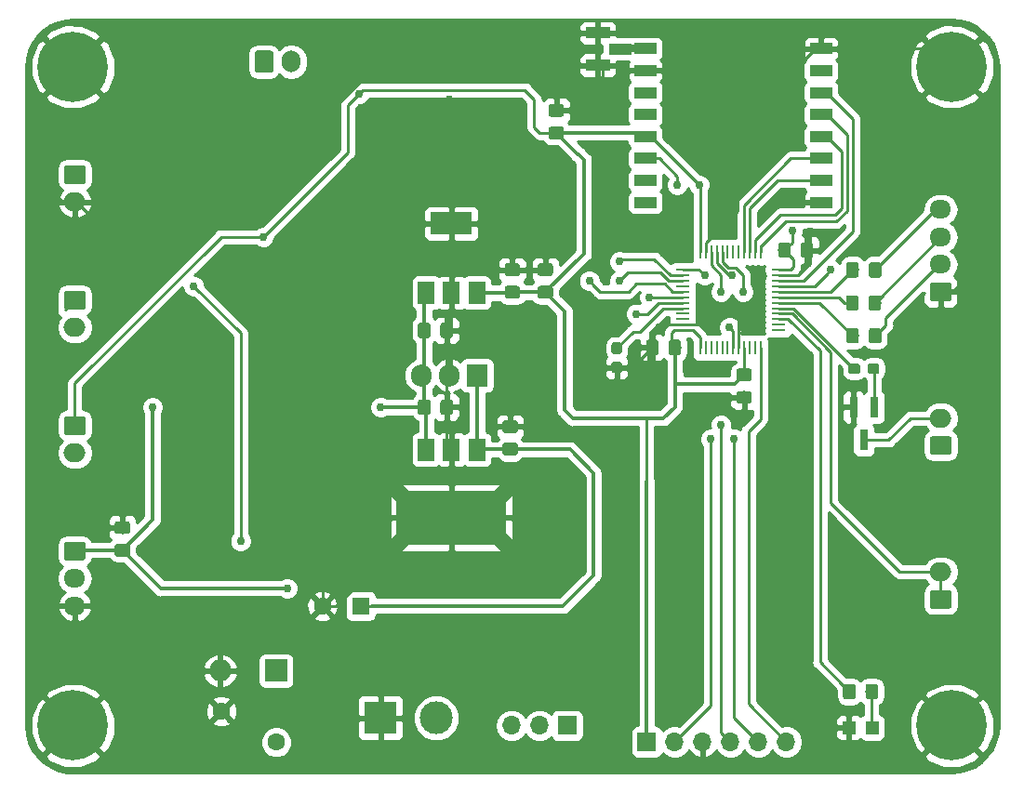
<source format=gtl>
G04 #@! TF.GenerationSoftware,KiCad,Pcbnew,5.0.2-bee76a0~70~ubuntu16.04.1*
G04 #@! TF.CreationDate,2019-01-02T19:21:14+00:00*
G04 #@! TF.ProjectId,stm32l053c,73746d33-326c-4303-9533-632e6b696361,rev?*
G04 #@! TF.SameCoordinates,Original*
G04 #@! TF.FileFunction,Copper,L1,Top*
G04 #@! TF.FilePolarity,Positive*
%FSLAX46Y46*%
G04 Gerber Fmt 4.6, Leading zero omitted, Abs format (unit mm)*
G04 Created by KiCad (PCBNEW 5.0.2-bee76a0~70~ubuntu16.04.1) date Wed 02 Jan 2019 19:21:14 GMT*
%MOMM*%
%LPD*%
G01*
G04 APERTURE LIST*
G04 #@! TA.AperFunction,SMDPad,CuDef*
%ADD10R,10.000000X5.000000*%
G04 #@! TD*
G04 #@! TA.AperFunction,SMDPad,CuDef*
%ADD11R,1.500000X2.000000*%
G04 #@! TD*
G04 #@! TA.AperFunction,Conductor*
%ADD12C,0.101600*%
G04 #@! TD*
G04 #@! TA.AperFunction,ComponentPad*
%ADD13C,1.700000*%
G04 #@! TD*
G04 #@! TA.AperFunction,ComponentPad*
%ADD14O,1.950000X1.700000*%
G04 #@! TD*
G04 #@! TA.AperFunction,SMDPad,CuDef*
%ADD15C,0.950000*%
G04 #@! TD*
G04 #@! TA.AperFunction,SMDPad,CuDef*
%ADD16R,0.250000X1.300000*%
G04 #@! TD*
G04 #@! TA.AperFunction,SMDPad,CuDef*
%ADD17R,1.300000X0.250000*%
G04 #@! TD*
G04 #@! TA.AperFunction,ComponentPad*
%ADD18R,1.700000X1.700000*%
G04 #@! TD*
G04 #@! TA.AperFunction,ComponentPad*
%ADD19O,1.700000X1.700000*%
G04 #@! TD*
G04 #@! TA.AperFunction,SMDPad,CuDef*
%ADD20R,2.000000X1.000000*%
G04 #@! TD*
G04 #@! TA.AperFunction,SMDPad,CuDef*
%ADD21R,1.198880X1.198880*%
G04 #@! TD*
G04 #@! TA.AperFunction,SMDPad,CuDef*
%ADD22R,2.200000X1.050000*%
G04 #@! TD*
G04 #@! TA.AperFunction,ComponentPad*
%ADD23O,2.000000X1.700000*%
G04 #@! TD*
G04 #@! TA.AperFunction,SMDPad,CuDef*
%ADD24R,0.800000X1.900000*%
G04 #@! TD*
G04 #@! TA.AperFunction,SMDPad,CuDef*
%ADD25C,1.150000*%
G04 #@! TD*
G04 #@! TA.AperFunction,ComponentPad*
%ADD26O,1.700000X2.000000*%
G04 #@! TD*
G04 #@! TA.AperFunction,ComponentPad*
%ADD27C,6.400000*%
G04 #@! TD*
G04 #@! TA.AperFunction,SMDPad,CuDef*
%ADD28R,3.800000X2.000000*%
G04 #@! TD*
G04 #@! TA.AperFunction,ComponentPad*
%ADD29R,3.000000X3.000000*%
G04 #@! TD*
G04 #@! TA.AperFunction,ComponentPad*
%ADD30C,3.000000*%
G04 #@! TD*
G04 #@! TA.AperFunction,ComponentPad*
%ADD31R,1.600000X1.600000*%
G04 #@! TD*
G04 #@! TA.AperFunction,ComponentPad*
%ADD32C,1.600000*%
G04 #@! TD*
G04 #@! TA.AperFunction,ComponentPad*
%ADD33R,2.000000X2.000000*%
G04 #@! TD*
G04 #@! TA.AperFunction,ComponentPad*
%ADD34O,2.000000X2.000000*%
G04 #@! TD*
G04 #@! TA.AperFunction,ComponentPad*
%ADD35R,1.905000X2.000000*%
G04 #@! TD*
G04 #@! TA.AperFunction,ComponentPad*
%ADD36O,1.905000X2.000000*%
G04 #@! TD*
G04 #@! TA.AperFunction,ViaPad*
%ADD37C,0.762000*%
G04 #@! TD*
G04 #@! TA.AperFunction,Conductor*
%ADD38C,0.254000*%
G04 #@! TD*
G04 #@! TA.AperFunction,Conductor*
%ADD39C,1.500000*%
G04 #@! TD*
G04 #@! TA.AperFunction,Conductor*
%ADD40C,0.500000*%
G04 #@! TD*
G04 #@! TA.AperFunction,Conductor*
%ADD41C,0.700000*%
G04 #@! TD*
G04 #@! TA.AperFunction,Conductor*
%ADD42C,0.355600*%
G04 #@! TD*
G04 APERTURE END LIST*
D10*
G04 #@! TO.P,U1,2*
G04 #@! TO.N,Earth*
X124460000Y-98570000D03*
D11*
X124460000Y-92370000D03*
G04 #@! TO.P,U1,3*
G04 #@! TO.N,+5V*
X122160000Y-92370000D03*
G04 #@! TO.P,U1,1*
G04 #@! TO.N,/BATT*
X126760000Y-92370000D03*
G04 #@! TD*
D12*
G04 #@! TO.N,Earth*
G04 #@! TO.C,D2*
G36*
X169749504Y-77151204D02*
X169773773Y-77154804D01*
X169797571Y-77160765D01*
X169820671Y-77169030D01*
X169842849Y-77179520D01*
X169863893Y-77192133D01*
X169883598Y-77206747D01*
X169901777Y-77223223D01*
X169918253Y-77241402D01*
X169932867Y-77261107D01*
X169945480Y-77282151D01*
X169955970Y-77304329D01*
X169964235Y-77327429D01*
X169970196Y-77351227D01*
X169973796Y-77375496D01*
X169975000Y-77400000D01*
X169975000Y-78600000D01*
X169973796Y-78624504D01*
X169970196Y-78648773D01*
X169964235Y-78672571D01*
X169955970Y-78695671D01*
X169945480Y-78717849D01*
X169932867Y-78738893D01*
X169918253Y-78758598D01*
X169901777Y-78776777D01*
X169883598Y-78793253D01*
X169863893Y-78807867D01*
X169842849Y-78820480D01*
X169820671Y-78830970D01*
X169797571Y-78839235D01*
X169773773Y-78845196D01*
X169749504Y-78848796D01*
X169725000Y-78850000D01*
X168275000Y-78850000D01*
X168250496Y-78848796D01*
X168226227Y-78845196D01*
X168202429Y-78839235D01*
X168179329Y-78830970D01*
X168157151Y-78820480D01*
X168136107Y-78807867D01*
X168116402Y-78793253D01*
X168098223Y-78776777D01*
X168081747Y-78758598D01*
X168067133Y-78738893D01*
X168054520Y-78717849D01*
X168044030Y-78695671D01*
X168035765Y-78672571D01*
X168029804Y-78648773D01*
X168026204Y-78624504D01*
X168025000Y-78600000D01*
X168025000Y-77400000D01*
X168026204Y-77375496D01*
X168029804Y-77351227D01*
X168035765Y-77327429D01*
X168044030Y-77304329D01*
X168054520Y-77282151D01*
X168067133Y-77261107D01*
X168081747Y-77241402D01*
X168098223Y-77223223D01*
X168116402Y-77206747D01*
X168136107Y-77192133D01*
X168157151Y-77179520D01*
X168179329Y-77169030D01*
X168202429Y-77160765D01*
X168226227Y-77154804D01*
X168250496Y-77151204D01*
X168275000Y-77150000D01*
X169725000Y-77150000D01*
X169749504Y-77151204D01*
X169749504Y-77151204D01*
G37*
D13*
G04 #@! TD*
G04 #@! TO.P,D2,1*
G04 #@! TO.N,Earth*
X169000000Y-78000000D03*
D14*
G04 #@! TO.P,D2,2*
G04 #@! TO.N,Net-(D2-Pad2)*
X169000000Y-75500000D03*
G04 #@! TO.P,D2,3*
G04 #@! TO.N,Net-(D2-Pad3)*
X169000000Y-73000000D03*
G04 #@! TO.P,D2,4*
G04 #@! TO.N,Net-(D2-Pad4)*
X169000000Y-70500000D03*
G04 #@! TD*
D12*
G04 #@! TO.N,Earth*
G04 #@! TO.C,R4*
G36*
X139760779Y-84351144D02*
X139783834Y-84354563D01*
X139806443Y-84360227D01*
X139828387Y-84368079D01*
X139849457Y-84378044D01*
X139869448Y-84390026D01*
X139888168Y-84403910D01*
X139905438Y-84419562D01*
X139921090Y-84436832D01*
X139934974Y-84455552D01*
X139946956Y-84475543D01*
X139956921Y-84496613D01*
X139964773Y-84518557D01*
X139970437Y-84541166D01*
X139973856Y-84564221D01*
X139975000Y-84587500D01*
X139975000Y-85162500D01*
X139973856Y-85185779D01*
X139970437Y-85208834D01*
X139964773Y-85231443D01*
X139956921Y-85253387D01*
X139946956Y-85274457D01*
X139934974Y-85294448D01*
X139921090Y-85313168D01*
X139905438Y-85330438D01*
X139888168Y-85346090D01*
X139869448Y-85359974D01*
X139849457Y-85371956D01*
X139828387Y-85381921D01*
X139806443Y-85389773D01*
X139783834Y-85395437D01*
X139760779Y-85398856D01*
X139737500Y-85400000D01*
X139262500Y-85400000D01*
X139239221Y-85398856D01*
X139216166Y-85395437D01*
X139193557Y-85389773D01*
X139171613Y-85381921D01*
X139150543Y-85371956D01*
X139130552Y-85359974D01*
X139111832Y-85346090D01*
X139094562Y-85330438D01*
X139078910Y-85313168D01*
X139065026Y-85294448D01*
X139053044Y-85274457D01*
X139043079Y-85253387D01*
X139035227Y-85231443D01*
X139029563Y-85208834D01*
X139026144Y-85185779D01*
X139025000Y-85162500D01*
X139025000Y-84587500D01*
X139026144Y-84564221D01*
X139029563Y-84541166D01*
X139035227Y-84518557D01*
X139043079Y-84496613D01*
X139053044Y-84475543D01*
X139065026Y-84455552D01*
X139078910Y-84436832D01*
X139094562Y-84419562D01*
X139111832Y-84403910D01*
X139130552Y-84390026D01*
X139150543Y-84378044D01*
X139171613Y-84368079D01*
X139193557Y-84360227D01*
X139216166Y-84354563D01*
X139239221Y-84351144D01*
X139262500Y-84350000D01*
X139737500Y-84350000D01*
X139760779Y-84351144D01*
X139760779Y-84351144D01*
G37*
D15*
G04 #@! TD*
G04 #@! TO.P,R4,2*
G04 #@! TO.N,Earth*
X139500000Y-84875000D03*
D12*
G04 #@! TO.N,/BOOT0*
G04 #@! TO.C,R4*
G36*
X139760779Y-82601144D02*
X139783834Y-82604563D01*
X139806443Y-82610227D01*
X139828387Y-82618079D01*
X139849457Y-82628044D01*
X139869448Y-82640026D01*
X139888168Y-82653910D01*
X139905438Y-82669562D01*
X139921090Y-82686832D01*
X139934974Y-82705552D01*
X139946956Y-82725543D01*
X139956921Y-82746613D01*
X139964773Y-82768557D01*
X139970437Y-82791166D01*
X139973856Y-82814221D01*
X139975000Y-82837500D01*
X139975000Y-83412500D01*
X139973856Y-83435779D01*
X139970437Y-83458834D01*
X139964773Y-83481443D01*
X139956921Y-83503387D01*
X139946956Y-83524457D01*
X139934974Y-83544448D01*
X139921090Y-83563168D01*
X139905438Y-83580438D01*
X139888168Y-83596090D01*
X139869448Y-83609974D01*
X139849457Y-83621956D01*
X139828387Y-83631921D01*
X139806443Y-83639773D01*
X139783834Y-83645437D01*
X139760779Y-83648856D01*
X139737500Y-83650000D01*
X139262500Y-83650000D01*
X139239221Y-83648856D01*
X139216166Y-83645437D01*
X139193557Y-83639773D01*
X139171613Y-83631921D01*
X139150543Y-83621956D01*
X139130552Y-83609974D01*
X139111832Y-83596090D01*
X139094562Y-83580438D01*
X139078910Y-83563168D01*
X139065026Y-83544448D01*
X139053044Y-83524457D01*
X139043079Y-83503387D01*
X139035227Y-83481443D01*
X139029563Y-83458834D01*
X139026144Y-83435779D01*
X139025000Y-83412500D01*
X139025000Y-82837500D01*
X139026144Y-82814221D01*
X139029563Y-82791166D01*
X139035227Y-82768557D01*
X139043079Y-82746613D01*
X139053044Y-82725543D01*
X139065026Y-82705552D01*
X139078910Y-82686832D01*
X139094562Y-82669562D01*
X139111832Y-82653910D01*
X139130552Y-82640026D01*
X139150543Y-82628044D01*
X139171613Y-82618079D01*
X139193557Y-82610227D01*
X139216166Y-82604563D01*
X139239221Y-82601144D01*
X139262500Y-82600000D01*
X139737500Y-82600000D01*
X139760779Y-82601144D01*
X139760779Y-82601144D01*
G37*
D15*
G04 #@! TD*
G04 #@! TO.P,R4,1*
G04 #@! TO.N,/BOOT0*
X139500000Y-83125000D03*
D16*
G04 #@! TO.P,U2,1*
G04 #@! TO.N,+3V3*
X147110000Y-83090000D03*
G04 #@! TO.P,U2,2*
G04 #@! TO.N,N/C*
X147610000Y-83090000D03*
G04 #@! TO.P,U2,3*
X148110000Y-83090000D03*
G04 #@! TO.P,U2,4*
X148610000Y-83090000D03*
G04 #@! TO.P,U2,5*
X149110000Y-83090000D03*
G04 #@! TO.P,U2,6*
X149610000Y-83090000D03*
G04 #@! TO.P,U2,7*
G04 #@! TO.N,NRST*
X150110000Y-83090000D03*
G04 #@! TO.P,U2,8*
G04 #@! TO.N,Earth*
X150610000Y-83090000D03*
G04 #@! TO.P,U2,9*
G04 #@! TO.N,+3V3*
X151110000Y-83090000D03*
G04 #@! TO.P,U2,10*
G04 #@! TO.N,N/C*
X151610000Y-83090000D03*
G04 #@! TO.P,U2,11*
X152110000Y-83090000D03*
G04 #@! TO.P,U2,12*
G04 #@! TO.N,USART2_TX*
X152610000Y-83090000D03*
D17*
G04 #@! TO.P,U2,13*
G04 #@! TO.N,N/C*
X154210000Y-81490000D03*
G04 #@! TO.P,U2,14*
X154210000Y-80990000D03*
G04 #@! TO.P,U2,15*
G04 #@! TO.N,LED*
X154210000Y-80490000D03*
G04 #@! TO.P,U2,16*
G04 #@! TO.N,PUMP*
X154210000Y-79990000D03*
G04 #@! TO.P,U2,17*
G04 #@! TO.N,DOOR_LED*
X154210000Y-79490000D03*
G04 #@! TO.P,U2,18*
G04 #@! TO.N,LED_RED*
X154210000Y-78990000D03*
G04 #@! TO.P,U2,19*
G04 #@! TO.N,LED_GREEN*
X154210000Y-78490000D03*
G04 #@! TO.P,U2,20*
G04 #@! TO.N,LED_BLUE*
X154210000Y-77990000D03*
G04 #@! TO.P,U2,21*
G04 #@! TO.N,DIO0*
X154210000Y-77490000D03*
G04 #@! TO.P,U2,22*
G04 #@! TO.N,RFM_RST*
X154210000Y-76990000D03*
G04 #@! TO.P,U2,23*
G04 #@! TO.N,Earth*
X154210000Y-76490000D03*
G04 #@! TO.P,U2,24*
G04 #@! TO.N,+3V3*
X154210000Y-75990000D03*
D16*
G04 #@! TO.P,U2,25*
G04 #@! TO.N,SPI2_NSS*
X152610000Y-74390000D03*
G04 #@! TO.P,U2,26*
G04 #@! TO.N,SPI2_SCK*
X152110000Y-74390000D03*
G04 #@! TO.P,U2,27*
G04 #@! TO.N,SPI2_MISO*
X151610000Y-74390000D03*
G04 #@! TO.P,U2,28*
G04 #@! TO.N,SPI2_MOSI*
X151110000Y-74390000D03*
G04 #@! TO.P,U2,29*
G04 #@! TO.N,N/C*
X150610000Y-74390000D03*
G04 #@! TO.P,U2,30*
X150110000Y-74390000D03*
G04 #@! TO.P,U2,31*
X149610000Y-74390000D03*
G04 #@! TO.P,U2,32*
G04 #@! TO.N,MOTION*
X149110000Y-74390000D03*
G04 #@! TO.P,U2,33*
G04 #@! TO.N,DOOR*
X148610000Y-74390000D03*
G04 #@! TO.P,U2,34*
G04 #@! TO.N,SWDIO*
X148110000Y-74390000D03*
G04 #@! TO.P,U2,35*
G04 #@! TO.N,Earth*
X147610000Y-74390000D03*
G04 #@! TO.P,U2,36*
G04 #@! TO.N,+3V3*
X147110000Y-74390000D03*
D17*
G04 #@! TO.P,U2,37*
G04 #@! TO.N,SWCLK*
X145510000Y-75990000D03*
G04 #@! TO.P,U2,38*
G04 #@! TO.N,WATER_LEVEL*
X145510000Y-76490000D03*
G04 #@! TO.P,U2,39*
G04 #@! TO.N,SENSOR_PWR*
X145510000Y-76990000D03*
G04 #@! TO.P,U2,40*
G04 #@! TO.N,N/C*
X145510000Y-77490000D03*
G04 #@! TO.P,U2,41*
G04 #@! TO.N,ADC_RDY*
X145510000Y-77990000D03*
G04 #@! TO.P,U2,42*
G04 #@! TO.N,I2C1_SCL*
X145510000Y-78490000D03*
G04 #@! TO.P,U2,43*
G04 #@! TO.N,I2C1_SDA*
X145510000Y-78990000D03*
G04 #@! TO.P,U2,44*
G04 #@! TO.N,/BOOT0*
X145510000Y-79490000D03*
G04 #@! TO.P,U2,45*
G04 #@! TO.N,N/C*
X145510000Y-79990000D03*
G04 #@! TO.P,U2,46*
X145510000Y-80490000D03*
G04 #@! TO.P,U2,47*
G04 #@! TO.N,Earth*
X145510000Y-80990000D03*
G04 #@! TO.P,U2,48*
G04 #@! TO.N,+3V3*
X145510000Y-81490000D03*
G04 #@! TD*
D18*
G04 #@! TO.P,P1,1*
G04 #@! TO.N,+3V3*
X142240000Y-118980000D03*
D19*
G04 #@! TO.P,P1,2*
G04 #@! TO.N,SWCLK*
X144780000Y-118980000D03*
G04 #@! TO.P,P1,3*
G04 #@! TO.N,Earth*
X147320000Y-118980000D03*
G04 #@! TO.P,P1,4*
G04 #@! TO.N,SWDIO*
X149860000Y-118980000D03*
G04 #@! TO.P,P1,5*
G04 #@! TO.N,NRST*
X152400000Y-118980000D03*
G04 #@! TO.P,P1,6*
G04 #@! TO.N,USART2_TX*
X154940000Y-118980000D03*
G04 #@! TD*
D20*
G04 #@! TO.P,U5,1*
G04 #@! TO.N,Earth*
X158115000Y-69850000D03*
G04 #@! TO.P,U5,2*
G04 #@! TO.N,SPI2_MISO*
X158115000Y-67850000D03*
G04 #@! TO.P,U5,3*
G04 #@! TO.N,SPI2_MOSI*
X158115000Y-65850000D03*
G04 #@! TO.P,U5,4*
G04 #@! TO.N,SPI2_SCK*
X158115000Y-63850000D03*
G04 #@! TO.P,U5,5*
G04 #@! TO.N,SPI2_NSS*
X158115000Y-61850000D03*
G04 #@! TO.P,U5,6*
G04 #@! TO.N,RFM_RST*
X158115000Y-59850000D03*
G04 #@! TO.P,U5,7*
G04 #@! TO.N,N/C*
X158115000Y-57850000D03*
G04 #@! TO.P,U5,8*
G04 #@! TO.N,Earth*
X158115000Y-55850000D03*
G04 #@! TO.P,U5,9*
G04 #@! TO.N,ANT*
X142115000Y-55850000D03*
G04 #@! TO.P,U5,10*
G04 #@! TO.N,Earth*
X142115000Y-57850000D03*
G04 #@! TO.P,U5,11*
G04 #@! TO.N,N/C*
X142115000Y-59850000D03*
G04 #@! TO.P,U5,12*
X142115000Y-61850000D03*
G04 #@! TO.P,U5,13*
G04 #@! TO.N,+3V3*
X142115000Y-63850000D03*
G04 #@! TO.P,U5,14*
G04 #@! TO.N,DIO0*
X142115000Y-65850000D03*
G04 #@! TO.P,U5,15*
G04 #@! TO.N,N/C*
X142115000Y-67850000D03*
G04 #@! TO.P,U5,16*
X142115000Y-69850000D03*
G04 #@! TD*
D21*
G04 #@! TO.P,D1,2*
G04 #@! TO.N,Net-(D1-Pad2)*
X162749020Y-117700000D03*
G04 #@! TO.P,D1,1*
G04 #@! TO.N,Earth*
X160650980Y-117700000D03*
G04 #@! TD*
D22*
G04 #@! TO.P,U4,2*
G04 #@! TO.N,Earth*
X137795000Y-57355000D03*
X137795000Y-54405000D03*
D20*
G04 #@! TO.P,U4,1*
G04 #@! TO.N,ANT*
X139827000Y-55880000D03*
G04 #@! TD*
D12*
G04 #@! TO.N,SENSOR_PWR*
G04 #@! TO.C,J1*
G36*
X90944504Y-77891204D02*
X90968773Y-77894804D01*
X90992571Y-77900765D01*
X91015671Y-77909030D01*
X91037849Y-77919520D01*
X91058893Y-77932133D01*
X91078598Y-77946747D01*
X91096777Y-77963223D01*
X91113253Y-77981402D01*
X91127867Y-78001107D01*
X91140480Y-78022151D01*
X91150970Y-78044329D01*
X91159235Y-78067429D01*
X91165196Y-78091227D01*
X91168796Y-78115496D01*
X91170000Y-78140000D01*
X91170000Y-79340000D01*
X91168796Y-79364504D01*
X91165196Y-79388773D01*
X91159235Y-79412571D01*
X91150970Y-79435671D01*
X91140480Y-79457849D01*
X91127867Y-79478893D01*
X91113253Y-79498598D01*
X91096777Y-79516777D01*
X91078598Y-79533253D01*
X91058893Y-79547867D01*
X91037849Y-79560480D01*
X91015671Y-79570970D01*
X90992571Y-79579235D01*
X90968773Y-79585196D01*
X90944504Y-79588796D01*
X90920000Y-79590000D01*
X89420000Y-79590000D01*
X89395496Y-79588796D01*
X89371227Y-79585196D01*
X89347429Y-79579235D01*
X89324329Y-79570970D01*
X89302151Y-79560480D01*
X89281107Y-79547867D01*
X89261402Y-79533253D01*
X89243223Y-79516777D01*
X89226747Y-79498598D01*
X89212133Y-79478893D01*
X89199520Y-79457849D01*
X89189030Y-79435671D01*
X89180765Y-79412571D01*
X89174804Y-79388773D01*
X89171204Y-79364504D01*
X89170000Y-79340000D01*
X89170000Y-78140000D01*
X89171204Y-78115496D01*
X89174804Y-78091227D01*
X89180765Y-78067429D01*
X89189030Y-78044329D01*
X89199520Y-78022151D01*
X89212133Y-78001107D01*
X89226747Y-77981402D01*
X89243223Y-77963223D01*
X89261402Y-77946747D01*
X89281107Y-77932133D01*
X89302151Y-77919520D01*
X89324329Y-77909030D01*
X89347429Y-77900765D01*
X89371227Y-77894804D01*
X89395496Y-77891204D01*
X89420000Y-77890000D01*
X90920000Y-77890000D01*
X90944504Y-77891204D01*
X90944504Y-77891204D01*
G37*
D13*
G04 #@! TD*
G04 #@! TO.P,J1,1*
G04 #@! TO.N,SENSOR_PWR*
X90170000Y-78740000D03*
D23*
G04 #@! TO.P,J1,2*
G04 #@! TO.N,WATER_LEVEL*
X90170000Y-81240000D03*
G04 #@! TD*
D12*
G04 #@! TO.N,+5V*
G04 #@! TO.C,J2*
G36*
X90919504Y-100751204D02*
X90943773Y-100754804D01*
X90967571Y-100760765D01*
X90990671Y-100769030D01*
X91012849Y-100779520D01*
X91033893Y-100792133D01*
X91053598Y-100806747D01*
X91071777Y-100823223D01*
X91088253Y-100841402D01*
X91102867Y-100861107D01*
X91115480Y-100882151D01*
X91125970Y-100904329D01*
X91134235Y-100927429D01*
X91140196Y-100951227D01*
X91143796Y-100975496D01*
X91145000Y-101000000D01*
X91145000Y-102200000D01*
X91143796Y-102224504D01*
X91140196Y-102248773D01*
X91134235Y-102272571D01*
X91125970Y-102295671D01*
X91115480Y-102317849D01*
X91102867Y-102338893D01*
X91088253Y-102358598D01*
X91071777Y-102376777D01*
X91053598Y-102393253D01*
X91033893Y-102407867D01*
X91012849Y-102420480D01*
X90990671Y-102430970D01*
X90967571Y-102439235D01*
X90943773Y-102445196D01*
X90919504Y-102448796D01*
X90895000Y-102450000D01*
X89445000Y-102450000D01*
X89420496Y-102448796D01*
X89396227Y-102445196D01*
X89372429Y-102439235D01*
X89349329Y-102430970D01*
X89327151Y-102420480D01*
X89306107Y-102407867D01*
X89286402Y-102393253D01*
X89268223Y-102376777D01*
X89251747Y-102358598D01*
X89237133Y-102338893D01*
X89224520Y-102317849D01*
X89214030Y-102295671D01*
X89205765Y-102272571D01*
X89199804Y-102248773D01*
X89196204Y-102224504D01*
X89195000Y-102200000D01*
X89195000Y-101000000D01*
X89196204Y-100975496D01*
X89199804Y-100951227D01*
X89205765Y-100927429D01*
X89214030Y-100904329D01*
X89224520Y-100882151D01*
X89237133Y-100861107D01*
X89251747Y-100841402D01*
X89268223Y-100823223D01*
X89286402Y-100806747D01*
X89306107Y-100792133D01*
X89327151Y-100779520D01*
X89349329Y-100769030D01*
X89372429Y-100760765D01*
X89396227Y-100754804D01*
X89420496Y-100751204D01*
X89445000Y-100750000D01*
X90895000Y-100750000D01*
X90919504Y-100751204D01*
X90919504Y-100751204D01*
G37*
D13*
G04 #@! TD*
G04 #@! TO.P,J2,1*
G04 #@! TO.N,+5V*
X90170000Y-101600000D03*
D14*
G04 #@! TO.P,J2,2*
G04 #@! TO.N,MOTION*
X90170000Y-104100000D03*
G04 #@! TO.P,J2,3*
G04 #@! TO.N,Earth*
X90170000Y-106600000D03*
G04 #@! TD*
D12*
G04 #@! TO.N,+3V3*
G04 #@! TO.C,J3*
G36*
X90944504Y-89321204D02*
X90968773Y-89324804D01*
X90992571Y-89330765D01*
X91015671Y-89339030D01*
X91037849Y-89349520D01*
X91058893Y-89362133D01*
X91078598Y-89376747D01*
X91096777Y-89393223D01*
X91113253Y-89411402D01*
X91127867Y-89431107D01*
X91140480Y-89452151D01*
X91150970Y-89474329D01*
X91159235Y-89497429D01*
X91165196Y-89521227D01*
X91168796Y-89545496D01*
X91170000Y-89570000D01*
X91170000Y-90770000D01*
X91168796Y-90794504D01*
X91165196Y-90818773D01*
X91159235Y-90842571D01*
X91150970Y-90865671D01*
X91140480Y-90887849D01*
X91127867Y-90908893D01*
X91113253Y-90928598D01*
X91096777Y-90946777D01*
X91078598Y-90963253D01*
X91058893Y-90977867D01*
X91037849Y-90990480D01*
X91015671Y-91000970D01*
X90992571Y-91009235D01*
X90968773Y-91015196D01*
X90944504Y-91018796D01*
X90920000Y-91020000D01*
X89420000Y-91020000D01*
X89395496Y-91018796D01*
X89371227Y-91015196D01*
X89347429Y-91009235D01*
X89324329Y-91000970D01*
X89302151Y-90990480D01*
X89281107Y-90977867D01*
X89261402Y-90963253D01*
X89243223Y-90946777D01*
X89226747Y-90928598D01*
X89212133Y-90908893D01*
X89199520Y-90887849D01*
X89189030Y-90865671D01*
X89180765Y-90842571D01*
X89174804Y-90818773D01*
X89171204Y-90794504D01*
X89170000Y-90770000D01*
X89170000Y-89570000D01*
X89171204Y-89545496D01*
X89174804Y-89521227D01*
X89180765Y-89497429D01*
X89189030Y-89474329D01*
X89199520Y-89452151D01*
X89212133Y-89431107D01*
X89226747Y-89411402D01*
X89243223Y-89393223D01*
X89261402Y-89376747D01*
X89281107Y-89362133D01*
X89302151Y-89349520D01*
X89324329Y-89339030D01*
X89347429Y-89330765D01*
X89371227Y-89324804D01*
X89395496Y-89321204D01*
X89420000Y-89320000D01*
X90920000Y-89320000D01*
X90944504Y-89321204D01*
X90944504Y-89321204D01*
G37*
D13*
G04 #@! TD*
G04 #@! TO.P,J3,1*
G04 #@! TO.N,+3V3*
X90170000Y-90170000D03*
D23*
G04 #@! TO.P,J3,2*
G04 #@! TO.N,DOOR*
X90170000Y-92670000D03*
G04 #@! TD*
D12*
G04 #@! TO.N,+5V*
G04 #@! TO.C,J4*
G36*
X169774504Y-91151204D02*
X169798773Y-91154804D01*
X169822571Y-91160765D01*
X169845671Y-91169030D01*
X169867849Y-91179520D01*
X169888893Y-91192133D01*
X169908598Y-91206747D01*
X169926777Y-91223223D01*
X169943253Y-91241402D01*
X169957867Y-91261107D01*
X169970480Y-91282151D01*
X169980970Y-91304329D01*
X169989235Y-91327429D01*
X169995196Y-91351227D01*
X169998796Y-91375496D01*
X170000000Y-91400000D01*
X170000000Y-92600000D01*
X169998796Y-92624504D01*
X169995196Y-92648773D01*
X169989235Y-92672571D01*
X169980970Y-92695671D01*
X169970480Y-92717849D01*
X169957867Y-92738893D01*
X169943253Y-92758598D01*
X169926777Y-92776777D01*
X169908598Y-92793253D01*
X169888893Y-92807867D01*
X169867849Y-92820480D01*
X169845671Y-92830970D01*
X169822571Y-92839235D01*
X169798773Y-92845196D01*
X169774504Y-92848796D01*
X169750000Y-92850000D01*
X168250000Y-92850000D01*
X168225496Y-92848796D01*
X168201227Y-92845196D01*
X168177429Y-92839235D01*
X168154329Y-92830970D01*
X168132151Y-92820480D01*
X168111107Y-92807867D01*
X168091402Y-92793253D01*
X168073223Y-92776777D01*
X168056747Y-92758598D01*
X168042133Y-92738893D01*
X168029520Y-92717849D01*
X168019030Y-92695671D01*
X168010765Y-92672571D01*
X168004804Y-92648773D01*
X168001204Y-92624504D01*
X168000000Y-92600000D01*
X168000000Y-91400000D01*
X168001204Y-91375496D01*
X168004804Y-91351227D01*
X168010765Y-91327429D01*
X168019030Y-91304329D01*
X168029520Y-91282151D01*
X168042133Y-91261107D01*
X168056747Y-91241402D01*
X168073223Y-91223223D01*
X168091402Y-91206747D01*
X168111107Y-91192133D01*
X168132151Y-91179520D01*
X168154329Y-91169030D01*
X168177429Y-91160765D01*
X168201227Y-91154804D01*
X168225496Y-91151204D01*
X168250000Y-91150000D01*
X169750000Y-91150000D01*
X169774504Y-91151204D01*
X169774504Y-91151204D01*
G37*
D13*
G04 #@! TD*
G04 #@! TO.P,J4,1*
G04 #@! TO.N,+5V*
X169000000Y-92000000D03*
D23*
G04 #@! TO.P,J4,2*
G04 #@! TO.N,Net-(J4-Pad2)*
X169000000Y-89500000D03*
G04 #@! TD*
D24*
G04 #@! TO.P,Q1,1*
G04 #@! TO.N,Net-(Q1-Pad1)*
X162950000Y-88500000D03*
G04 #@! TO.P,Q1,2*
G04 #@! TO.N,Earth*
X161050000Y-88500000D03*
G04 #@! TO.P,Q1,3*
G04 #@! TO.N,Net-(J4-Pad2)*
X162000000Y-91500000D03*
G04 #@! TD*
D12*
G04 #@! TO.N,Net-(Q1-Pad1)*
G04 #@! TO.C,R13*
G36*
X163185779Y-84526144D02*
X163208834Y-84529563D01*
X163231443Y-84535227D01*
X163253387Y-84543079D01*
X163274457Y-84553044D01*
X163294448Y-84565026D01*
X163313168Y-84578910D01*
X163330438Y-84594562D01*
X163346090Y-84611832D01*
X163359974Y-84630552D01*
X163371956Y-84650543D01*
X163381921Y-84671613D01*
X163389773Y-84693557D01*
X163395437Y-84716166D01*
X163398856Y-84739221D01*
X163400000Y-84762500D01*
X163400000Y-85237500D01*
X163398856Y-85260779D01*
X163395437Y-85283834D01*
X163389773Y-85306443D01*
X163381921Y-85328387D01*
X163371956Y-85349457D01*
X163359974Y-85369448D01*
X163346090Y-85388168D01*
X163330438Y-85405438D01*
X163313168Y-85421090D01*
X163294448Y-85434974D01*
X163274457Y-85446956D01*
X163253387Y-85456921D01*
X163231443Y-85464773D01*
X163208834Y-85470437D01*
X163185779Y-85473856D01*
X163162500Y-85475000D01*
X162587500Y-85475000D01*
X162564221Y-85473856D01*
X162541166Y-85470437D01*
X162518557Y-85464773D01*
X162496613Y-85456921D01*
X162475543Y-85446956D01*
X162455552Y-85434974D01*
X162436832Y-85421090D01*
X162419562Y-85405438D01*
X162403910Y-85388168D01*
X162390026Y-85369448D01*
X162378044Y-85349457D01*
X162368079Y-85328387D01*
X162360227Y-85306443D01*
X162354563Y-85283834D01*
X162351144Y-85260779D01*
X162350000Y-85237500D01*
X162350000Y-84762500D01*
X162351144Y-84739221D01*
X162354563Y-84716166D01*
X162360227Y-84693557D01*
X162368079Y-84671613D01*
X162378044Y-84650543D01*
X162390026Y-84630552D01*
X162403910Y-84611832D01*
X162419562Y-84594562D01*
X162436832Y-84578910D01*
X162455552Y-84565026D01*
X162475543Y-84553044D01*
X162496613Y-84543079D01*
X162518557Y-84535227D01*
X162541166Y-84529563D01*
X162564221Y-84526144D01*
X162587500Y-84525000D01*
X163162500Y-84525000D01*
X163185779Y-84526144D01*
X163185779Y-84526144D01*
G37*
D15*
G04 #@! TD*
G04 #@! TO.P,R13,2*
G04 #@! TO.N,Net-(Q1-Pad1)*
X162875000Y-85000000D03*
D12*
G04 #@! TO.N,DOOR_LED*
G04 #@! TO.C,R13*
G36*
X161435779Y-84526144D02*
X161458834Y-84529563D01*
X161481443Y-84535227D01*
X161503387Y-84543079D01*
X161524457Y-84553044D01*
X161544448Y-84565026D01*
X161563168Y-84578910D01*
X161580438Y-84594562D01*
X161596090Y-84611832D01*
X161609974Y-84630552D01*
X161621956Y-84650543D01*
X161631921Y-84671613D01*
X161639773Y-84693557D01*
X161645437Y-84716166D01*
X161648856Y-84739221D01*
X161650000Y-84762500D01*
X161650000Y-85237500D01*
X161648856Y-85260779D01*
X161645437Y-85283834D01*
X161639773Y-85306443D01*
X161631921Y-85328387D01*
X161621956Y-85349457D01*
X161609974Y-85369448D01*
X161596090Y-85388168D01*
X161580438Y-85405438D01*
X161563168Y-85421090D01*
X161544448Y-85434974D01*
X161524457Y-85446956D01*
X161503387Y-85456921D01*
X161481443Y-85464773D01*
X161458834Y-85470437D01*
X161435779Y-85473856D01*
X161412500Y-85475000D01*
X160837500Y-85475000D01*
X160814221Y-85473856D01*
X160791166Y-85470437D01*
X160768557Y-85464773D01*
X160746613Y-85456921D01*
X160725543Y-85446956D01*
X160705552Y-85434974D01*
X160686832Y-85421090D01*
X160669562Y-85405438D01*
X160653910Y-85388168D01*
X160640026Y-85369448D01*
X160628044Y-85349457D01*
X160618079Y-85328387D01*
X160610227Y-85306443D01*
X160604563Y-85283834D01*
X160601144Y-85260779D01*
X160600000Y-85237500D01*
X160600000Y-84762500D01*
X160601144Y-84739221D01*
X160604563Y-84716166D01*
X160610227Y-84693557D01*
X160618079Y-84671613D01*
X160628044Y-84650543D01*
X160640026Y-84630552D01*
X160653910Y-84611832D01*
X160669562Y-84594562D01*
X160686832Y-84578910D01*
X160705552Y-84565026D01*
X160725543Y-84553044D01*
X160746613Y-84543079D01*
X160768557Y-84535227D01*
X160791166Y-84529563D01*
X160814221Y-84526144D01*
X160837500Y-84525000D01*
X161412500Y-84525000D01*
X161435779Y-84526144D01*
X161435779Y-84526144D01*
G37*
D15*
G04 #@! TD*
G04 #@! TO.P,R13,1*
G04 #@! TO.N,DOOR_LED*
X161125000Y-85000000D03*
D12*
G04 #@! TO.N,Net-(D2-Pad2)*
G04 #@! TO.C,R16*
G36*
X163374505Y-81301204D02*
X163398773Y-81304804D01*
X163422572Y-81310765D01*
X163445671Y-81319030D01*
X163467850Y-81329520D01*
X163488893Y-81342132D01*
X163508599Y-81356747D01*
X163526777Y-81373223D01*
X163543253Y-81391401D01*
X163557868Y-81411107D01*
X163570480Y-81432150D01*
X163580970Y-81454329D01*
X163589235Y-81477428D01*
X163595196Y-81501227D01*
X163598796Y-81525495D01*
X163600000Y-81549999D01*
X163600000Y-82450001D01*
X163598796Y-82474505D01*
X163595196Y-82498773D01*
X163589235Y-82522572D01*
X163580970Y-82545671D01*
X163570480Y-82567850D01*
X163557868Y-82588893D01*
X163543253Y-82608599D01*
X163526777Y-82626777D01*
X163508599Y-82643253D01*
X163488893Y-82657868D01*
X163467850Y-82670480D01*
X163445671Y-82680970D01*
X163422572Y-82689235D01*
X163398773Y-82695196D01*
X163374505Y-82698796D01*
X163350001Y-82700000D01*
X162699999Y-82700000D01*
X162675495Y-82698796D01*
X162651227Y-82695196D01*
X162627428Y-82689235D01*
X162604329Y-82680970D01*
X162582150Y-82670480D01*
X162561107Y-82657868D01*
X162541401Y-82643253D01*
X162523223Y-82626777D01*
X162506747Y-82608599D01*
X162492132Y-82588893D01*
X162479520Y-82567850D01*
X162469030Y-82545671D01*
X162460765Y-82522572D01*
X162454804Y-82498773D01*
X162451204Y-82474505D01*
X162450000Y-82450001D01*
X162450000Y-81549999D01*
X162451204Y-81525495D01*
X162454804Y-81501227D01*
X162460765Y-81477428D01*
X162469030Y-81454329D01*
X162479520Y-81432150D01*
X162492132Y-81411107D01*
X162506747Y-81391401D01*
X162523223Y-81373223D01*
X162541401Y-81356747D01*
X162561107Y-81342132D01*
X162582150Y-81329520D01*
X162604329Y-81319030D01*
X162627428Y-81310765D01*
X162651227Y-81304804D01*
X162675495Y-81301204D01*
X162699999Y-81300000D01*
X163350001Y-81300000D01*
X163374505Y-81301204D01*
X163374505Y-81301204D01*
G37*
D25*
G04 #@! TD*
G04 #@! TO.P,R16,2*
G04 #@! TO.N,Net-(D2-Pad2)*
X163025000Y-82000000D03*
D12*
G04 #@! TO.N,LED_RED*
G04 #@! TO.C,R16*
G36*
X161324505Y-81301204D02*
X161348773Y-81304804D01*
X161372572Y-81310765D01*
X161395671Y-81319030D01*
X161417850Y-81329520D01*
X161438893Y-81342132D01*
X161458599Y-81356747D01*
X161476777Y-81373223D01*
X161493253Y-81391401D01*
X161507868Y-81411107D01*
X161520480Y-81432150D01*
X161530970Y-81454329D01*
X161539235Y-81477428D01*
X161545196Y-81501227D01*
X161548796Y-81525495D01*
X161550000Y-81549999D01*
X161550000Y-82450001D01*
X161548796Y-82474505D01*
X161545196Y-82498773D01*
X161539235Y-82522572D01*
X161530970Y-82545671D01*
X161520480Y-82567850D01*
X161507868Y-82588893D01*
X161493253Y-82608599D01*
X161476777Y-82626777D01*
X161458599Y-82643253D01*
X161438893Y-82657868D01*
X161417850Y-82670480D01*
X161395671Y-82680970D01*
X161372572Y-82689235D01*
X161348773Y-82695196D01*
X161324505Y-82698796D01*
X161300001Y-82700000D01*
X160649999Y-82700000D01*
X160625495Y-82698796D01*
X160601227Y-82695196D01*
X160577428Y-82689235D01*
X160554329Y-82680970D01*
X160532150Y-82670480D01*
X160511107Y-82657868D01*
X160491401Y-82643253D01*
X160473223Y-82626777D01*
X160456747Y-82608599D01*
X160442132Y-82588893D01*
X160429520Y-82567850D01*
X160419030Y-82545671D01*
X160410765Y-82522572D01*
X160404804Y-82498773D01*
X160401204Y-82474505D01*
X160400000Y-82450001D01*
X160400000Y-81549999D01*
X160401204Y-81525495D01*
X160404804Y-81501227D01*
X160410765Y-81477428D01*
X160419030Y-81454329D01*
X160429520Y-81432150D01*
X160442132Y-81411107D01*
X160456747Y-81391401D01*
X160473223Y-81373223D01*
X160491401Y-81356747D01*
X160511107Y-81342132D01*
X160532150Y-81329520D01*
X160554329Y-81319030D01*
X160577428Y-81310765D01*
X160601227Y-81304804D01*
X160625495Y-81301204D01*
X160649999Y-81300000D01*
X161300001Y-81300000D01*
X161324505Y-81301204D01*
X161324505Y-81301204D01*
G37*
D25*
G04 #@! TD*
G04 #@! TO.P,R16,1*
G04 #@! TO.N,LED_RED*
X160975000Y-82000000D03*
D12*
G04 #@! TO.N,LED_GREEN*
G04 #@! TO.C,R17*
G36*
X161299505Y-78301204D02*
X161323773Y-78304804D01*
X161347572Y-78310765D01*
X161370671Y-78319030D01*
X161392850Y-78329520D01*
X161413893Y-78342132D01*
X161433599Y-78356747D01*
X161451777Y-78373223D01*
X161468253Y-78391401D01*
X161482868Y-78411107D01*
X161495480Y-78432150D01*
X161505970Y-78454329D01*
X161514235Y-78477428D01*
X161520196Y-78501227D01*
X161523796Y-78525495D01*
X161525000Y-78549999D01*
X161525000Y-79450001D01*
X161523796Y-79474505D01*
X161520196Y-79498773D01*
X161514235Y-79522572D01*
X161505970Y-79545671D01*
X161495480Y-79567850D01*
X161482868Y-79588893D01*
X161468253Y-79608599D01*
X161451777Y-79626777D01*
X161433599Y-79643253D01*
X161413893Y-79657868D01*
X161392850Y-79670480D01*
X161370671Y-79680970D01*
X161347572Y-79689235D01*
X161323773Y-79695196D01*
X161299505Y-79698796D01*
X161275001Y-79700000D01*
X160624999Y-79700000D01*
X160600495Y-79698796D01*
X160576227Y-79695196D01*
X160552428Y-79689235D01*
X160529329Y-79680970D01*
X160507150Y-79670480D01*
X160486107Y-79657868D01*
X160466401Y-79643253D01*
X160448223Y-79626777D01*
X160431747Y-79608599D01*
X160417132Y-79588893D01*
X160404520Y-79567850D01*
X160394030Y-79545671D01*
X160385765Y-79522572D01*
X160379804Y-79498773D01*
X160376204Y-79474505D01*
X160375000Y-79450001D01*
X160375000Y-78549999D01*
X160376204Y-78525495D01*
X160379804Y-78501227D01*
X160385765Y-78477428D01*
X160394030Y-78454329D01*
X160404520Y-78432150D01*
X160417132Y-78411107D01*
X160431747Y-78391401D01*
X160448223Y-78373223D01*
X160466401Y-78356747D01*
X160486107Y-78342132D01*
X160507150Y-78329520D01*
X160529329Y-78319030D01*
X160552428Y-78310765D01*
X160576227Y-78304804D01*
X160600495Y-78301204D01*
X160624999Y-78300000D01*
X161275001Y-78300000D01*
X161299505Y-78301204D01*
X161299505Y-78301204D01*
G37*
D25*
G04 #@! TD*
G04 #@! TO.P,R17,1*
G04 #@! TO.N,LED_GREEN*
X160950000Y-79000000D03*
D12*
G04 #@! TO.N,Net-(D2-Pad3)*
G04 #@! TO.C,R17*
G36*
X163349505Y-78301204D02*
X163373773Y-78304804D01*
X163397572Y-78310765D01*
X163420671Y-78319030D01*
X163442850Y-78329520D01*
X163463893Y-78342132D01*
X163483599Y-78356747D01*
X163501777Y-78373223D01*
X163518253Y-78391401D01*
X163532868Y-78411107D01*
X163545480Y-78432150D01*
X163555970Y-78454329D01*
X163564235Y-78477428D01*
X163570196Y-78501227D01*
X163573796Y-78525495D01*
X163575000Y-78549999D01*
X163575000Y-79450001D01*
X163573796Y-79474505D01*
X163570196Y-79498773D01*
X163564235Y-79522572D01*
X163555970Y-79545671D01*
X163545480Y-79567850D01*
X163532868Y-79588893D01*
X163518253Y-79608599D01*
X163501777Y-79626777D01*
X163483599Y-79643253D01*
X163463893Y-79657868D01*
X163442850Y-79670480D01*
X163420671Y-79680970D01*
X163397572Y-79689235D01*
X163373773Y-79695196D01*
X163349505Y-79698796D01*
X163325001Y-79700000D01*
X162674999Y-79700000D01*
X162650495Y-79698796D01*
X162626227Y-79695196D01*
X162602428Y-79689235D01*
X162579329Y-79680970D01*
X162557150Y-79670480D01*
X162536107Y-79657868D01*
X162516401Y-79643253D01*
X162498223Y-79626777D01*
X162481747Y-79608599D01*
X162467132Y-79588893D01*
X162454520Y-79567850D01*
X162444030Y-79545671D01*
X162435765Y-79522572D01*
X162429804Y-79498773D01*
X162426204Y-79474505D01*
X162425000Y-79450001D01*
X162425000Y-78549999D01*
X162426204Y-78525495D01*
X162429804Y-78501227D01*
X162435765Y-78477428D01*
X162444030Y-78454329D01*
X162454520Y-78432150D01*
X162467132Y-78411107D01*
X162481747Y-78391401D01*
X162498223Y-78373223D01*
X162516401Y-78356747D01*
X162536107Y-78342132D01*
X162557150Y-78329520D01*
X162579329Y-78319030D01*
X162602428Y-78310765D01*
X162626227Y-78304804D01*
X162650495Y-78301204D01*
X162674999Y-78300000D01*
X163325001Y-78300000D01*
X163349505Y-78301204D01*
X163349505Y-78301204D01*
G37*
D25*
G04 #@! TD*
G04 #@! TO.P,R17,2*
G04 #@! TO.N,Net-(D2-Pad3)*
X163000000Y-79000000D03*
D12*
G04 #@! TO.N,LED_BLUE*
G04 #@! TO.C,R18*
G36*
X161324505Y-75301204D02*
X161348773Y-75304804D01*
X161372572Y-75310765D01*
X161395671Y-75319030D01*
X161417850Y-75329520D01*
X161438893Y-75342132D01*
X161458599Y-75356747D01*
X161476777Y-75373223D01*
X161493253Y-75391401D01*
X161507868Y-75411107D01*
X161520480Y-75432150D01*
X161530970Y-75454329D01*
X161539235Y-75477428D01*
X161545196Y-75501227D01*
X161548796Y-75525495D01*
X161550000Y-75549999D01*
X161550000Y-76450001D01*
X161548796Y-76474505D01*
X161545196Y-76498773D01*
X161539235Y-76522572D01*
X161530970Y-76545671D01*
X161520480Y-76567850D01*
X161507868Y-76588893D01*
X161493253Y-76608599D01*
X161476777Y-76626777D01*
X161458599Y-76643253D01*
X161438893Y-76657868D01*
X161417850Y-76670480D01*
X161395671Y-76680970D01*
X161372572Y-76689235D01*
X161348773Y-76695196D01*
X161324505Y-76698796D01*
X161300001Y-76700000D01*
X160649999Y-76700000D01*
X160625495Y-76698796D01*
X160601227Y-76695196D01*
X160577428Y-76689235D01*
X160554329Y-76680970D01*
X160532150Y-76670480D01*
X160511107Y-76657868D01*
X160491401Y-76643253D01*
X160473223Y-76626777D01*
X160456747Y-76608599D01*
X160442132Y-76588893D01*
X160429520Y-76567850D01*
X160419030Y-76545671D01*
X160410765Y-76522572D01*
X160404804Y-76498773D01*
X160401204Y-76474505D01*
X160400000Y-76450001D01*
X160400000Y-75549999D01*
X160401204Y-75525495D01*
X160404804Y-75501227D01*
X160410765Y-75477428D01*
X160419030Y-75454329D01*
X160429520Y-75432150D01*
X160442132Y-75411107D01*
X160456747Y-75391401D01*
X160473223Y-75373223D01*
X160491401Y-75356747D01*
X160511107Y-75342132D01*
X160532150Y-75329520D01*
X160554329Y-75319030D01*
X160577428Y-75310765D01*
X160601227Y-75304804D01*
X160625495Y-75301204D01*
X160649999Y-75300000D01*
X161300001Y-75300000D01*
X161324505Y-75301204D01*
X161324505Y-75301204D01*
G37*
D25*
G04 #@! TD*
G04 #@! TO.P,R18,1*
G04 #@! TO.N,LED_BLUE*
X160975000Y-76000000D03*
D12*
G04 #@! TO.N,Net-(D2-Pad4)*
G04 #@! TO.C,R18*
G36*
X163374505Y-75301204D02*
X163398773Y-75304804D01*
X163422572Y-75310765D01*
X163445671Y-75319030D01*
X163467850Y-75329520D01*
X163488893Y-75342132D01*
X163508599Y-75356747D01*
X163526777Y-75373223D01*
X163543253Y-75391401D01*
X163557868Y-75411107D01*
X163570480Y-75432150D01*
X163580970Y-75454329D01*
X163589235Y-75477428D01*
X163595196Y-75501227D01*
X163598796Y-75525495D01*
X163600000Y-75549999D01*
X163600000Y-76450001D01*
X163598796Y-76474505D01*
X163595196Y-76498773D01*
X163589235Y-76522572D01*
X163580970Y-76545671D01*
X163570480Y-76567850D01*
X163557868Y-76588893D01*
X163543253Y-76608599D01*
X163526777Y-76626777D01*
X163508599Y-76643253D01*
X163488893Y-76657868D01*
X163467850Y-76670480D01*
X163445671Y-76680970D01*
X163422572Y-76689235D01*
X163398773Y-76695196D01*
X163374505Y-76698796D01*
X163350001Y-76700000D01*
X162699999Y-76700000D01*
X162675495Y-76698796D01*
X162651227Y-76695196D01*
X162627428Y-76689235D01*
X162604329Y-76680970D01*
X162582150Y-76670480D01*
X162561107Y-76657868D01*
X162541401Y-76643253D01*
X162523223Y-76626777D01*
X162506747Y-76608599D01*
X162492132Y-76588893D01*
X162479520Y-76567850D01*
X162469030Y-76545671D01*
X162460765Y-76522572D01*
X162454804Y-76498773D01*
X162451204Y-76474505D01*
X162450000Y-76450001D01*
X162450000Y-75549999D01*
X162451204Y-75525495D01*
X162454804Y-75501227D01*
X162460765Y-75477428D01*
X162469030Y-75454329D01*
X162479520Y-75432150D01*
X162492132Y-75411107D01*
X162506747Y-75391401D01*
X162523223Y-75373223D01*
X162541401Y-75356747D01*
X162561107Y-75342132D01*
X162582150Y-75329520D01*
X162604329Y-75319030D01*
X162627428Y-75310765D01*
X162651227Y-75304804D01*
X162675495Y-75301204D01*
X162699999Y-75300000D01*
X163350001Y-75300000D01*
X163374505Y-75301204D01*
X163374505Y-75301204D01*
G37*
D25*
G04 #@! TD*
G04 #@! TO.P,R18,2*
G04 #@! TO.N,Net-(D2-Pad4)*
X163025000Y-76000000D03*
D23*
G04 #@! TO.P,TH1,2*
G04 #@! TO.N,Earth*
X90170000Y-69810000D03*
D12*
G04 #@! TD*
G04 #@! TO.N,WATER_TEMP*
G04 #@! TO.C,TH1*
G36*
X90944504Y-66461204D02*
X90968773Y-66464804D01*
X90992571Y-66470765D01*
X91015671Y-66479030D01*
X91037849Y-66489520D01*
X91058893Y-66502133D01*
X91078598Y-66516747D01*
X91096777Y-66533223D01*
X91113253Y-66551402D01*
X91127867Y-66571107D01*
X91140480Y-66592151D01*
X91150970Y-66614329D01*
X91159235Y-66637429D01*
X91165196Y-66661227D01*
X91168796Y-66685496D01*
X91170000Y-66710000D01*
X91170000Y-67910000D01*
X91168796Y-67934504D01*
X91165196Y-67958773D01*
X91159235Y-67982571D01*
X91150970Y-68005671D01*
X91140480Y-68027849D01*
X91127867Y-68048893D01*
X91113253Y-68068598D01*
X91096777Y-68086777D01*
X91078598Y-68103253D01*
X91058893Y-68117867D01*
X91037849Y-68130480D01*
X91015671Y-68140970D01*
X90992571Y-68149235D01*
X90968773Y-68155196D01*
X90944504Y-68158796D01*
X90920000Y-68160000D01*
X89420000Y-68160000D01*
X89395496Y-68158796D01*
X89371227Y-68155196D01*
X89347429Y-68149235D01*
X89324329Y-68140970D01*
X89302151Y-68130480D01*
X89281107Y-68117867D01*
X89261402Y-68103253D01*
X89243223Y-68086777D01*
X89226747Y-68068598D01*
X89212133Y-68048893D01*
X89199520Y-68027849D01*
X89189030Y-68005671D01*
X89180765Y-67982571D01*
X89174804Y-67958773D01*
X89171204Y-67934504D01*
X89170000Y-67910000D01*
X89170000Y-66710000D01*
X89171204Y-66685496D01*
X89174804Y-66661227D01*
X89180765Y-66637429D01*
X89189030Y-66614329D01*
X89199520Y-66592151D01*
X89212133Y-66571107D01*
X89226747Y-66551402D01*
X89243223Y-66533223D01*
X89261402Y-66516747D01*
X89281107Y-66502133D01*
X89302151Y-66489520D01*
X89324329Y-66479030D01*
X89347429Y-66470765D01*
X89371227Y-66464804D01*
X89395496Y-66461204D01*
X89420000Y-66460000D01*
X90920000Y-66460000D01*
X90944504Y-66461204D01*
X90944504Y-66461204D01*
G37*
D13*
G04 #@! TO.P,TH1,1*
G04 #@! TO.N,WATER_TEMP*
X90170000Y-67310000D03*
G04 #@! TD*
D12*
G04 #@! TO.N,Net-(D1-Pad2)*
G04 #@! TO.C,R1*
G36*
X163074505Y-113701204D02*
X163098773Y-113704804D01*
X163122572Y-113710765D01*
X163145671Y-113719030D01*
X163167850Y-113729520D01*
X163188893Y-113742132D01*
X163208599Y-113756747D01*
X163226777Y-113773223D01*
X163243253Y-113791401D01*
X163257868Y-113811107D01*
X163270480Y-113832150D01*
X163280970Y-113854329D01*
X163289235Y-113877428D01*
X163295196Y-113901227D01*
X163298796Y-113925495D01*
X163300000Y-113949999D01*
X163300000Y-114850001D01*
X163298796Y-114874505D01*
X163295196Y-114898773D01*
X163289235Y-114922572D01*
X163280970Y-114945671D01*
X163270480Y-114967850D01*
X163257868Y-114988893D01*
X163243253Y-115008599D01*
X163226777Y-115026777D01*
X163208599Y-115043253D01*
X163188893Y-115057868D01*
X163167850Y-115070480D01*
X163145671Y-115080970D01*
X163122572Y-115089235D01*
X163098773Y-115095196D01*
X163074505Y-115098796D01*
X163050001Y-115100000D01*
X162399999Y-115100000D01*
X162375495Y-115098796D01*
X162351227Y-115095196D01*
X162327428Y-115089235D01*
X162304329Y-115080970D01*
X162282150Y-115070480D01*
X162261107Y-115057868D01*
X162241401Y-115043253D01*
X162223223Y-115026777D01*
X162206747Y-115008599D01*
X162192132Y-114988893D01*
X162179520Y-114967850D01*
X162169030Y-114945671D01*
X162160765Y-114922572D01*
X162154804Y-114898773D01*
X162151204Y-114874505D01*
X162150000Y-114850001D01*
X162150000Y-113949999D01*
X162151204Y-113925495D01*
X162154804Y-113901227D01*
X162160765Y-113877428D01*
X162169030Y-113854329D01*
X162179520Y-113832150D01*
X162192132Y-113811107D01*
X162206747Y-113791401D01*
X162223223Y-113773223D01*
X162241401Y-113756747D01*
X162261107Y-113742132D01*
X162282150Y-113729520D01*
X162304329Y-113719030D01*
X162327428Y-113710765D01*
X162351227Y-113704804D01*
X162375495Y-113701204D01*
X162399999Y-113700000D01*
X163050001Y-113700000D01*
X163074505Y-113701204D01*
X163074505Y-113701204D01*
G37*
D25*
G04 #@! TD*
G04 #@! TO.P,R1,2*
G04 #@! TO.N,Net-(D1-Pad2)*
X162725000Y-114400000D03*
D12*
G04 #@! TO.N,LED*
G04 #@! TO.C,R1*
G36*
X161024505Y-113701204D02*
X161048773Y-113704804D01*
X161072572Y-113710765D01*
X161095671Y-113719030D01*
X161117850Y-113729520D01*
X161138893Y-113742132D01*
X161158599Y-113756747D01*
X161176777Y-113773223D01*
X161193253Y-113791401D01*
X161207868Y-113811107D01*
X161220480Y-113832150D01*
X161230970Y-113854329D01*
X161239235Y-113877428D01*
X161245196Y-113901227D01*
X161248796Y-113925495D01*
X161250000Y-113949999D01*
X161250000Y-114850001D01*
X161248796Y-114874505D01*
X161245196Y-114898773D01*
X161239235Y-114922572D01*
X161230970Y-114945671D01*
X161220480Y-114967850D01*
X161207868Y-114988893D01*
X161193253Y-115008599D01*
X161176777Y-115026777D01*
X161158599Y-115043253D01*
X161138893Y-115057868D01*
X161117850Y-115070480D01*
X161095671Y-115080970D01*
X161072572Y-115089235D01*
X161048773Y-115095196D01*
X161024505Y-115098796D01*
X161000001Y-115100000D01*
X160349999Y-115100000D01*
X160325495Y-115098796D01*
X160301227Y-115095196D01*
X160277428Y-115089235D01*
X160254329Y-115080970D01*
X160232150Y-115070480D01*
X160211107Y-115057868D01*
X160191401Y-115043253D01*
X160173223Y-115026777D01*
X160156747Y-115008599D01*
X160142132Y-114988893D01*
X160129520Y-114967850D01*
X160119030Y-114945671D01*
X160110765Y-114922572D01*
X160104804Y-114898773D01*
X160101204Y-114874505D01*
X160100000Y-114850001D01*
X160100000Y-113949999D01*
X160101204Y-113925495D01*
X160104804Y-113901227D01*
X160110765Y-113877428D01*
X160119030Y-113854329D01*
X160129520Y-113832150D01*
X160142132Y-113811107D01*
X160156747Y-113791401D01*
X160173223Y-113773223D01*
X160191401Y-113756747D01*
X160211107Y-113742132D01*
X160232150Y-113729520D01*
X160254329Y-113719030D01*
X160277428Y-113710765D01*
X160301227Y-113704804D01*
X160325495Y-113701204D01*
X160349999Y-113700000D01*
X161000001Y-113700000D01*
X161024505Y-113701204D01*
X161024505Y-113701204D01*
G37*
D25*
G04 #@! TD*
G04 #@! TO.P,R1,1*
G04 #@! TO.N,LED*
X160675000Y-114400000D03*
D12*
G04 #@! TO.N,Net-(R20-Pad2)*
G04 #@! TO.C,R5*
G36*
X108014504Y-56031204D02*
X108038773Y-56034804D01*
X108062571Y-56040765D01*
X108085671Y-56049030D01*
X108107849Y-56059520D01*
X108128893Y-56072133D01*
X108148598Y-56086747D01*
X108166777Y-56103223D01*
X108183253Y-56121402D01*
X108197867Y-56141107D01*
X108210480Y-56162151D01*
X108220970Y-56184329D01*
X108229235Y-56207429D01*
X108235196Y-56231227D01*
X108238796Y-56255496D01*
X108240000Y-56280000D01*
X108240000Y-57780000D01*
X108238796Y-57804504D01*
X108235196Y-57828773D01*
X108229235Y-57852571D01*
X108220970Y-57875671D01*
X108210480Y-57897849D01*
X108197867Y-57918893D01*
X108183253Y-57938598D01*
X108166777Y-57956777D01*
X108148598Y-57973253D01*
X108128893Y-57987867D01*
X108107849Y-58000480D01*
X108085671Y-58010970D01*
X108062571Y-58019235D01*
X108038773Y-58025196D01*
X108014504Y-58028796D01*
X107990000Y-58030000D01*
X106790000Y-58030000D01*
X106765496Y-58028796D01*
X106741227Y-58025196D01*
X106717429Y-58019235D01*
X106694329Y-58010970D01*
X106672151Y-58000480D01*
X106651107Y-57987867D01*
X106631402Y-57973253D01*
X106613223Y-57956777D01*
X106596747Y-57938598D01*
X106582133Y-57918893D01*
X106569520Y-57897849D01*
X106559030Y-57875671D01*
X106550765Y-57852571D01*
X106544804Y-57828773D01*
X106541204Y-57804504D01*
X106540000Y-57780000D01*
X106540000Y-56280000D01*
X106541204Y-56255496D01*
X106544804Y-56231227D01*
X106550765Y-56207429D01*
X106559030Y-56184329D01*
X106569520Y-56162151D01*
X106582133Y-56141107D01*
X106596747Y-56121402D01*
X106613223Y-56103223D01*
X106631402Y-56086747D01*
X106651107Y-56072133D01*
X106672151Y-56059520D01*
X106694329Y-56049030D01*
X106717429Y-56040765D01*
X106741227Y-56034804D01*
X106765496Y-56031204D01*
X106790000Y-56030000D01*
X107990000Y-56030000D01*
X108014504Y-56031204D01*
X108014504Y-56031204D01*
G37*
D13*
G04 #@! TD*
G04 #@! TO.P,R5,1*
G04 #@! TO.N,Net-(R20-Pad2)*
X107390000Y-57030000D03*
D26*
G04 #@! TO.P,R5,2*
G04 #@! TO.N,Net-(R19-Pad2)*
X109890000Y-57030000D03*
G04 #@! TD*
D27*
G04 #@! TO.P,H1,1*
G04 #@! TO.N,Earth*
X90000000Y-57500000D03*
G04 #@! TD*
G04 #@! TO.P,H2,1*
G04 #@! TO.N,Earth*
X90000000Y-117500000D03*
G04 #@! TD*
G04 #@! TO.P,H3,1*
G04 #@! TO.N,Earth*
X170000000Y-57500000D03*
G04 #@! TD*
G04 #@! TO.P,H4,1*
G04 #@! TO.N,Earth*
X170000000Y-117500000D03*
G04 #@! TD*
D28*
G04 #@! TO.P,U6,2*
G04 #@! TO.N,Earth*
X124460000Y-71780000D03*
D11*
X124460000Y-78080000D03*
G04 #@! TO.P,U6,3*
G04 #@! TO.N,+3V3*
X126760000Y-78080000D03*
G04 #@! TO.P,U6,1*
G04 #@! TO.N,+5V*
X122160000Y-78080000D03*
G04 #@! TD*
D12*
G04 #@! TO.N,+3V3*
G04 #@! TO.C,C1*
G36*
X155124505Y-73501204D02*
X155148773Y-73504804D01*
X155172572Y-73510765D01*
X155195671Y-73519030D01*
X155217850Y-73529520D01*
X155238893Y-73542132D01*
X155258599Y-73556747D01*
X155276777Y-73573223D01*
X155293253Y-73591401D01*
X155307868Y-73611107D01*
X155320480Y-73632150D01*
X155330970Y-73654329D01*
X155339235Y-73677428D01*
X155345196Y-73701227D01*
X155348796Y-73725495D01*
X155350000Y-73749999D01*
X155350000Y-74650001D01*
X155348796Y-74674505D01*
X155345196Y-74698773D01*
X155339235Y-74722572D01*
X155330970Y-74745671D01*
X155320480Y-74767850D01*
X155307868Y-74788893D01*
X155293253Y-74808599D01*
X155276777Y-74826777D01*
X155258599Y-74843253D01*
X155238893Y-74857868D01*
X155217850Y-74870480D01*
X155195671Y-74880970D01*
X155172572Y-74889235D01*
X155148773Y-74895196D01*
X155124505Y-74898796D01*
X155100001Y-74900000D01*
X154449999Y-74900000D01*
X154425495Y-74898796D01*
X154401227Y-74895196D01*
X154377428Y-74889235D01*
X154354329Y-74880970D01*
X154332150Y-74870480D01*
X154311107Y-74857868D01*
X154291401Y-74843253D01*
X154273223Y-74826777D01*
X154256747Y-74808599D01*
X154242132Y-74788893D01*
X154229520Y-74767850D01*
X154219030Y-74745671D01*
X154210765Y-74722572D01*
X154204804Y-74698773D01*
X154201204Y-74674505D01*
X154200000Y-74650001D01*
X154200000Y-73749999D01*
X154201204Y-73725495D01*
X154204804Y-73701227D01*
X154210765Y-73677428D01*
X154219030Y-73654329D01*
X154229520Y-73632150D01*
X154242132Y-73611107D01*
X154256747Y-73591401D01*
X154273223Y-73573223D01*
X154291401Y-73556747D01*
X154311107Y-73542132D01*
X154332150Y-73529520D01*
X154354329Y-73519030D01*
X154377428Y-73510765D01*
X154401227Y-73504804D01*
X154425495Y-73501204D01*
X154449999Y-73500000D01*
X155100001Y-73500000D01*
X155124505Y-73501204D01*
X155124505Y-73501204D01*
G37*
D25*
G04 #@! TD*
G04 #@! TO.P,C1,1*
G04 #@! TO.N,+3V3*
X154775000Y-74200000D03*
D12*
G04 #@! TO.N,Earth*
G04 #@! TO.C,C1*
G36*
X157174505Y-73501204D02*
X157198773Y-73504804D01*
X157222572Y-73510765D01*
X157245671Y-73519030D01*
X157267850Y-73529520D01*
X157288893Y-73542132D01*
X157308599Y-73556747D01*
X157326777Y-73573223D01*
X157343253Y-73591401D01*
X157357868Y-73611107D01*
X157370480Y-73632150D01*
X157380970Y-73654329D01*
X157389235Y-73677428D01*
X157395196Y-73701227D01*
X157398796Y-73725495D01*
X157400000Y-73749999D01*
X157400000Y-74650001D01*
X157398796Y-74674505D01*
X157395196Y-74698773D01*
X157389235Y-74722572D01*
X157380970Y-74745671D01*
X157370480Y-74767850D01*
X157357868Y-74788893D01*
X157343253Y-74808599D01*
X157326777Y-74826777D01*
X157308599Y-74843253D01*
X157288893Y-74857868D01*
X157267850Y-74870480D01*
X157245671Y-74880970D01*
X157222572Y-74889235D01*
X157198773Y-74895196D01*
X157174505Y-74898796D01*
X157150001Y-74900000D01*
X156499999Y-74900000D01*
X156475495Y-74898796D01*
X156451227Y-74895196D01*
X156427428Y-74889235D01*
X156404329Y-74880970D01*
X156382150Y-74870480D01*
X156361107Y-74857868D01*
X156341401Y-74843253D01*
X156323223Y-74826777D01*
X156306747Y-74808599D01*
X156292132Y-74788893D01*
X156279520Y-74767850D01*
X156269030Y-74745671D01*
X156260765Y-74722572D01*
X156254804Y-74698773D01*
X156251204Y-74674505D01*
X156250000Y-74650001D01*
X156250000Y-73749999D01*
X156251204Y-73725495D01*
X156254804Y-73701227D01*
X156260765Y-73677428D01*
X156269030Y-73654329D01*
X156279520Y-73632150D01*
X156292132Y-73611107D01*
X156306747Y-73591401D01*
X156323223Y-73573223D01*
X156341401Y-73556747D01*
X156361107Y-73542132D01*
X156382150Y-73529520D01*
X156404329Y-73519030D01*
X156427428Y-73510765D01*
X156451227Y-73504804D01*
X156475495Y-73501204D01*
X156499999Y-73500000D01*
X157150001Y-73500000D01*
X157174505Y-73501204D01*
X157174505Y-73501204D01*
G37*
D25*
G04 #@! TD*
G04 #@! TO.P,C1,2*
G04 #@! TO.N,Earth*
X156825000Y-74200000D03*
D12*
G04 #@! TO.N,Earth*
G04 #@! TO.C,C2*
G36*
X143088505Y-82359204D02*
X143112773Y-82362804D01*
X143136572Y-82368765D01*
X143159671Y-82377030D01*
X143181850Y-82387520D01*
X143202893Y-82400132D01*
X143222599Y-82414747D01*
X143240777Y-82431223D01*
X143257253Y-82449401D01*
X143271868Y-82469107D01*
X143284480Y-82490150D01*
X143294970Y-82512329D01*
X143303235Y-82535428D01*
X143309196Y-82559227D01*
X143312796Y-82583495D01*
X143314000Y-82607999D01*
X143314000Y-83508001D01*
X143312796Y-83532505D01*
X143309196Y-83556773D01*
X143303235Y-83580572D01*
X143294970Y-83603671D01*
X143284480Y-83625850D01*
X143271868Y-83646893D01*
X143257253Y-83666599D01*
X143240777Y-83684777D01*
X143222599Y-83701253D01*
X143202893Y-83715868D01*
X143181850Y-83728480D01*
X143159671Y-83738970D01*
X143136572Y-83747235D01*
X143112773Y-83753196D01*
X143088505Y-83756796D01*
X143064001Y-83758000D01*
X142413999Y-83758000D01*
X142389495Y-83756796D01*
X142365227Y-83753196D01*
X142341428Y-83747235D01*
X142318329Y-83738970D01*
X142296150Y-83728480D01*
X142275107Y-83715868D01*
X142255401Y-83701253D01*
X142237223Y-83684777D01*
X142220747Y-83666599D01*
X142206132Y-83646893D01*
X142193520Y-83625850D01*
X142183030Y-83603671D01*
X142174765Y-83580572D01*
X142168804Y-83556773D01*
X142165204Y-83532505D01*
X142164000Y-83508001D01*
X142164000Y-82607999D01*
X142165204Y-82583495D01*
X142168804Y-82559227D01*
X142174765Y-82535428D01*
X142183030Y-82512329D01*
X142193520Y-82490150D01*
X142206132Y-82469107D01*
X142220747Y-82449401D01*
X142237223Y-82431223D01*
X142255401Y-82414747D01*
X142275107Y-82400132D01*
X142296150Y-82387520D01*
X142318329Y-82377030D01*
X142341428Y-82368765D01*
X142365227Y-82362804D01*
X142389495Y-82359204D01*
X142413999Y-82358000D01*
X143064001Y-82358000D01*
X143088505Y-82359204D01*
X143088505Y-82359204D01*
G37*
D25*
G04 #@! TD*
G04 #@! TO.P,C2,2*
G04 #@! TO.N,Earth*
X142739000Y-83058000D03*
D12*
G04 #@! TO.N,+3V3*
G04 #@! TO.C,C2*
G36*
X145138505Y-82359204D02*
X145162773Y-82362804D01*
X145186572Y-82368765D01*
X145209671Y-82377030D01*
X145231850Y-82387520D01*
X145252893Y-82400132D01*
X145272599Y-82414747D01*
X145290777Y-82431223D01*
X145307253Y-82449401D01*
X145321868Y-82469107D01*
X145334480Y-82490150D01*
X145344970Y-82512329D01*
X145353235Y-82535428D01*
X145359196Y-82559227D01*
X145362796Y-82583495D01*
X145364000Y-82607999D01*
X145364000Y-83508001D01*
X145362796Y-83532505D01*
X145359196Y-83556773D01*
X145353235Y-83580572D01*
X145344970Y-83603671D01*
X145334480Y-83625850D01*
X145321868Y-83646893D01*
X145307253Y-83666599D01*
X145290777Y-83684777D01*
X145272599Y-83701253D01*
X145252893Y-83715868D01*
X145231850Y-83728480D01*
X145209671Y-83738970D01*
X145186572Y-83747235D01*
X145162773Y-83753196D01*
X145138505Y-83756796D01*
X145114001Y-83758000D01*
X144463999Y-83758000D01*
X144439495Y-83756796D01*
X144415227Y-83753196D01*
X144391428Y-83747235D01*
X144368329Y-83738970D01*
X144346150Y-83728480D01*
X144325107Y-83715868D01*
X144305401Y-83701253D01*
X144287223Y-83684777D01*
X144270747Y-83666599D01*
X144256132Y-83646893D01*
X144243520Y-83625850D01*
X144233030Y-83603671D01*
X144224765Y-83580572D01*
X144218804Y-83556773D01*
X144215204Y-83532505D01*
X144214000Y-83508001D01*
X144214000Y-82607999D01*
X144215204Y-82583495D01*
X144218804Y-82559227D01*
X144224765Y-82535428D01*
X144233030Y-82512329D01*
X144243520Y-82490150D01*
X144256132Y-82469107D01*
X144270747Y-82449401D01*
X144287223Y-82431223D01*
X144305401Y-82414747D01*
X144325107Y-82400132D01*
X144346150Y-82387520D01*
X144368329Y-82377030D01*
X144391428Y-82368765D01*
X144415227Y-82362804D01*
X144439495Y-82359204D01*
X144463999Y-82358000D01*
X145114001Y-82358000D01*
X145138505Y-82359204D01*
X145138505Y-82359204D01*
G37*
D25*
G04 #@! TD*
G04 #@! TO.P,C2,1*
G04 #@! TO.N,+3V3*
X144789000Y-83058000D03*
D12*
G04 #@! TO.N,+3V3*
G04 #@! TO.C,C3*
G36*
X151574505Y-84976204D02*
X151598773Y-84979804D01*
X151622572Y-84985765D01*
X151645671Y-84994030D01*
X151667850Y-85004520D01*
X151688893Y-85017132D01*
X151708599Y-85031747D01*
X151726777Y-85048223D01*
X151743253Y-85066401D01*
X151757868Y-85086107D01*
X151770480Y-85107150D01*
X151780970Y-85129329D01*
X151789235Y-85152428D01*
X151795196Y-85176227D01*
X151798796Y-85200495D01*
X151800000Y-85224999D01*
X151800000Y-85875001D01*
X151798796Y-85899505D01*
X151795196Y-85923773D01*
X151789235Y-85947572D01*
X151780970Y-85970671D01*
X151770480Y-85992850D01*
X151757868Y-86013893D01*
X151743253Y-86033599D01*
X151726777Y-86051777D01*
X151708599Y-86068253D01*
X151688893Y-86082868D01*
X151667850Y-86095480D01*
X151645671Y-86105970D01*
X151622572Y-86114235D01*
X151598773Y-86120196D01*
X151574505Y-86123796D01*
X151550001Y-86125000D01*
X150649999Y-86125000D01*
X150625495Y-86123796D01*
X150601227Y-86120196D01*
X150577428Y-86114235D01*
X150554329Y-86105970D01*
X150532150Y-86095480D01*
X150511107Y-86082868D01*
X150491401Y-86068253D01*
X150473223Y-86051777D01*
X150456747Y-86033599D01*
X150442132Y-86013893D01*
X150429520Y-85992850D01*
X150419030Y-85970671D01*
X150410765Y-85947572D01*
X150404804Y-85923773D01*
X150401204Y-85899505D01*
X150400000Y-85875001D01*
X150400000Y-85224999D01*
X150401204Y-85200495D01*
X150404804Y-85176227D01*
X150410765Y-85152428D01*
X150419030Y-85129329D01*
X150429520Y-85107150D01*
X150442132Y-85086107D01*
X150456747Y-85066401D01*
X150473223Y-85048223D01*
X150491401Y-85031747D01*
X150511107Y-85017132D01*
X150532150Y-85004520D01*
X150554329Y-84994030D01*
X150577428Y-84985765D01*
X150601227Y-84979804D01*
X150625495Y-84976204D01*
X150649999Y-84975000D01*
X151550001Y-84975000D01*
X151574505Y-84976204D01*
X151574505Y-84976204D01*
G37*
D25*
G04 #@! TD*
G04 #@! TO.P,C3,1*
G04 #@! TO.N,+3V3*
X151100000Y-85550000D03*
D12*
G04 #@! TO.N,Earth*
G04 #@! TO.C,C3*
G36*
X151574505Y-87026204D02*
X151598773Y-87029804D01*
X151622572Y-87035765D01*
X151645671Y-87044030D01*
X151667850Y-87054520D01*
X151688893Y-87067132D01*
X151708599Y-87081747D01*
X151726777Y-87098223D01*
X151743253Y-87116401D01*
X151757868Y-87136107D01*
X151770480Y-87157150D01*
X151780970Y-87179329D01*
X151789235Y-87202428D01*
X151795196Y-87226227D01*
X151798796Y-87250495D01*
X151800000Y-87274999D01*
X151800000Y-87925001D01*
X151798796Y-87949505D01*
X151795196Y-87973773D01*
X151789235Y-87997572D01*
X151780970Y-88020671D01*
X151770480Y-88042850D01*
X151757868Y-88063893D01*
X151743253Y-88083599D01*
X151726777Y-88101777D01*
X151708599Y-88118253D01*
X151688893Y-88132868D01*
X151667850Y-88145480D01*
X151645671Y-88155970D01*
X151622572Y-88164235D01*
X151598773Y-88170196D01*
X151574505Y-88173796D01*
X151550001Y-88175000D01*
X150649999Y-88175000D01*
X150625495Y-88173796D01*
X150601227Y-88170196D01*
X150577428Y-88164235D01*
X150554329Y-88155970D01*
X150532150Y-88145480D01*
X150511107Y-88132868D01*
X150491401Y-88118253D01*
X150473223Y-88101777D01*
X150456747Y-88083599D01*
X150442132Y-88063893D01*
X150429520Y-88042850D01*
X150419030Y-88020671D01*
X150410765Y-87997572D01*
X150404804Y-87973773D01*
X150401204Y-87949505D01*
X150400000Y-87925001D01*
X150400000Y-87274999D01*
X150401204Y-87250495D01*
X150404804Y-87226227D01*
X150410765Y-87202428D01*
X150419030Y-87179329D01*
X150429520Y-87157150D01*
X150442132Y-87136107D01*
X150456747Y-87116401D01*
X150473223Y-87098223D01*
X150491401Y-87081747D01*
X150511107Y-87067132D01*
X150532150Y-87054520D01*
X150554329Y-87044030D01*
X150577428Y-87035765D01*
X150601227Y-87029804D01*
X150625495Y-87026204D01*
X150649999Y-87025000D01*
X151550001Y-87025000D01*
X151574505Y-87026204D01*
X151574505Y-87026204D01*
G37*
D25*
G04 #@! TD*
G04 #@! TO.P,C3,2*
G04 #@! TO.N,Earth*
X151100000Y-87600000D03*
D12*
G04 #@! TO.N,+5V*
G04 #@! TO.C,C4*
G36*
X122324505Y-80801204D02*
X122348773Y-80804804D01*
X122372572Y-80810765D01*
X122395671Y-80819030D01*
X122417850Y-80829520D01*
X122438893Y-80842132D01*
X122458599Y-80856747D01*
X122476777Y-80873223D01*
X122493253Y-80891401D01*
X122507868Y-80911107D01*
X122520480Y-80932150D01*
X122530970Y-80954329D01*
X122539235Y-80977428D01*
X122545196Y-81001227D01*
X122548796Y-81025495D01*
X122550000Y-81049999D01*
X122550000Y-81950001D01*
X122548796Y-81974505D01*
X122545196Y-81998773D01*
X122539235Y-82022572D01*
X122530970Y-82045671D01*
X122520480Y-82067850D01*
X122507868Y-82088893D01*
X122493253Y-82108599D01*
X122476777Y-82126777D01*
X122458599Y-82143253D01*
X122438893Y-82157868D01*
X122417850Y-82170480D01*
X122395671Y-82180970D01*
X122372572Y-82189235D01*
X122348773Y-82195196D01*
X122324505Y-82198796D01*
X122300001Y-82200000D01*
X121649999Y-82200000D01*
X121625495Y-82198796D01*
X121601227Y-82195196D01*
X121577428Y-82189235D01*
X121554329Y-82180970D01*
X121532150Y-82170480D01*
X121511107Y-82157868D01*
X121491401Y-82143253D01*
X121473223Y-82126777D01*
X121456747Y-82108599D01*
X121442132Y-82088893D01*
X121429520Y-82067850D01*
X121419030Y-82045671D01*
X121410765Y-82022572D01*
X121404804Y-81998773D01*
X121401204Y-81974505D01*
X121400000Y-81950001D01*
X121400000Y-81049999D01*
X121401204Y-81025495D01*
X121404804Y-81001227D01*
X121410765Y-80977428D01*
X121419030Y-80954329D01*
X121429520Y-80932150D01*
X121442132Y-80911107D01*
X121456747Y-80891401D01*
X121473223Y-80873223D01*
X121491401Y-80856747D01*
X121511107Y-80842132D01*
X121532150Y-80829520D01*
X121554329Y-80819030D01*
X121577428Y-80810765D01*
X121601227Y-80804804D01*
X121625495Y-80801204D01*
X121649999Y-80800000D01*
X122300001Y-80800000D01*
X122324505Y-80801204D01*
X122324505Y-80801204D01*
G37*
D25*
G04 #@! TD*
G04 #@! TO.P,C4,1*
G04 #@! TO.N,+5V*
X121975000Y-81500000D03*
D12*
G04 #@! TO.N,Earth*
G04 #@! TO.C,C4*
G36*
X124374505Y-80801204D02*
X124398773Y-80804804D01*
X124422572Y-80810765D01*
X124445671Y-80819030D01*
X124467850Y-80829520D01*
X124488893Y-80842132D01*
X124508599Y-80856747D01*
X124526777Y-80873223D01*
X124543253Y-80891401D01*
X124557868Y-80911107D01*
X124570480Y-80932150D01*
X124580970Y-80954329D01*
X124589235Y-80977428D01*
X124595196Y-81001227D01*
X124598796Y-81025495D01*
X124600000Y-81049999D01*
X124600000Y-81950001D01*
X124598796Y-81974505D01*
X124595196Y-81998773D01*
X124589235Y-82022572D01*
X124580970Y-82045671D01*
X124570480Y-82067850D01*
X124557868Y-82088893D01*
X124543253Y-82108599D01*
X124526777Y-82126777D01*
X124508599Y-82143253D01*
X124488893Y-82157868D01*
X124467850Y-82170480D01*
X124445671Y-82180970D01*
X124422572Y-82189235D01*
X124398773Y-82195196D01*
X124374505Y-82198796D01*
X124350001Y-82200000D01*
X123699999Y-82200000D01*
X123675495Y-82198796D01*
X123651227Y-82195196D01*
X123627428Y-82189235D01*
X123604329Y-82180970D01*
X123582150Y-82170480D01*
X123561107Y-82157868D01*
X123541401Y-82143253D01*
X123523223Y-82126777D01*
X123506747Y-82108599D01*
X123492132Y-82088893D01*
X123479520Y-82067850D01*
X123469030Y-82045671D01*
X123460765Y-82022572D01*
X123454804Y-81998773D01*
X123451204Y-81974505D01*
X123450000Y-81950001D01*
X123450000Y-81049999D01*
X123451204Y-81025495D01*
X123454804Y-81001227D01*
X123460765Y-80977428D01*
X123469030Y-80954329D01*
X123479520Y-80932150D01*
X123492132Y-80911107D01*
X123506747Y-80891401D01*
X123523223Y-80873223D01*
X123541401Y-80856747D01*
X123561107Y-80842132D01*
X123582150Y-80829520D01*
X123604329Y-80819030D01*
X123627428Y-80810765D01*
X123651227Y-80804804D01*
X123675495Y-80801204D01*
X123699999Y-80800000D01*
X124350001Y-80800000D01*
X124374505Y-80801204D01*
X124374505Y-80801204D01*
G37*
D25*
G04 #@! TD*
G04 #@! TO.P,C4,2*
G04 #@! TO.N,Earth*
X124025000Y-81500000D03*
D12*
G04 #@! TO.N,/BATT*
G04 #@! TO.C,C5*
G36*
X130274505Y-91751204D02*
X130298773Y-91754804D01*
X130322572Y-91760765D01*
X130345671Y-91769030D01*
X130367850Y-91779520D01*
X130388893Y-91792132D01*
X130408599Y-91806747D01*
X130426777Y-91823223D01*
X130443253Y-91841401D01*
X130457868Y-91861107D01*
X130470480Y-91882150D01*
X130480970Y-91904329D01*
X130489235Y-91927428D01*
X130495196Y-91951227D01*
X130498796Y-91975495D01*
X130500000Y-91999999D01*
X130500000Y-92650001D01*
X130498796Y-92674505D01*
X130495196Y-92698773D01*
X130489235Y-92722572D01*
X130480970Y-92745671D01*
X130470480Y-92767850D01*
X130457868Y-92788893D01*
X130443253Y-92808599D01*
X130426777Y-92826777D01*
X130408599Y-92843253D01*
X130388893Y-92857868D01*
X130367850Y-92870480D01*
X130345671Y-92880970D01*
X130322572Y-92889235D01*
X130298773Y-92895196D01*
X130274505Y-92898796D01*
X130250001Y-92900000D01*
X129349999Y-92900000D01*
X129325495Y-92898796D01*
X129301227Y-92895196D01*
X129277428Y-92889235D01*
X129254329Y-92880970D01*
X129232150Y-92870480D01*
X129211107Y-92857868D01*
X129191401Y-92843253D01*
X129173223Y-92826777D01*
X129156747Y-92808599D01*
X129142132Y-92788893D01*
X129129520Y-92767850D01*
X129119030Y-92745671D01*
X129110765Y-92722572D01*
X129104804Y-92698773D01*
X129101204Y-92674505D01*
X129100000Y-92650001D01*
X129100000Y-91999999D01*
X129101204Y-91975495D01*
X129104804Y-91951227D01*
X129110765Y-91927428D01*
X129119030Y-91904329D01*
X129129520Y-91882150D01*
X129142132Y-91861107D01*
X129156747Y-91841401D01*
X129173223Y-91823223D01*
X129191401Y-91806747D01*
X129211107Y-91792132D01*
X129232150Y-91779520D01*
X129254329Y-91769030D01*
X129277428Y-91760765D01*
X129301227Y-91754804D01*
X129325495Y-91751204D01*
X129349999Y-91750000D01*
X130250001Y-91750000D01*
X130274505Y-91751204D01*
X130274505Y-91751204D01*
G37*
D25*
G04 #@! TD*
G04 #@! TO.P,C5,1*
G04 #@! TO.N,/BATT*
X129800000Y-92325000D03*
D12*
G04 #@! TO.N,Earth*
G04 #@! TO.C,C5*
G36*
X130274505Y-89701204D02*
X130298773Y-89704804D01*
X130322572Y-89710765D01*
X130345671Y-89719030D01*
X130367850Y-89729520D01*
X130388893Y-89742132D01*
X130408599Y-89756747D01*
X130426777Y-89773223D01*
X130443253Y-89791401D01*
X130457868Y-89811107D01*
X130470480Y-89832150D01*
X130480970Y-89854329D01*
X130489235Y-89877428D01*
X130495196Y-89901227D01*
X130498796Y-89925495D01*
X130500000Y-89949999D01*
X130500000Y-90600001D01*
X130498796Y-90624505D01*
X130495196Y-90648773D01*
X130489235Y-90672572D01*
X130480970Y-90695671D01*
X130470480Y-90717850D01*
X130457868Y-90738893D01*
X130443253Y-90758599D01*
X130426777Y-90776777D01*
X130408599Y-90793253D01*
X130388893Y-90807868D01*
X130367850Y-90820480D01*
X130345671Y-90830970D01*
X130322572Y-90839235D01*
X130298773Y-90845196D01*
X130274505Y-90848796D01*
X130250001Y-90850000D01*
X129349999Y-90850000D01*
X129325495Y-90848796D01*
X129301227Y-90845196D01*
X129277428Y-90839235D01*
X129254329Y-90830970D01*
X129232150Y-90820480D01*
X129211107Y-90807868D01*
X129191401Y-90793253D01*
X129173223Y-90776777D01*
X129156747Y-90758599D01*
X129142132Y-90738893D01*
X129129520Y-90717850D01*
X129119030Y-90695671D01*
X129110765Y-90672572D01*
X129104804Y-90648773D01*
X129101204Y-90624505D01*
X129100000Y-90600001D01*
X129100000Y-89949999D01*
X129101204Y-89925495D01*
X129104804Y-89901227D01*
X129110765Y-89877428D01*
X129119030Y-89854329D01*
X129129520Y-89832150D01*
X129142132Y-89811107D01*
X129156747Y-89791401D01*
X129173223Y-89773223D01*
X129191401Y-89756747D01*
X129211107Y-89742132D01*
X129232150Y-89729520D01*
X129254329Y-89719030D01*
X129277428Y-89710765D01*
X129301227Y-89704804D01*
X129325495Y-89701204D01*
X129349999Y-89700000D01*
X130250001Y-89700000D01*
X130274505Y-89701204D01*
X130274505Y-89701204D01*
G37*
D25*
G04 #@! TD*
G04 #@! TO.P,C5,2*
G04 #@! TO.N,Earth*
X129800000Y-90275000D03*
D12*
G04 #@! TO.N,Earth*
G04 #@! TO.C,C6*
G36*
X124374505Y-87801204D02*
X124398773Y-87804804D01*
X124422572Y-87810765D01*
X124445671Y-87819030D01*
X124467850Y-87829520D01*
X124488893Y-87842132D01*
X124508599Y-87856747D01*
X124526777Y-87873223D01*
X124543253Y-87891401D01*
X124557868Y-87911107D01*
X124570480Y-87932150D01*
X124580970Y-87954329D01*
X124589235Y-87977428D01*
X124595196Y-88001227D01*
X124598796Y-88025495D01*
X124600000Y-88049999D01*
X124600000Y-88950001D01*
X124598796Y-88974505D01*
X124595196Y-88998773D01*
X124589235Y-89022572D01*
X124580970Y-89045671D01*
X124570480Y-89067850D01*
X124557868Y-89088893D01*
X124543253Y-89108599D01*
X124526777Y-89126777D01*
X124508599Y-89143253D01*
X124488893Y-89157868D01*
X124467850Y-89170480D01*
X124445671Y-89180970D01*
X124422572Y-89189235D01*
X124398773Y-89195196D01*
X124374505Y-89198796D01*
X124350001Y-89200000D01*
X123699999Y-89200000D01*
X123675495Y-89198796D01*
X123651227Y-89195196D01*
X123627428Y-89189235D01*
X123604329Y-89180970D01*
X123582150Y-89170480D01*
X123561107Y-89157868D01*
X123541401Y-89143253D01*
X123523223Y-89126777D01*
X123506747Y-89108599D01*
X123492132Y-89088893D01*
X123479520Y-89067850D01*
X123469030Y-89045671D01*
X123460765Y-89022572D01*
X123454804Y-88998773D01*
X123451204Y-88974505D01*
X123450000Y-88950001D01*
X123450000Y-88049999D01*
X123451204Y-88025495D01*
X123454804Y-88001227D01*
X123460765Y-87977428D01*
X123469030Y-87954329D01*
X123479520Y-87932150D01*
X123492132Y-87911107D01*
X123506747Y-87891401D01*
X123523223Y-87873223D01*
X123541401Y-87856747D01*
X123561107Y-87842132D01*
X123582150Y-87829520D01*
X123604329Y-87819030D01*
X123627428Y-87810765D01*
X123651227Y-87804804D01*
X123675495Y-87801204D01*
X123699999Y-87800000D01*
X124350001Y-87800000D01*
X124374505Y-87801204D01*
X124374505Y-87801204D01*
G37*
D25*
G04 #@! TD*
G04 #@! TO.P,C6,2*
G04 #@! TO.N,Earth*
X124025000Y-88500000D03*
D12*
G04 #@! TO.N,+5V*
G04 #@! TO.C,C6*
G36*
X122324505Y-87801204D02*
X122348773Y-87804804D01*
X122372572Y-87810765D01*
X122395671Y-87819030D01*
X122417850Y-87829520D01*
X122438893Y-87842132D01*
X122458599Y-87856747D01*
X122476777Y-87873223D01*
X122493253Y-87891401D01*
X122507868Y-87911107D01*
X122520480Y-87932150D01*
X122530970Y-87954329D01*
X122539235Y-87977428D01*
X122545196Y-88001227D01*
X122548796Y-88025495D01*
X122550000Y-88049999D01*
X122550000Y-88950001D01*
X122548796Y-88974505D01*
X122545196Y-88998773D01*
X122539235Y-89022572D01*
X122530970Y-89045671D01*
X122520480Y-89067850D01*
X122507868Y-89088893D01*
X122493253Y-89108599D01*
X122476777Y-89126777D01*
X122458599Y-89143253D01*
X122438893Y-89157868D01*
X122417850Y-89170480D01*
X122395671Y-89180970D01*
X122372572Y-89189235D01*
X122348773Y-89195196D01*
X122324505Y-89198796D01*
X122300001Y-89200000D01*
X121649999Y-89200000D01*
X121625495Y-89198796D01*
X121601227Y-89195196D01*
X121577428Y-89189235D01*
X121554329Y-89180970D01*
X121532150Y-89170480D01*
X121511107Y-89157868D01*
X121491401Y-89143253D01*
X121473223Y-89126777D01*
X121456747Y-89108599D01*
X121442132Y-89088893D01*
X121429520Y-89067850D01*
X121419030Y-89045671D01*
X121410765Y-89022572D01*
X121404804Y-88998773D01*
X121401204Y-88974505D01*
X121400000Y-88950001D01*
X121400000Y-88049999D01*
X121401204Y-88025495D01*
X121404804Y-88001227D01*
X121410765Y-87977428D01*
X121419030Y-87954329D01*
X121429520Y-87932150D01*
X121442132Y-87911107D01*
X121456747Y-87891401D01*
X121473223Y-87873223D01*
X121491401Y-87856747D01*
X121511107Y-87842132D01*
X121532150Y-87829520D01*
X121554329Y-87819030D01*
X121577428Y-87810765D01*
X121601227Y-87804804D01*
X121625495Y-87801204D01*
X121649999Y-87800000D01*
X122300001Y-87800000D01*
X122324505Y-87801204D01*
X122324505Y-87801204D01*
G37*
D25*
G04 #@! TD*
G04 #@! TO.P,C6,1*
G04 #@! TO.N,+5V*
X121975000Y-88500000D03*
D12*
G04 #@! TO.N,+3V3*
G04 #@! TO.C,C8*
G36*
X134474505Y-62951204D02*
X134498773Y-62954804D01*
X134522572Y-62960765D01*
X134545671Y-62969030D01*
X134567850Y-62979520D01*
X134588893Y-62992132D01*
X134608599Y-63006747D01*
X134626777Y-63023223D01*
X134643253Y-63041401D01*
X134657868Y-63061107D01*
X134670480Y-63082150D01*
X134680970Y-63104329D01*
X134689235Y-63127428D01*
X134695196Y-63151227D01*
X134698796Y-63175495D01*
X134700000Y-63199999D01*
X134700000Y-63850001D01*
X134698796Y-63874505D01*
X134695196Y-63898773D01*
X134689235Y-63922572D01*
X134680970Y-63945671D01*
X134670480Y-63967850D01*
X134657868Y-63988893D01*
X134643253Y-64008599D01*
X134626777Y-64026777D01*
X134608599Y-64043253D01*
X134588893Y-64057868D01*
X134567850Y-64070480D01*
X134545671Y-64080970D01*
X134522572Y-64089235D01*
X134498773Y-64095196D01*
X134474505Y-64098796D01*
X134450001Y-64100000D01*
X133549999Y-64100000D01*
X133525495Y-64098796D01*
X133501227Y-64095196D01*
X133477428Y-64089235D01*
X133454329Y-64080970D01*
X133432150Y-64070480D01*
X133411107Y-64057868D01*
X133391401Y-64043253D01*
X133373223Y-64026777D01*
X133356747Y-64008599D01*
X133342132Y-63988893D01*
X133329520Y-63967850D01*
X133319030Y-63945671D01*
X133310765Y-63922572D01*
X133304804Y-63898773D01*
X133301204Y-63874505D01*
X133300000Y-63850001D01*
X133300000Y-63199999D01*
X133301204Y-63175495D01*
X133304804Y-63151227D01*
X133310765Y-63127428D01*
X133319030Y-63104329D01*
X133329520Y-63082150D01*
X133342132Y-63061107D01*
X133356747Y-63041401D01*
X133373223Y-63023223D01*
X133391401Y-63006747D01*
X133411107Y-62992132D01*
X133432150Y-62979520D01*
X133454329Y-62969030D01*
X133477428Y-62960765D01*
X133501227Y-62954804D01*
X133525495Y-62951204D01*
X133549999Y-62950000D01*
X134450001Y-62950000D01*
X134474505Y-62951204D01*
X134474505Y-62951204D01*
G37*
D25*
G04 #@! TD*
G04 #@! TO.P,C8,1*
G04 #@! TO.N,+3V3*
X134000000Y-63525000D03*
D12*
G04 #@! TO.N,Earth*
G04 #@! TO.C,C8*
G36*
X134474505Y-60901204D02*
X134498773Y-60904804D01*
X134522572Y-60910765D01*
X134545671Y-60919030D01*
X134567850Y-60929520D01*
X134588893Y-60942132D01*
X134608599Y-60956747D01*
X134626777Y-60973223D01*
X134643253Y-60991401D01*
X134657868Y-61011107D01*
X134670480Y-61032150D01*
X134680970Y-61054329D01*
X134689235Y-61077428D01*
X134695196Y-61101227D01*
X134698796Y-61125495D01*
X134700000Y-61149999D01*
X134700000Y-61800001D01*
X134698796Y-61824505D01*
X134695196Y-61848773D01*
X134689235Y-61872572D01*
X134680970Y-61895671D01*
X134670480Y-61917850D01*
X134657868Y-61938893D01*
X134643253Y-61958599D01*
X134626777Y-61976777D01*
X134608599Y-61993253D01*
X134588893Y-62007868D01*
X134567850Y-62020480D01*
X134545671Y-62030970D01*
X134522572Y-62039235D01*
X134498773Y-62045196D01*
X134474505Y-62048796D01*
X134450001Y-62050000D01*
X133549999Y-62050000D01*
X133525495Y-62048796D01*
X133501227Y-62045196D01*
X133477428Y-62039235D01*
X133454329Y-62030970D01*
X133432150Y-62020480D01*
X133411107Y-62007868D01*
X133391401Y-61993253D01*
X133373223Y-61976777D01*
X133356747Y-61958599D01*
X133342132Y-61938893D01*
X133329520Y-61917850D01*
X133319030Y-61895671D01*
X133310765Y-61872572D01*
X133304804Y-61848773D01*
X133301204Y-61824505D01*
X133300000Y-61800001D01*
X133300000Y-61149999D01*
X133301204Y-61125495D01*
X133304804Y-61101227D01*
X133310765Y-61077428D01*
X133319030Y-61054329D01*
X133329520Y-61032150D01*
X133342132Y-61011107D01*
X133356747Y-60991401D01*
X133373223Y-60973223D01*
X133391401Y-60956747D01*
X133411107Y-60942132D01*
X133432150Y-60929520D01*
X133454329Y-60919030D01*
X133477428Y-60910765D01*
X133501227Y-60904804D01*
X133525495Y-60901204D01*
X133549999Y-60900000D01*
X134450001Y-60900000D01*
X134474505Y-60901204D01*
X134474505Y-60901204D01*
G37*
D25*
G04 #@! TD*
G04 #@! TO.P,C8,2*
G04 #@! TO.N,Earth*
X134000000Y-61475000D03*
D12*
G04 #@! TO.N,Earth*
G04 #@! TO.C,C10*
G36*
X130474505Y-75401204D02*
X130498773Y-75404804D01*
X130522572Y-75410765D01*
X130545671Y-75419030D01*
X130567850Y-75429520D01*
X130588893Y-75442132D01*
X130608599Y-75456747D01*
X130626777Y-75473223D01*
X130643253Y-75491401D01*
X130657868Y-75511107D01*
X130670480Y-75532150D01*
X130680970Y-75554329D01*
X130689235Y-75577428D01*
X130695196Y-75601227D01*
X130698796Y-75625495D01*
X130700000Y-75649999D01*
X130700000Y-76300001D01*
X130698796Y-76324505D01*
X130695196Y-76348773D01*
X130689235Y-76372572D01*
X130680970Y-76395671D01*
X130670480Y-76417850D01*
X130657868Y-76438893D01*
X130643253Y-76458599D01*
X130626777Y-76476777D01*
X130608599Y-76493253D01*
X130588893Y-76507868D01*
X130567850Y-76520480D01*
X130545671Y-76530970D01*
X130522572Y-76539235D01*
X130498773Y-76545196D01*
X130474505Y-76548796D01*
X130450001Y-76550000D01*
X129549999Y-76550000D01*
X129525495Y-76548796D01*
X129501227Y-76545196D01*
X129477428Y-76539235D01*
X129454329Y-76530970D01*
X129432150Y-76520480D01*
X129411107Y-76507868D01*
X129391401Y-76493253D01*
X129373223Y-76476777D01*
X129356747Y-76458599D01*
X129342132Y-76438893D01*
X129329520Y-76417850D01*
X129319030Y-76395671D01*
X129310765Y-76372572D01*
X129304804Y-76348773D01*
X129301204Y-76324505D01*
X129300000Y-76300001D01*
X129300000Y-75649999D01*
X129301204Y-75625495D01*
X129304804Y-75601227D01*
X129310765Y-75577428D01*
X129319030Y-75554329D01*
X129329520Y-75532150D01*
X129342132Y-75511107D01*
X129356747Y-75491401D01*
X129373223Y-75473223D01*
X129391401Y-75456747D01*
X129411107Y-75442132D01*
X129432150Y-75429520D01*
X129454329Y-75419030D01*
X129477428Y-75410765D01*
X129501227Y-75404804D01*
X129525495Y-75401204D01*
X129549999Y-75400000D01*
X130450001Y-75400000D01*
X130474505Y-75401204D01*
X130474505Y-75401204D01*
G37*
D25*
G04 #@! TD*
G04 #@! TO.P,C10,2*
G04 #@! TO.N,Earth*
X130000000Y-75975000D03*
D12*
G04 #@! TO.N,+3V3*
G04 #@! TO.C,C10*
G36*
X130474505Y-77451204D02*
X130498773Y-77454804D01*
X130522572Y-77460765D01*
X130545671Y-77469030D01*
X130567850Y-77479520D01*
X130588893Y-77492132D01*
X130608599Y-77506747D01*
X130626777Y-77523223D01*
X130643253Y-77541401D01*
X130657868Y-77561107D01*
X130670480Y-77582150D01*
X130680970Y-77604329D01*
X130689235Y-77627428D01*
X130695196Y-77651227D01*
X130698796Y-77675495D01*
X130700000Y-77699999D01*
X130700000Y-78350001D01*
X130698796Y-78374505D01*
X130695196Y-78398773D01*
X130689235Y-78422572D01*
X130680970Y-78445671D01*
X130670480Y-78467850D01*
X130657868Y-78488893D01*
X130643253Y-78508599D01*
X130626777Y-78526777D01*
X130608599Y-78543253D01*
X130588893Y-78557868D01*
X130567850Y-78570480D01*
X130545671Y-78580970D01*
X130522572Y-78589235D01*
X130498773Y-78595196D01*
X130474505Y-78598796D01*
X130450001Y-78600000D01*
X129549999Y-78600000D01*
X129525495Y-78598796D01*
X129501227Y-78595196D01*
X129477428Y-78589235D01*
X129454329Y-78580970D01*
X129432150Y-78570480D01*
X129411107Y-78557868D01*
X129391401Y-78543253D01*
X129373223Y-78526777D01*
X129356747Y-78508599D01*
X129342132Y-78488893D01*
X129329520Y-78467850D01*
X129319030Y-78445671D01*
X129310765Y-78422572D01*
X129304804Y-78398773D01*
X129301204Y-78374505D01*
X129300000Y-78350001D01*
X129300000Y-77699999D01*
X129301204Y-77675495D01*
X129304804Y-77651227D01*
X129310765Y-77627428D01*
X129319030Y-77604329D01*
X129329520Y-77582150D01*
X129342132Y-77561107D01*
X129356747Y-77541401D01*
X129373223Y-77523223D01*
X129391401Y-77506747D01*
X129411107Y-77492132D01*
X129432150Y-77479520D01*
X129454329Y-77469030D01*
X129477428Y-77460765D01*
X129501227Y-77454804D01*
X129525495Y-77451204D01*
X129549999Y-77450000D01*
X130450001Y-77450000D01*
X130474505Y-77451204D01*
X130474505Y-77451204D01*
G37*
D25*
G04 #@! TD*
G04 #@! TO.P,C10,1*
G04 #@! TO.N,+3V3*
X130000000Y-78025000D03*
D12*
G04 #@! TO.N,Earth*
G04 #@! TO.C,C11*
G36*
X133474505Y-75401204D02*
X133498773Y-75404804D01*
X133522572Y-75410765D01*
X133545671Y-75419030D01*
X133567850Y-75429520D01*
X133588893Y-75442132D01*
X133608599Y-75456747D01*
X133626777Y-75473223D01*
X133643253Y-75491401D01*
X133657868Y-75511107D01*
X133670480Y-75532150D01*
X133680970Y-75554329D01*
X133689235Y-75577428D01*
X133695196Y-75601227D01*
X133698796Y-75625495D01*
X133700000Y-75649999D01*
X133700000Y-76300001D01*
X133698796Y-76324505D01*
X133695196Y-76348773D01*
X133689235Y-76372572D01*
X133680970Y-76395671D01*
X133670480Y-76417850D01*
X133657868Y-76438893D01*
X133643253Y-76458599D01*
X133626777Y-76476777D01*
X133608599Y-76493253D01*
X133588893Y-76507868D01*
X133567850Y-76520480D01*
X133545671Y-76530970D01*
X133522572Y-76539235D01*
X133498773Y-76545196D01*
X133474505Y-76548796D01*
X133450001Y-76550000D01*
X132549999Y-76550000D01*
X132525495Y-76548796D01*
X132501227Y-76545196D01*
X132477428Y-76539235D01*
X132454329Y-76530970D01*
X132432150Y-76520480D01*
X132411107Y-76507868D01*
X132391401Y-76493253D01*
X132373223Y-76476777D01*
X132356747Y-76458599D01*
X132342132Y-76438893D01*
X132329520Y-76417850D01*
X132319030Y-76395671D01*
X132310765Y-76372572D01*
X132304804Y-76348773D01*
X132301204Y-76324505D01*
X132300000Y-76300001D01*
X132300000Y-75649999D01*
X132301204Y-75625495D01*
X132304804Y-75601227D01*
X132310765Y-75577428D01*
X132319030Y-75554329D01*
X132329520Y-75532150D01*
X132342132Y-75511107D01*
X132356747Y-75491401D01*
X132373223Y-75473223D01*
X132391401Y-75456747D01*
X132411107Y-75442132D01*
X132432150Y-75429520D01*
X132454329Y-75419030D01*
X132477428Y-75410765D01*
X132501227Y-75404804D01*
X132525495Y-75401204D01*
X132549999Y-75400000D01*
X133450001Y-75400000D01*
X133474505Y-75401204D01*
X133474505Y-75401204D01*
G37*
D25*
G04 #@! TD*
G04 #@! TO.P,C11,2*
G04 #@! TO.N,Earth*
X133000000Y-75975000D03*
D12*
G04 #@! TO.N,+3V3*
G04 #@! TO.C,C11*
G36*
X133474505Y-77451204D02*
X133498773Y-77454804D01*
X133522572Y-77460765D01*
X133545671Y-77469030D01*
X133567850Y-77479520D01*
X133588893Y-77492132D01*
X133608599Y-77506747D01*
X133626777Y-77523223D01*
X133643253Y-77541401D01*
X133657868Y-77561107D01*
X133670480Y-77582150D01*
X133680970Y-77604329D01*
X133689235Y-77627428D01*
X133695196Y-77651227D01*
X133698796Y-77675495D01*
X133700000Y-77699999D01*
X133700000Y-78350001D01*
X133698796Y-78374505D01*
X133695196Y-78398773D01*
X133689235Y-78422572D01*
X133680970Y-78445671D01*
X133670480Y-78467850D01*
X133657868Y-78488893D01*
X133643253Y-78508599D01*
X133626777Y-78526777D01*
X133608599Y-78543253D01*
X133588893Y-78557868D01*
X133567850Y-78570480D01*
X133545671Y-78580970D01*
X133522572Y-78589235D01*
X133498773Y-78595196D01*
X133474505Y-78598796D01*
X133450001Y-78600000D01*
X132549999Y-78600000D01*
X132525495Y-78598796D01*
X132501227Y-78595196D01*
X132477428Y-78589235D01*
X132454329Y-78580970D01*
X132432150Y-78570480D01*
X132411107Y-78557868D01*
X132391401Y-78543253D01*
X132373223Y-78526777D01*
X132356747Y-78508599D01*
X132342132Y-78488893D01*
X132329520Y-78467850D01*
X132319030Y-78445671D01*
X132310765Y-78422572D01*
X132304804Y-78398773D01*
X132301204Y-78374505D01*
X132300000Y-78350001D01*
X132300000Y-77699999D01*
X132301204Y-77675495D01*
X132304804Y-77651227D01*
X132310765Y-77627428D01*
X132319030Y-77604329D01*
X132329520Y-77582150D01*
X132342132Y-77561107D01*
X132356747Y-77541401D01*
X132373223Y-77523223D01*
X132391401Y-77506747D01*
X132411107Y-77492132D01*
X132432150Y-77479520D01*
X132454329Y-77469030D01*
X132477428Y-77460765D01*
X132501227Y-77454804D01*
X132525495Y-77451204D01*
X132549999Y-77450000D01*
X133450001Y-77450000D01*
X133474505Y-77451204D01*
X133474505Y-77451204D01*
G37*
D25*
G04 #@! TD*
G04 #@! TO.P,C11,1*
G04 #@! TO.N,+3V3*
X133000000Y-78025000D03*
D29*
G04 #@! TO.P,J7,1*
G04 #@! TO.N,Earth*
X118000000Y-116800000D03*
D30*
G04 #@! TO.P,J7,2*
G04 #@! TO.N,+BATT*
X123080000Y-116800000D03*
G04 #@! TD*
D31*
G04 #@! TO.P,C12,1*
G04 #@! TO.N,/BATT*
X116200000Y-106600000D03*
D32*
G04 #@! TO.P,C12,2*
G04 #@! TO.N,Earth*
X112700000Y-106600000D03*
G04 #@! TD*
D12*
G04 #@! TO.N,PUMP*
G04 #@! TO.C,J6*
G36*
X169774504Y-105151204D02*
X169798773Y-105154804D01*
X169822571Y-105160765D01*
X169845671Y-105169030D01*
X169867849Y-105179520D01*
X169888893Y-105192133D01*
X169908598Y-105206747D01*
X169926777Y-105223223D01*
X169943253Y-105241402D01*
X169957867Y-105261107D01*
X169970480Y-105282151D01*
X169980970Y-105304329D01*
X169989235Y-105327429D01*
X169995196Y-105351227D01*
X169998796Y-105375496D01*
X170000000Y-105400000D01*
X170000000Y-106600000D01*
X169998796Y-106624504D01*
X169995196Y-106648773D01*
X169989235Y-106672571D01*
X169980970Y-106695671D01*
X169970480Y-106717849D01*
X169957867Y-106738893D01*
X169943253Y-106758598D01*
X169926777Y-106776777D01*
X169908598Y-106793253D01*
X169888893Y-106807867D01*
X169867849Y-106820480D01*
X169845671Y-106830970D01*
X169822571Y-106839235D01*
X169798773Y-106845196D01*
X169774504Y-106848796D01*
X169750000Y-106850000D01*
X168250000Y-106850000D01*
X168225496Y-106848796D01*
X168201227Y-106845196D01*
X168177429Y-106839235D01*
X168154329Y-106830970D01*
X168132151Y-106820480D01*
X168111107Y-106807867D01*
X168091402Y-106793253D01*
X168073223Y-106776777D01*
X168056747Y-106758598D01*
X168042133Y-106738893D01*
X168029520Y-106717849D01*
X168019030Y-106695671D01*
X168010765Y-106672571D01*
X168004804Y-106648773D01*
X168001204Y-106624504D01*
X168000000Y-106600000D01*
X168000000Y-105400000D01*
X168001204Y-105375496D01*
X168004804Y-105351227D01*
X168010765Y-105327429D01*
X168019030Y-105304329D01*
X168029520Y-105282151D01*
X168042133Y-105261107D01*
X168056747Y-105241402D01*
X168073223Y-105223223D01*
X168091402Y-105206747D01*
X168111107Y-105192133D01*
X168132151Y-105179520D01*
X168154329Y-105169030D01*
X168177429Y-105160765D01*
X168201227Y-105154804D01*
X168225496Y-105151204D01*
X168250000Y-105150000D01*
X169750000Y-105150000D01*
X169774504Y-105151204D01*
X169774504Y-105151204D01*
G37*
D13*
G04 #@! TD*
G04 #@! TO.P,J6,1*
G04 #@! TO.N,PUMP*
X169000000Y-106000000D03*
D23*
G04 #@! TO.P,J6,2*
G04 #@! TO.N,PUMP*
X169000000Y-103500000D03*
G04 #@! TD*
D33*
G04 #@! TO.P,D3,1*
G04 #@! TO.N,/BATT*
X108500000Y-112500000D03*
D34*
G04 #@! TO.P,D3,2*
G04 #@! TO.N,Earth*
X103420000Y-112500000D03*
G04 #@! TD*
D32*
G04 #@! TO.P,RV1,1*
G04 #@! TO.N,/BATT*
X108500000Y-119000000D03*
G04 #@! TO.P,RV1,2*
G04 #@! TO.N,Earth*
X103500000Y-116200000D03*
G04 #@! TD*
D12*
G04 #@! TO.N,+5V*
G04 #@! TO.C,C9*
G36*
X94974505Y-100951204D02*
X94998773Y-100954804D01*
X95022572Y-100960765D01*
X95045671Y-100969030D01*
X95067850Y-100979520D01*
X95088893Y-100992132D01*
X95108599Y-101006747D01*
X95126777Y-101023223D01*
X95143253Y-101041401D01*
X95157868Y-101061107D01*
X95170480Y-101082150D01*
X95180970Y-101104329D01*
X95189235Y-101127428D01*
X95195196Y-101151227D01*
X95198796Y-101175495D01*
X95200000Y-101199999D01*
X95200000Y-101850001D01*
X95198796Y-101874505D01*
X95195196Y-101898773D01*
X95189235Y-101922572D01*
X95180970Y-101945671D01*
X95170480Y-101967850D01*
X95157868Y-101988893D01*
X95143253Y-102008599D01*
X95126777Y-102026777D01*
X95108599Y-102043253D01*
X95088893Y-102057868D01*
X95067850Y-102070480D01*
X95045671Y-102080970D01*
X95022572Y-102089235D01*
X94998773Y-102095196D01*
X94974505Y-102098796D01*
X94950001Y-102100000D01*
X94049999Y-102100000D01*
X94025495Y-102098796D01*
X94001227Y-102095196D01*
X93977428Y-102089235D01*
X93954329Y-102080970D01*
X93932150Y-102070480D01*
X93911107Y-102057868D01*
X93891401Y-102043253D01*
X93873223Y-102026777D01*
X93856747Y-102008599D01*
X93842132Y-101988893D01*
X93829520Y-101967850D01*
X93819030Y-101945671D01*
X93810765Y-101922572D01*
X93804804Y-101898773D01*
X93801204Y-101874505D01*
X93800000Y-101850001D01*
X93800000Y-101199999D01*
X93801204Y-101175495D01*
X93804804Y-101151227D01*
X93810765Y-101127428D01*
X93819030Y-101104329D01*
X93829520Y-101082150D01*
X93842132Y-101061107D01*
X93856747Y-101041401D01*
X93873223Y-101023223D01*
X93891401Y-101006747D01*
X93911107Y-100992132D01*
X93932150Y-100979520D01*
X93954329Y-100969030D01*
X93977428Y-100960765D01*
X94001227Y-100954804D01*
X94025495Y-100951204D01*
X94049999Y-100950000D01*
X94950001Y-100950000D01*
X94974505Y-100951204D01*
X94974505Y-100951204D01*
G37*
D25*
G04 #@! TD*
G04 #@! TO.P,C9,1*
G04 #@! TO.N,+5V*
X94500000Y-101525000D03*
D12*
G04 #@! TO.N,Earth*
G04 #@! TO.C,C9*
G36*
X94974505Y-98901204D02*
X94998773Y-98904804D01*
X95022572Y-98910765D01*
X95045671Y-98919030D01*
X95067850Y-98929520D01*
X95088893Y-98942132D01*
X95108599Y-98956747D01*
X95126777Y-98973223D01*
X95143253Y-98991401D01*
X95157868Y-99011107D01*
X95170480Y-99032150D01*
X95180970Y-99054329D01*
X95189235Y-99077428D01*
X95195196Y-99101227D01*
X95198796Y-99125495D01*
X95200000Y-99149999D01*
X95200000Y-99800001D01*
X95198796Y-99824505D01*
X95195196Y-99848773D01*
X95189235Y-99872572D01*
X95180970Y-99895671D01*
X95170480Y-99917850D01*
X95157868Y-99938893D01*
X95143253Y-99958599D01*
X95126777Y-99976777D01*
X95108599Y-99993253D01*
X95088893Y-100007868D01*
X95067850Y-100020480D01*
X95045671Y-100030970D01*
X95022572Y-100039235D01*
X94998773Y-100045196D01*
X94974505Y-100048796D01*
X94950001Y-100050000D01*
X94049999Y-100050000D01*
X94025495Y-100048796D01*
X94001227Y-100045196D01*
X93977428Y-100039235D01*
X93954329Y-100030970D01*
X93932150Y-100020480D01*
X93911107Y-100007868D01*
X93891401Y-99993253D01*
X93873223Y-99976777D01*
X93856747Y-99958599D01*
X93842132Y-99938893D01*
X93829520Y-99917850D01*
X93819030Y-99895671D01*
X93810765Y-99872572D01*
X93804804Y-99848773D01*
X93801204Y-99824505D01*
X93800000Y-99800001D01*
X93800000Y-99149999D01*
X93801204Y-99125495D01*
X93804804Y-99101227D01*
X93810765Y-99077428D01*
X93819030Y-99054329D01*
X93829520Y-99032150D01*
X93842132Y-99011107D01*
X93856747Y-98991401D01*
X93873223Y-98973223D01*
X93891401Y-98956747D01*
X93911107Y-98942132D01*
X93932150Y-98929520D01*
X93954329Y-98919030D01*
X93977428Y-98910765D01*
X94001227Y-98904804D01*
X94025495Y-98901204D01*
X94049999Y-98900000D01*
X94950001Y-98900000D01*
X94974505Y-98901204D01*
X94974505Y-98901204D01*
G37*
D25*
G04 #@! TD*
G04 #@! TO.P,C9,2*
G04 #@! TO.N,Earth*
X94500000Y-99475000D03*
D18*
G04 #@! TO.P,SW1,1*
G04 #@! TO.N,Net-(Q2-Pad3)*
X135000000Y-117500000D03*
D19*
G04 #@! TO.P,SW1,2*
G04 #@! TO.N,Net-(F1-Pad1)*
X132460000Y-117500000D03*
G04 #@! TO.P,SW1,3*
G04 #@! TO.N,N/C*
X129920000Y-117500000D03*
G04 #@! TD*
D35*
G04 #@! TO.P,U7,1*
G04 #@! TO.N,/BATT*
X126800000Y-85600000D03*
D36*
G04 #@! TO.P,U7,2*
G04 #@! TO.N,Earth*
X124260000Y-85600000D03*
G04 #@! TO.P,U7,3*
G04 #@! TO.N,+5V*
X121720000Y-85600000D03*
G04 #@! TD*
D37*
G04 #@! TO.N,Earth*
X124500000Y-100000000D03*
X120000000Y-100000000D03*
X122000000Y-100000000D03*
X127000000Y-100000000D03*
X129000000Y-100000000D03*
X127000000Y-98000000D03*
X129000000Y-98000000D03*
X122000000Y-98000000D03*
X120000000Y-98000000D03*
X157099994Y-72500000D03*
X156049996Y-69849992D03*
X150500000Y-63119003D03*
X146749994Y-90250000D03*
X142400000Y-88100002D03*
X122000000Y-57250000D03*
X124250000Y-60500000D03*
X113000000Y-62000000D03*
X93750000Y-74250000D03*
X107499992Y-68000000D03*
X112700000Y-81000000D03*
X115750000Y-76250000D03*
X132000000Y-95500000D03*
X117000000Y-95500000D03*
X132000000Y-101500000D03*
X117000000Y-101500000D03*
X146500000Y-85000000D03*
X146500000Y-85000000D03*
X146500000Y-85000000D03*
G04 #@! TO.N,SWCLK*
X148058156Y-91400004D03*
X147499986Y-76500008D03*
G04 #@! TO.N,SWDIO*
X149000000Y-90100000D03*
X149000000Y-78000004D03*
G04 #@! TO.N,NRST*
X149775000Y-81225000D03*
X150200000Y-91399996D03*
G04 #@! TO.N,+3V3*
X155500000Y-72400000D03*
X147000000Y-68250000D03*
X107340000Y-73000000D03*
X116002902Y-60002902D03*
G04 #@! TO.N,I2C1_SDA*
X141250000Y-80000000D03*
G04 #@! TO.N,I2C1_SCL*
X142499998Y-78500000D03*
G04 #@! TO.N,ADC_RDY*
X137000000Y-77000000D03*
G04 #@! TO.N,DIO0*
X145000000Y-68250000D03*
X159000000Y-76000000D03*
G04 #@! TO.N,SENSOR_PWR*
X139749998Y-77000002D03*
G04 #@! TO.N,WATER_LEVEL*
X139750010Y-75250000D03*
G04 #@! TO.N,MOTION*
X151000000Y-78000000D03*
G04 #@! TO.N,DOOR*
X150000000Y-76500000D03*
G04 #@! TO.N,+5V*
X109500000Y-105000000D03*
X118000000Y-88500000D03*
X97249998Y-88500000D03*
G04 #@! TO.N,/BATT_V*
X101000000Y-77500000D03*
X105250001Y-100700000D03*
G04 #@! TD*
D38*
G04 #@! TO.N,Earth*
X142514000Y-83058000D02*
X142514000Y-82179000D01*
X142514000Y-83058000D02*
X142514000Y-81711000D01*
X142514000Y-81711000D02*
X143235000Y-80990000D01*
X143235000Y-80990000D02*
X145510000Y-80990000D01*
X148850000Y-80200000D02*
X148060000Y-80990000D01*
X148060000Y-80990000D02*
X145510000Y-80990000D01*
X150225000Y-80200000D02*
X148850000Y-80200000D01*
X150610000Y-80585000D02*
X150225000Y-80200000D01*
X150610000Y-83090000D02*
X150610000Y-80585000D01*
X137795000Y-57355000D02*
X137795000Y-54405000D01*
X137668000Y-57482000D02*
X137795000Y-57355000D01*
X141826000Y-57850000D02*
X142115000Y-57850000D01*
X158145000Y-55880000D02*
X158115000Y-55850000D01*
X124460000Y-81065000D02*
X124025000Y-81500000D01*
X124460000Y-78080000D02*
X124460000Y-81065000D01*
X124025000Y-85800000D02*
X124025000Y-88500000D01*
X124025000Y-91935000D02*
X124460000Y-92370000D01*
X124025000Y-88500000D02*
X124025000Y-91935000D01*
X124460000Y-78080000D02*
X124460000Y-71780000D01*
X129200000Y-75975000D02*
X130000000Y-75975000D01*
X125311000Y-75975000D02*
X129200000Y-75975000D01*
X124460000Y-76826000D02*
X125311000Y-75975000D01*
X124460000Y-78080000D02*
X124460000Y-76826000D01*
X130000000Y-75975000D02*
X133000000Y-75975000D01*
X157099994Y-73038815D02*
X157099994Y-72500000D01*
X156046593Y-76490000D02*
X157099994Y-75436599D01*
X157099994Y-75436599D02*
X157099994Y-73038815D01*
X154210000Y-76490000D02*
X156046593Y-76490000D01*
X142065000Y-57900000D02*
X142115000Y-57850000D01*
X139800000Y-57900000D02*
X142065000Y-57900000D01*
X137795000Y-57355000D02*
X139255000Y-57355000D01*
X139255000Y-57355000D02*
X139800000Y-57900000D01*
X156050004Y-69850000D02*
X156049996Y-69849992D01*
X158115000Y-69850000D02*
X156050004Y-69850000D01*
X150500000Y-62965000D02*
X150500000Y-63119003D01*
X142115000Y-57850000D02*
X145230997Y-57850000D01*
X157615000Y-55850000D02*
X150500000Y-62965000D01*
X145230997Y-57850000D02*
X150119001Y-62738004D01*
X150119001Y-62738004D02*
X150500000Y-63119003D01*
X158115000Y-55850000D02*
X157615000Y-55850000D01*
X168350000Y-55850000D02*
X170000000Y-57500000D01*
X158115000Y-55850000D02*
X168350000Y-55850000D01*
X151100000Y-87600000D02*
X149399994Y-87600000D01*
X149399994Y-87600000D02*
X147130993Y-89869001D01*
X147130993Y-89869001D02*
X146749994Y-90250000D01*
X142400000Y-87561187D02*
X142400000Y-88100002D01*
X142514000Y-83058000D02*
X142400000Y-83172000D01*
X142400000Y-83172000D02*
X142400000Y-87561187D01*
X140922000Y-84875000D02*
X142739000Y-83058000D01*
X139500000Y-84875000D02*
X140922000Y-84875000D01*
X150500000Y-63657818D02*
X150500000Y-63119003D01*
X150500000Y-70596000D02*
X150500000Y-63657818D01*
X147610000Y-73486000D02*
X150500000Y-70596000D01*
X147610000Y-74390000D02*
X147610000Y-73486000D01*
X89060000Y-69810000D02*
X90170000Y-69810000D01*
X86800001Y-67550001D02*
X89060000Y-69810000D01*
X86800001Y-60699999D02*
X86800001Y-67550001D01*
X90000000Y-57500000D02*
X86800001Y-60699999D01*
X173199999Y-60699999D02*
X170000000Y-57500000D01*
X173199999Y-74875001D02*
X173199999Y-60699999D01*
X170075000Y-78000000D02*
X173199999Y-74875001D01*
X169000000Y-78000000D02*
X170075000Y-78000000D01*
X137795000Y-57355000D02*
X122105000Y-57355000D01*
X122105000Y-57355000D02*
X122000000Y-57250000D01*
X119050001Y-54300001D02*
X121619001Y-56869001D01*
X90000000Y-57500000D02*
X93199999Y-54300001D01*
X93199999Y-54300001D02*
X119050001Y-54300001D01*
X121619001Y-56869001D02*
X122000000Y-57250000D01*
X124460000Y-60710000D02*
X124250000Y-60500000D01*
X124460000Y-71780000D02*
X124460000Y-60710000D01*
X122000000Y-57250000D02*
X117750000Y-57250000D01*
X117750000Y-57250000D02*
X113000000Y-62000000D01*
X90320000Y-69810000D02*
X90170000Y-69810000D01*
X93750000Y-73240000D02*
X90320000Y-69810000D01*
X93750000Y-74250000D02*
X93750000Y-73240000D01*
X113000000Y-62000000D02*
X107499992Y-67500008D01*
X107499992Y-67500008D02*
X107499992Y-68000000D01*
X112700000Y-106600000D02*
X112700000Y-81000000D01*
X113080999Y-80619001D02*
X113080999Y-78169001D01*
X112700000Y-81000000D02*
X113080999Y-80619001D01*
X115000000Y-76250000D02*
X115750000Y-76250000D01*
X113080999Y-78169001D02*
X115000000Y-76250000D01*
X124025000Y-85000000D02*
X124025000Y-85800000D01*
X124025000Y-81500000D02*
X124025000Y-85000000D01*
X129800000Y-89600000D02*
X129800000Y-90275000D01*
X127100000Y-81500000D02*
X129800000Y-84200000D01*
X129800000Y-84200000D02*
X129800000Y-89600000D01*
X124025000Y-81500000D02*
X127100000Y-81500000D01*
X121830000Y-98670000D02*
X124460000Y-98670000D01*
X121960000Y-98570000D02*
X124460000Y-98570000D01*
X124460000Y-92370000D02*
X124460000Y-98570000D01*
D39*
X126960000Y-98570000D02*
X130030000Y-95500000D01*
D38*
X130030000Y-95500000D02*
X132000000Y-95500000D01*
X124460000Y-98570000D02*
X126960000Y-98570000D01*
D40*
X118890000Y-95500000D02*
X117000000Y-95500000D01*
D39*
X121960000Y-98570000D02*
X118890000Y-95500000D01*
D38*
X129890000Y-101500000D02*
X132000000Y-101500000D01*
D39*
X126960000Y-98570000D02*
X129890000Y-101500000D01*
X118730000Y-101800000D02*
X121960000Y-98570000D01*
D38*
X138200000Y-57760000D02*
X137795000Y-57355000D01*
X134000000Y-61475000D02*
X134025000Y-61500000D01*
X138200000Y-60000000D02*
X138200000Y-57760000D01*
X136700000Y-61500000D02*
X138200000Y-60000000D01*
X134025000Y-61500000D02*
X136700000Y-61500000D01*
X113930000Y-106600000D02*
X118730000Y-101800000D01*
X112700000Y-106600000D02*
X113930000Y-106600000D01*
G04 #@! TO.N,SWCLK*
X144780000Y-118980000D02*
X148058156Y-115701844D01*
X148058156Y-115701844D02*
X148058156Y-91938819D01*
X148058156Y-91938819D02*
X148058156Y-91400004D01*
X147118987Y-76119009D02*
X147499986Y-76500008D01*
X146989978Y-75990000D02*
X147118987Y-76119009D01*
X145510000Y-75990000D02*
X146989978Y-75990000D01*
G04 #@! TO.N,SWDIO*
X149000000Y-118120000D02*
X149000000Y-90638815D01*
X149000000Y-90638815D02*
X149000000Y-90100000D01*
X149860000Y-118980000D02*
X149000000Y-118120000D01*
X148110000Y-75557420D02*
X149000000Y-76447420D01*
X148110000Y-74390000D02*
X148110000Y-75557420D01*
X149000000Y-76447420D02*
X149000000Y-77461189D01*
X149000000Y-77461189D02*
X149000000Y-78000004D01*
G04 #@! TO.N,NRST*
X150110000Y-81560000D02*
X149775000Y-81225000D01*
X150110000Y-83090000D02*
X150110000Y-81560000D01*
X150200000Y-116780000D02*
X150200000Y-91938811D01*
X150200000Y-91938811D02*
X150200000Y-91399996D01*
X152400000Y-118980000D02*
X150200000Y-116780000D01*
G04 #@! TO.N,Net-(D1-Pad2)*
X162725000Y-117675980D02*
X162749020Y-117700000D01*
X162725000Y-114400000D02*
X162725000Y-117675980D01*
D40*
G04 #@! TO.N,+3V3*
X151100000Y-85325000D02*
X151100000Y-85450000D01*
D38*
X151100000Y-85325000D02*
X151100000Y-83100000D01*
X151100000Y-83100000D02*
X151110000Y-83090000D01*
D41*
X144780000Y-83167000D02*
X144889000Y-83058000D01*
X142240000Y-118671000D02*
X142240000Y-118980000D01*
X141615000Y-63850000D02*
X142115000Y-63850000D01*
X144889000Y-83058000D02*
X145014000Y-83058000D01*
D38*
X141999000Y-63734000D02*
X142115000Y-63850000D01*
X129945000Y-78080000D02*
X130000000Y-78025000D01*
D42*
X126760000Y-78080000D02*
X129945000Y-78080000D01*
X130000000Y-78025000D02*
X133000000Y-78025000D01*
D38*
X155500000Y-73475000D02*
X154775000Y-74200000D01*
X155500000Y-72400000D02*
X155500000Y-73475000D01*
X155600000Y-75025000D02*
X154775000Y-74200000D01*
X154210000Y-75990000D02*
X155310000Y-75990000D01*
X155600000Y-75700000D02*
X155600000Y-75025000D01*
X155310000Y-75990000D02*
X155600000Y-75700000D01*
X144710000Y-81490000D02*
X145510000Y-81490000D01*
X144500000Y-81700000D02*
X144710000Y-81490000D01*
X144500000Y-82397000D02*
X144500000Y-81700000D01*
X145014000Y-83058000D02*
X145161000Y-83058000D01*
X145161000Y-83058000D02*
X144500000Y-82397000D01*
X147110000Y-82186000D02*
X147110000Y-83090000D01*
X146414000Y-81490000D02*
X147110000Y-82186000D01*
X145510000Y-81490000D02*
X146414000Y-81490000D01*
D42*
X134750000Y-79775000D02*
X133000000Y-78025000D01*
X134750000Y-88750000D02*
X134750000Y-79775000D01*
X135500000Y-89500000D02*
X134750000Y-88750000D01*
X144789000Y-88461000D02*
X143750000Y-89500000D01*
D38*
X142240000Y-95500000D02*
X142240000Y-89510000D01*
D42*
X142250000Y-89500000D02*
X135500000Y-89500000D01*
D38*
X142240000Y-89510000D02*
X142250000Y-89500000D01*
D42*
X143750000Y-89500000D02*
X142250000Y-89500000D01*
X142240000Y-95500000D02*
X142240000Y-118980000D01*
X142240000Y-95250000D02*
X142240000Y-95500000D01*
D38*
X144839000Y-85550000D02*
X144789000Y-85500000D01*
D42*
X144789000Y-83058000D02*
X144789000Y-85500000D01*
X144789000Y-85500000D02*
X144789000Y-88461000D01*
D38*
X142615000Y-63850000D02*
X147000000Y-68235000D01*
X147110000Y-68360000D02*
X147000000Y-68250000D01*
X147110000Y-74390000D02*
X147110000Y-68360000D01*
X142115000Y-63850000D02*
X142615000Y-63850000D01*
X147000000Y-68235000D02*
X147000000Y-68250000D01*
D42*
X144839000Y-86400000D02*
X144839000Y-85550000D01*
X151100000Y-85550000D02*
X150250000Y-86400000D01*
X150250000Y-86400000D02*
X144839000Y-86400000D01*
D38*
X115621903Y-60383901D02*
X116002902Y-60002902D01*
X115000000Y-61005804D02*
X115621903Y-60383901D01*
X115000000Y-65340000D02*
X115000000Y-61005804D01*
X107340000Y-73000000D02*
X115000000Y-65340000D01*
X106801185Y-73000000D02*
X107340000Y-73000000D01*
X103500000Y-73000000D02*
X106801185Y-73000000D01*
X90170000Y-86330000D02*
X103500000Y-73000000D01*
X90170000Y-90170000D02*
X90170000Y-86330000D01*
D42*
X135975000Y-65500000D02*
X134000000Y-63525000D01*
X133000000Y-78025000D02*
X136500000Y-74525000D01*
X136000000Y-65500000D02*
X135975000Y-65500000D01*
X136500000Y-74525000D02*
X136500000Y-66000000D01*
X136500000Y-66000000D02*
X136000000Y-65500000D01*
D38*
X134025000Y-63500000D02*
X134000000Y-63525000D01*
D42*
X141765000Y-63500000D02*
X134025000Y-63500000D01*
D38*
X142115000Y-63850000D02*
X141765000Y-63500000D01*
X132500000Y-63500000D02*
X133975000Y-63500000D01*
X132000000Y-63000000D02*
X132500000Y-63500000D01*
X116002902Y-60002902D02*
X116383901Y-59621903D01*
X132000000Y-60500000D02*
X132000000Y-63000000D01*
X133975000Y-63500000D02*
X134000000Y-63525000D01*
X116383901Y-59621903D02*
X131121903Y-59621903D01*
X131121903Y-59621903D02*
X132000000Y-60500000D01*
G04 #@! TO.N,I2C1_SDA*
X143312578Y-78990000D02*
X142302578Y-80000000D01*
X141788815Y-80000000D02*
X141250000Y-80000000D01*
X142302578Y-80000000D02*
X141788815Y-80000000D01*
X145510000Y-78990000D02*
X143312578Y-78990000D01*
G04 #@! TO.N,I2C1_SCL*
X142509998Y-78490000D02*
X142499998Y-78500000D01*
X145510000Y-78490000D02*
X142509998Y-78490000D01*
G04 #@! TO.N,ADC_RDY*
X137961202Y-77961202D02*
X137380999Y-77380999D01*
X140591379Y-77961202D02*
X137961202Y-77961202D01*
X141302581Y-77250000D02*
X140591379Y-77961202D01*
X143866000Y-77250000D02*
X141302581Y-77250000D01*
X145510000Y-77990000D02*
X144606000Y-77990000D01*
X137380999Y-77380999D02*
X137000000Y-77000000D01*
X144606000Y-77990000D02*
X143866000Y-77250000D01*
D41*
G04 #@! TO.N,ANT*
X142115000Y-55850000D02*
X139857000Y-55850000D01*
X139857000Y-55850000D02*
X139827000Y-55880000D01*
D38*
G04 #@! TO.N,RFM_RST*
X156510000Y-76990000D02*
X154210000Y-76990000D01*
X161000000Y-72500000D02*
X156510000Y-76990000D01*
X158115000Y-59850000D02*
X158615000Y-59850000D01*
X158615000Y-59850000D02*
X161000000Y-62235000D01*
X161000000Y-62235000D02*
X161000000Y-72500000D01*
G04 #@! TO.N,DIO0*
X142615000Y-65850000D02*
X142115000Y-65850000D01*
X142115000Y-65850000D02*
X143066000Y-65850000D01*
X143369000Y-65850000D02*
X142115000Y-65850000D01*
X145000000Y-67481000D02*
X143369000Y-65850000D01*
X145000000Y-68250000D02*
X145000000Y-67481000D01*
X158619001Y-76380999D02*
X159000000Y-76000000D01*
X154210000Y-77490000D02*
X157510000Y-77490000D01*
X157510000Y-77490000D02*
X158619001Y-76380999D01*
G04 #@! TO.N,LED*
X154210000Y-80490000D02*
X155114000Y-80490000D01*
X158000000Y-83376000D02*
X158000000Y-111725000D01*
X158000000Y-111725000D02*
X160051628Y-113776628D01*
X160051628Y-113776628D02*
X160675000Y-114400000D01*
X155114000Y-80490000D02*
X158000000Y-83376000D01*
G04 #@! TO.N,SPI2_NSS*
X159453408Y-71600000D02*
X154875000Y-71600000D01*
X160457211Y-63692211D02*
X160457211Y-70596197D01*
X158615000Y-61850000D02*
X160457211Y-63692211D01*
X160457211Y-70596197D02*
X159453408Y-71600000D01*
X154875000Y-71600000D02*
X152610000Y-73865000D01*
X152610000Y-73865000D02*
X152610000Y-74390000D01*
X158115000Y-61850000D02*
X158615000Y-61850000D01*
G04 #@! TO.N,SPI2_SCK*
X158115000Y-63850000D02*
X158615000Y-63850000D01*
X158615000Y-63850000D02*
X160000000Y-65235000D01*
X160000000Y-65235000D02*
X160000000Y-70400000D01*
X160000000Y-70400000D02*
X159400000Y-71000000D01*
X152110000Y-73303407D02*
X152110000Y-74390000D01*
X159400000Y-71000000D02*
X154413407Y-71000000D01*
X154413407Y-71000000D02*
X152110000Y-73303407D01*
G04 #@! TO.N,SPI2_MISO*
X151610000Y-70390000D02*
X151610000Y-74390000D01*
X158115000Y-67850000D02*
X154150000Y-67850000D01*
X154150000Y-67850000D02*
X151610000Y-70390000D01*
G04 #@! TO.N,SPI2_MOSI*
X158115000Y-65850000D02*
X155350000Y-65850000D01*
X155350000Y-65850000D02*
X151110000Y-70090000D01*
X151110000Y-70090000D02*
X151110000Y-74390000D01*
G04 #@! TO.N,/BOOT0*
X141000000Y-81625000D02*
X139500000Y-83125000D01*
X141625000Y-81625000D02*
X141000000Y-81625000D01*
X145510000Y-79490000D02*
X143760000Y-79490000D01*
X143760000Y-79490000D02*
X141625000Y-81625000D01*
G04 #@! TO.N,SENSOR_PWR*
X140500000Y-76250000D02*
X139749998Y-77000002D01*
X143512593Y-76250000D02*
X140500000Y-76250000D01*
X145510000Y-76990000D02*
X144252593Y-76990000D01*
X144252593Y-76990000D02*
X143512593Y-76250000D01*
X89264447Y-79645553D02*
X90170000Y-78740000D01*
G04 #@! TO.N,WATER_LEVEL*
X140000010Y-75000000D02*
X139750010Y-75250000D01*
X145510000Y-76490000D02*
X144399186Y-76490000D01*
X142909186Y-75000000D02*
X140000010Y-75000000D01*
X144399186Y-76490000D02*
X142909186Y-75000000D01*
G04 #@! TO.N,MOTION*
X151000000Y-76461191D02*
X151000000Y-77461185D01*
X149634564Y-75788799D02*
X150327608Y-75788799D01*
X149110000Y-75264235D02*
X149634564Y-75788799D01*
X151000000Y-77461185D02*
X151000000Y-78000000D01*
X149110000Y-74390000D02*
X149110000Y-75264235D01*
X150327608Y-75788799D02*
X151000000Y-76461191D01*
G04 #@! TO.N,DOOR*
X149699173Y-76500000D02*
X150000000Y-76500000D01*
X148610000Y-75410827D02*
X149699173Y-76500000D01*
X148610000Y-74390000D02*
X148610000Y-75410827D01*
G04 #@! TO.N,Net-(J4-Pad2)*
X162000000Y-91500000D02*
X164250000Y-91500000D01*
X166250000Y-89500000D02*
X169000000Y-89500000D01*
X164250000Y-91500000D02*
X166250000Y-89500000D01*
G04 #@! TO.N,PUMP*
X169000000Y-103500000D02*
X169000000Y-106000000D01*
X165250000Y-103500000D02*
X169000000Y-103500000D01*
X155468408Y-79990000D02*
X159000000Y-83521592D01*
X159000000Y-83521592D02*
X159000000Y-97250000D01*
X154210000Y-79990000D02*
X155468408Y-79990000D01*
X159000000Y-97250000D02*
X165250000Y-103500000D01*
G04 #@! TO.N,USART2_TX*
X151500000Y-115540000D02*
X154940000Y-118980000D01*
X151500000Y-90700000D02*
X151500000Y-115540000D01*
X152610000Y-83090000D02*
X152610000Y-89590000D01*
X152610000Y-89590000D02*
X151500000Y-90700000D01*
G04 #@! TO.N,Net-(Q1-Pad1)*
X162950000Y-85075000D02*
X162875000Y-85000000D01*
X162950000Y-88500000D02*
X162950000Y-85075000D01*
G04 #@! TO.N,DOOR_LED*
X154210000Y-79490000D02*
X155615000Y-79490000D01*
X155615000Y-79490000D02*
X161125000Y-85000000D01*
G04 #@! TO.N,LED_RED*
X157965000Y-78990000D02*
X154210000Y-78990000D01*
X160975000Y-82000000D02*
X157965000Y-78990000D01*
G04 #@! TO.N,LED_GREEN*
X155114000Y-78490000D02*
X154210000Y-78490000D01*
X159765000Y-78490000D02*
X155114000Y-78490000D01*
X160275000Y-79000000D02*
X159765000Y-78490000D01*
X160950000Y-79000000D02*
X160275000Y-79000000D01*
G04 #@! TO.N,LED_BLUE*
X158985000Y-77990000D02*
X154210000Y-77990000D01*
X160975000Y-76000000D02*
X158985000Y-77990000D01*
G04 #@! TO.N,+5V*
X122160000Y-88685000D02*
X121975000Y-88500000D01*
D42*
X122160000Y-92370000D02*
X122160000Y-88685000D01*
D38*
X121975000Y-78265000D02*
X122160000Y-78080000D01*
D42*
X121975000Y-81500000D02*
X121975000Y-78265000D01*
X90245000Y-101525000D02*
X90170000Y-101600000D01*
X94500000Y-101525000D02*
X90245000Y-101525000D01*
X97975000Y-105000000D02*
X109500000Y-105000000D01*
X94500000Y-101525000D02*
X97975000Y-105000000D01*
X121975000Y-88500000D02*
X118000000Y-88500000D01*
X97249998Y-98775002D02*
X97249998Y-89038815D01*
X97249998Y-89038815D02*
X97249998Y-88500000D01*
X94500000Y-101525000D02*
X97249998Y-98775002D01*
X121975000Y-88500000D02*
X121975000Y-85000000D01*
X121975000Y-85000000D02*
X121975000Y-81500000D01*
D38*
G04 #@! TO.N,Net-(D2-Pad2)*
X168875000Y-75500000D02*
X169000000Y-75500000D01*
X164000000Y-80375000D02*
X168875000Y-75500000D01*
X164000000Y-81025000D02*
X164000000Y-80375000D01*
X163025000Y-82000000D02*
X164000000Y-81025000D01*
G04 #@! TO.N,Net-(D2-Pad3)*
X163000000Y-79000000D02*
X169000000Y-73000000D01*
G04 #@! TO.N,Net-(D2-Pad4)*
X168525000Y-70500000D02*
X169000000Y-70500000D01*
X163025000Y-76000000D02*
X168525000Y-70500000D01*
G04 #@! TO.N,/BATT*
X126805000Y-92325000D02*
X126760000Y-92370000D01*
D42*
X129800000Y-92325000D02*
X126805000Y-92325000D01*
D38*
X116200000Y-106600000D02*
X117254000Y-106600000D01*
D42*
X133225000Y-92325000D02*
X129800000Y-92325000D01*
X135225000Y-92325000D02*
X133225000Y-92325000D01*
X117254000Y-106600000D02*
X134600000Y-106600000D01*
X137400000Y-94500000D02*
X135225000Y-92325000D01*
X134600000Y-106600000D02*
X137400000Y-103800000D01*
X137400000Y-103800000D02*
X137400000Y-94500000D01*
X126800000Y-92330000D02*
X126760000Y-92370000D01*
X126800000Y-85600000D02*
X126800000Y-92330000D01*
D38*
G04 #@! TO.N,/BATT_V*
X105250001Y-100161185D02*
X105250001Y-100700000D01*
X101000000Y-77500000D02*
X105250001Y-81750001D01*
X105250001Y-81750001D02*
X105250001Y-100161185D01*
G04 #@! TD*
G04 #@! TO.N,Earth*
G36*
X170759192Y-53280578D02*
X171494389Y-53481705D01*
X172182351Y-53809846D01*
X172801331Y-54254628D01*
X173331761Y-54801988D01*
X173756884Y-55434639D01*
X174063251Y-56132561D01*
X174242499Y-56879183D01*
X174290001Y-57526044D01*
X174290000Y-117318727D01*
X174280271Y-117350951D01*
X174267910Y-117434663D01*
X174194719Y-118254748D01*
X173994769Y-118985643D01*
X173668550Y-119669575D01*
X173226374Y-120284928D01*
X172682211Y-120812259D01*
X172053274Y-121234886D01*
X171359429Y-121539464D01*
X170616961Y-121717714D01*
X169946170Y-121766974D01*
X169817214Y-121788091D01*
X169811823Y-121790000D01*
X90336169Y-121790000D01*
X90277409Y-121784303D01*
X89452460Y-121752070D01*
X88708138Y-121587907D01*
X88004649Y-121294531D01*
X87364227Y-120881212D01*
X86807128Y-120361025D01*
X86717394Y-120240910D01*
X87438695Y-120240910D01*
X87805640Y-120736343D01*
X89211171Y-121329736D01*
X90736793Y-121340087D01*
X92150246Y-120765819D01*
X92194360Y-120736343D01*
X92561305Y-120240910D01*
X90000000Y-117679605D01*
X87438695Y-120240910D01*
X86717394Y-120240910D01*
X86350944Y-119750397D01*
X86010104Y-119068639D01*
X85795380Y-118337298D01*
X85784529Y-118236793D01*
X86159913Y-118236793D01*
X86734181Y-119650246D01*
X86763657Y-119694360D01*
X87259090Y-120061305D01*
X89820395Y-117500000D01*
X90179605Y-117500000D01*
X92740910Y-120061305D01*
X93236343Y-119694360D01*
X93649998Y-118714561D01*
X107065000Y-118714561D01*
X107065000Y-119285439D01*
X107283466Y-119812862D01*
X107687138Y-120216534D01*
X108214561Y-120435000D01*
X108785439Y-120435000D01*
X109312862Y-120216534D01*
X109716534Y-119812862D01*
X109935000Y-119285439D01*
X109935000Y-118714561D01*
X109716534Y-118187138D01*
X109312862Y-117783466D01*
X108785439Y-117565000D01*
X108214561Y-117565000D01*
X107687138Y-117783466D01*
X107283466Y-118187138D01*
X107065000Y-118714561D01*
X93649998Y-118714561D01*
X93829736Y-118288829D01*
X93837070Y-117207745D01*
X102671861Y-117207745D01*
X102745995Y-117453864D01*
X103283223Y-117646965D01*
X103853454Y-117619778D01*
X104254005Y-117453864D01*
X104328139Y-117207745D01*
X104206145Y-117085750D01*
X115865000Y-117085750D01*
X115865000Y-118426310D01*
X115961673Y-118659699D01*
X116140302Y-118838327D01*
X116373691Y-118935000D01*
X117714250Y-118935000D01*
X117873000Y-118776250D01*
X117873000Y-116927000D01*
X118127000Y-116927000D01*
X118127000Y-118776250D01*
X118285750Y-118935000D01*
X119626309Y-118935000D01*
X119859698Y-118838327D01*
X120038327Y-118659699D01*
X120135000Y-118426310D01*
X120135000Y-117085750D01*
X119976250Y-116927000D01*
X118127000Y-116927000D01*
X117873000Y-116927000D01*
X116023750Y-116927000D01*
X115865000Y-117085750D01*
X104206145Y-117085750D01*
X103500000Y-116379605D01*
X102671861Y-117207745D01*
X93837070Y-117207745D01*
X93840087Y-116763207D01*
X93523190Y-115983223D01*
X102053035Y-115983223D01*
X102080222Y-116553454D01*
X102246136Y-116954005D01*
X102492255Y-117028139D01*
X103320395Y-116200000D01*
X103679605Y-116200000D01*
X104507745Y-117028139D01*
X104753864Y-116954005D01*
X104946965Y-116416777D01*
X104919778Y-115846546D01*
X104753864Y-115445995D01*
X104507745Y-115371861D01*
X103679605Y-116200000D01*
X103320395Y-116200000D01*
X102492255Y-115371861D01*
X102246136Y-115445995D01*
X102053035Y-115983223D01*
X93523190Y-115983223D01*
X93265819Y-115349754D01*
X93236343Y-115305640D01*
X93083256Y-115192255D01*
X102671861Y-115192255D01*
X103500000Y-116020395D01*
X104328139Y-115192255D01*
X104322547Y-115173690D01*
X115865000Y-115173690D01*
X115865000Y-116514250D01*
X116023750Y-116673000D01*
X117873000Y-116673000D01*
X117873000Y-114823750D01*
X118127000Y-114823750D01*
X118127000Y-116673000D01*
X119976250Y-116673000D01*
X120135000Y-116514250D01*
X120135000Y-116375322D01*
X120945000Y-116375322D01*
X120945000Y-117224678D01*
X121270034Y-118009380D01*
X121870620Y-118609966D01*
X122655322Y-118935000D01*
X123504678Y-118935000D01*
X124289380Y-118609966D01*
X124889966Y-118009380D01*
X125100957Y-117500000D01*
X128405908Y-117500000D01*
X128521161Y-118079418D01*
X128849375Y-118570625D01*
X129340582Y-118898839D01*
X129773744Y-118985000D01*
X130066256Y-118985000D01*
X130499418Y-118898839D01*
X130990625Y-118570625D01*
X131190000Y-118272239D01*
X131389375Y-118570625D01*
X131880582Y-118898839D01*
X132313744Y-118985000D01*
X132606256Y-118985000D01*
X133039418Y-118898839D01*
X133530625Y-118570625D01*
X133542816Y-118552381D01*
X133551843Y-118597765D01*
X133692191Y-118807809D01*
X133902235Y-118948157D01*
X134150000Y-118997440D01*
X135850000Y-118997440D01*
X136097765Y-118948157D01*
X136307809Y-118807809D01*
X136448157Y-118597765D01*
X136497440Y-118350000D01*
X136497440Y-116650000D01*
X136448157Y-116402235D01*
X136307809Y-116192191D01*
X136097765Y-116051843D01*
X135850000Y-116002560D01*
X134150000Y-116002560D01*
X133902235Y-116051843D01*
X133692191Y-116192191D01*
X133551843Y-116402235D01*
X133542816Y-116447619D01*
X133530625Y-116429375D01*
X133039418Y-116101161D01*
X132606256Y-116015000D01*
X132313744Y-116015000D01*
X131880582Y-116101161D01*
X131389375Y-116429375D01*
X131190000Y-116727761D01*
X130990625Y-116429375D01*
X130499418Y-116101161D01*
X130066256Y-116015000D01*
X129773744Y-116015000D01*
X129340582Y-116101161D01*
X128849375Y-116429375D01*
X128521161Y-116920582D01*
X128405908Y-117500000D01*
X125100957Y-117500000D01*
X125215000Y-117224678D01*
X125215000Y-116375322D01*
X124889966Y-115590620D01*
X124289380Y-114990034D01*
X123504678Y-114665000D01*
X122655322Y-114665000D01*
X121870620Y-114990034D01*
X121270034Y-115590620D01*
X120945000Y-116375322D01*
X120135000Y-116375322D01*
X120135000Y-115173690D01*
X120038327Y-114940301D01*
X119859698Y-114761673D01*
X119626309Y-114665000D01*
X118285750Y-114665000D01*
X118127000Y-114823750D01*
X117873000Y-114823750D01*
X117714250Y-114665000D01*
X116373691Y-114665000D01*
X116140302Y-114761673D01*
X115961673Y-114940301D01*
X115865000Y-115173690D01*
X104322547Y-115173690D01*
X104254005Y-114946136D01*
X103716777Y-114753035D01*
X103146546Y-114780222D01*
X102745995Y-114946136D01*
X102671861Y-115192255D01*
X93083256Y-115192255D01*
X92740910Y-114938695D01*
X90179605Y-117500000D01*
X89820395Y-117500000D01*
X87259090Y-114938695D01*
X86763657Y-115305640D01*
X86170264Y-116711171D01*
X86159913Y-118236793D01*
X85784529Y-118236793D01*
X85710506Y-117551217D01*
X85710000Y-117496660D01*
X85710000Y-114759090D01*
X87438695Y-114759090D01*
X90000000Y-117320395D01*
X92561305Y-114759090D01*
X92194360Y-114263657D01*
X90788829Y-113670264D01*
X89263207Y-113659913D01*
X87849754Y-114234181D01*
X87805640Y-114263657D01*
X87438695Y-114759090D01*
X85710000Y-114759090D01*
X85710000Y-112880434D01*
X101829876Y-112880434D01*
X102026598Y-113355385D01*
X102460006Y-113823505D01*
X103039565Y-114090133D01*
X103293000Y-113971319D01*
X103293000Y-112627000D01*
X103547000Y-112627000D01*
X103547000Y-113971319D01*
X103800435Y-114090133D01*
X104379994Y-113823505D01*
X104813402Y-113355385D01*
X105010124Y-112880434D01*
X104890777Y-112627000D01*
X103547000Y-112627000D01*
X103293000Y-112627000D01*
X101949223Y-112627000D01*
X101829876Y-112880434D01*
X85710000Y-112880434D01*
X85710000Y-112119566D01*
X101829876Y-112119566D01*
X101949223Y-112373000D01*
X103293000Y-112373000D01*
X103293000Y-111028681D01*
X103547000Y-111028681D01*
X103547000Y-112373000D01*
X104890777Y-112373000D01*
X105010124Y-112119566D01*
X104813402Y-111644615D01*
X104679511Y-111500000D01*
X106852560Y-111500000D01*
X106852560Y-113500000D01*
X106901843Y-113747765D01*
X107042191Y-113957809D01*
X107252235Y-114098157D01*
X107500000Y-114147440D01*
X109500000Y-114147440D01*
X109747765Y-114098157D01*
X109957809Y-113957809D01*
X110098157Y-113747765D01*
X110147440Y-113500000D01*
X110147440Y-111500000D01*
X110098157Y-111252235D01*
X109957809Y-111042191D01*
X109747765Y-110901843D01*
X109500000Y-110852560D01*
X107500000Y-110852560D01*
X107252235Y-110901843D01*
X107042191Y-111042191D01*
X106901843Y-111252235D01*
X106852560Y-111500000D01*
X104679511Y-111500000D01*
X104379994Y-111176495D01*
X103800435Y-110909867D01*
X103547000Y-111028681D01*
X103293000Y-111028681D01*
X103039565Y-110909867D01*
X102460006Y-111176495D01*
X102026598Y-111644615D01*
X101829876Y-112119566D01*
X85710000Y-112119566D01*
X85710000Y-106956890D01*
X88603524Y-106956890D01*
X88842503Y-107471193D01*
X89267429Y-107865053D01*
X89810733Y-108066320D01*
X90043000Y-107926165D01*
X90043000Y-106727000D01*
X90297000Y-106727000D01*
X90297000Y-107926165D01*
X90529267Y-108066320D01*
X91072571Y-107865053D01*
X91350174Y-107607745D01*
X111871861Y-107607745D01*
X111945995Y-107853864D01*
X112483223Y-108046965D01*
X113053454Y-108019778D01*
X113454005Y-107853864D01*
X113528139Y-107607745D01*
X112700000Y-106779605D01*
X111871861Y-107607745D01*
X91350174Y-107607745D01*
X91497497Y-107471193D01*
X91736476Y-106956890D01*
X91615155Y-106727000D01*
X90297000Y-106727000D01*
X90043000Y-106727000D01*
X88724845Y-106727000D01*
X88603524Y-106956890D01*
X85710000Y-106956890D01*
X85710000Y-104100000D01*
X88530908Y-104100000D01*
X88646161Y-104679418D01*
X88974375Y-105170625D01*
X89247687Y-105353246D01*
X88842503Y-105728807D01*
X88603524Y-106243110D01*
X88724845Y-106473000D01*
X90043000Y-106473000D01*
X90043000Y-106453000D01*
X90297000Y-106453000D01*
X90297000Y-106473000D01*
X91615155Y-106473000D01*
X91662533Y-106383223D01*
X111253035Y-106383223D01*
X111280222Y-106953454D01*
X111446136Y-107354005D01*
X111692255Y-107428139D01*
X112520395Y-106600000D01*
X112879605Y-106600000D01*
X113707745Y-107428139D01*
X113953864Y-107354005D01*
X114146965Y-106816777D01*
X114119778Y-106246546D01*
X113953864Y-105845995D01*
X113801165Y-105800000D01*
X114752560Y-105800000D01*
X114752560Y-107400000D01*
X114801843Y-107647765D01*
X114942191Y-107857809D01*
X115152235Y-107998157D01*
X115400000Y-108047440D01*
X117000000Y-108047440D01*
X117247765Y-107998157D01*
X117457809Y-107857809D01*
X117598157Y-107647765D01*
X117644894Y-107412800D01*
X134519950Y-107412800D01*
X134600000Y-107428723D01*
X134680050Y-107412800D01*
X134917139Y-107365640D01*
X135185996Y-107185996D01*
X135231343Y-107118129D01*
X137918132Y-104431341D01*
X137985996Y-104385996D01*
X138165640Y-104117139D01*
X138212800Y-103880050D01*
X138212800Y-103880049D01*
X138228723Y-103800000D01*
X138212800Y-103719950D01*
X138212800Y-94580049D01*
X138228723Y-94499999D01*
X138165640Y-94182861D01*
X138147024Y-94155000D01*
X137985996Y-93914004D01*
X137918129Y-93868657D01*
X135856343Y-91806871D01*
X135810996Y-91739004D01*
X135542139Y-91559360D01*
X135305050Y-91512200D01*
X135225000Y-91496277D01*
X135144950Y-91512200D01*
X130982666Y-91512200D01*
X130884586Y-91365414D01*
X130883403Y-91364623D01*
X131038327Y-91209698D01*
X131135000Y-90976309D01*
X131135000Y-90560750D01*
X130976250Y-90402000D01*
X129927000Y-90402000D01*
X129927000Y-90422000D01*
X129673000Y-90422000D01*
X129673000Y-90402000D01*
X128623750Y-90402000D01*
X128465000Y-90560750D01*
X128465000Y-90976309D01*
X128561673Y-91209698D01*
X128716597Y-91364623D01*
X128715414Y-91365414D01*
X128617334Y-91512200D01*
X128157440Y-91512200D01*
X128157440Y-91370000D01*
X128108157Y-91122235D01*
X127967809Y-90912191D01*
X127757765Y-90771843D01*
X127612800Y-90743008D01*
X127612800Y-89573691D01*
X128465000Y-89573691D01*
X128465000Y-89989250D01*
X128623750Y-90148000D01*
X129673000Y-90148000D01*
X129673000Y-89223750D01*
X129927000Y-89223750D01*
X129927000Y-90148000D01*
X130976250Y-90148000D01*
X131135000Y-89989250D01*
X131135000Y-89573691D01*
X131038327Y-89340302D01*
X130859699Y-89161673D01*
X130626310Y-89065000D01*
X130085750Y-89065000D01*
X129927000Y-89223750D01*
X129673000Y-89223750D01*
X129514250Y-89065000D01*
X128973690Y-89065000D01*
X128740301Y-89161673D01*
X128561673Y-89340302D01*
X128465000Y-89573691D01*
X127612800Y-89573691D01*
X127612800Y-87247440D01*
X127752500Y-87247440D01*
X128000265Y-87198157D01*
X128210309Y-87057809D01*
X128350657Y-86847765D01*
X128399940Y-86600000D01*
X128399940Y-84600000D01*
X128350657Y-84352235D01*
X128210309Y-84142191D01*
X128000265Y-84001843D01*
X127752500Y-83952560D01*
X125847500Y-83952560D01*
X125599735Y-84001843D01*
X125389691Y-84142191D01*
X125252745Y-84347143D01*
X125126924Y-84224027D01*
X124632980Y-84009437D01*
X124387000Y-84129406D01*
X124387000Y-85473000D01*
X124407000Y-85473000D01*
X124407000Y-85727000D01*
X124387000Y-85727000D01*
X124387000Y-85747000D01*
X124133000Y-85747000D01*
X124133000Y-85727000D01*
X124113000Y-85727000D01*
X124113000Y-85473000D01*
X124133000Y-85473000D01*
X124133000Y-84129406D01*
X123887020Y-84009437D01*
X123393076Y-84224027D01*
X122999159Y-84609474D01*
X122864523Y-84407977D01*
X122787800Y-84356712D01*
X122787800Y-82682666D01*
X122934586Y-82584586D01*
X122935377Y-82583403D01*
X123090302Y-82738327D01*
X123323691Y-82835000D01*
X123739250Y-82835000D01*
X123898000Y-82676250D01*
X123898000Y-81627000D01*
X124152000Y-81627000D01*
X124152000Y-82676250D01*
X124310750Y-82835000D01*
X124726309Y-82835000D01*
X124959698Y-82738327D01*
X125138327Y-82559699D01*
X125235000Y-82326310D01*
X125235000Y-81785750D01*
X125076250Y-81627000D01*
X124152000Y-81627000D01*
X123898000Y-81627000D01*
X123878000Y-81627000D01*
X123878000Y-81373000D01*
X123898000Y-81373000D01*
X123898000Y-80323750D01*
X124152000Y-80323750D01*
X124152000Y-81373000D01*
X125076250Y-81373000D01*
X125235000Y-81214250D01*
X125235000Y-80673690D01*
X125138327Y-80440301D01*
X124959698Y-80261673D01*
X124726309Y-80165000D01*
X124310750Y-80165000D01*
X124152000Y-80323750D01*
X123898000Y-80323750D01*
X123739250Y-80165000D01*
X123323691Y-80165000D01*
X123090302Y-80261673D01*
X122935377Y-80416597D01*
X122934586Y-80415414D01*
X122787800Y-80317334D01*
X122787800Y-79727440D01*
X122910000Y-79727440D01*
X123157765Y-79678157D01*
X123309047Y-79577073D01*
X123350301Y-79618327D01*
X123583690Y-79715000D01*
X124174250Y-79715000D01*
X124333000Y-79556250D01*
X124333000Y-78207000D01*
X124313000Y-78207000D01*
X124313000Y-77953000D01*
X124333000Y-77953000D01*
X124333000Y-76603750D01*
X124174250Y-76445000D01*
X123583690Y-76445000D01*
X123350301Y-76541673D01*
X123309047Y-76582927D01*
X123157765Y-76481843D01*
X122910000Y-76432560D01*
X121410000Y-76432560D01*
X121162235Y-76481843D01*
X120952191Y-76622191D01*
X120811843Y-76832235D01*
X120762560Y-77080000D01*
X120762560Y-79080000D01*
X120811843Y-79327765D01*
X120952191Y-79537809D01*
X121162201Y-79678134D01*
X121162200Y-80317334D01*
X121015414Y-80415414D01*
X120820873Y-80706564D01*
X120752560Y-81049999D01*
X120752560Y-81950001D01*
X120820873Y-82293436D01*
X121015414Y-82584586D01*
X121162201Y-82682666D01*
X121162200Y-84044854D01*
X121100590Y-84057109D01*
X120575477Y-84407977D01*
X120224609Y-84933089D01*
X120132500Y-85396150D01*
X120132500Y-85803849D01*
X120224609Y-86266910D01*
X120575477Y-86792023D01*
X121100589Y-87142891D01*
X121162200Y-87155146D01*
X121162200Y-87317334D01*
X121015414Y-87415414D01*
X120833812Y-87687200D01*
X118624042Y-87687200D01*
X118575518Y-87638676D01*
X118202095Y-87484000D01*
X117797905Y-87484000D01*
X117424482Y-87638676D01*
X117138676Y-87924482D01*
X116984000Y-88297905D01*
X116984000Y-88702095D01*
X117138676Y-89075518D01*
X117424482Y-89361324D01*
X117797905Y-89516000D01*
X118202095Y-89516000D01*
X118575518Y-89361324D01*
X118624042Y-89312800D01*
X120833812Y-89312800D01*
X121015414Y-89584586D01*
X121306564Y-89779127D01*
X121347201Y-89787210D01*
X121347200Y-90735051D01*
X121162235Y-90771843D01*
X120952191Y-90912191D01*
X120811843Y-91122235D01*
X120762560Y-91370000D01*
X120762560Y-93370000D01*
X120811843Y-93617765D01*
X120952191Y-93827809D01*
X121162235Y-93968157D01*
X121410000Y-94017440D01*
X122910000Y-94017440D01*
X123157765Y-93968157D01*
X123309047Y-93867073D01*
X123350301Y-93908327D01*
X123583690Y-94005000D01*
X124174250Y-94005000D01*
X124333000Y-93846250D01*
X124333000Y-92497000D01*
X124313000Y-92497000D01*
X124313000Y-92243000D01*
X124333000Y-92243000D01*
X124333000Y-90893750D01*
X124174250Y-90735000D01*
X123583690Y-90735000D01*
X123350301Y-90831673D01*
X123309047Y-90872927D01*
X123157765Y-90771843D01*
X122972800Y-90735052D01*
X122972800Y-89620826D01*
X123090302Y-89738327D01*
X123323691Y-89835000D01*
X123739250Y-89835000D01*
X123898000Y-89676250D01*
X123898000Y-88627000D01*
X124152000Y-88627000D01*
X124152000Y-89676250D01*
X124310750Y-89835000D01*
X124726309Y-89835000D01*
X124959698Y-89738327D01*
X125138327Y-89559699D01*
X125235000Y-89326310D01*
X125235000Y-88785750D01*
X125076250Y-88627000D01*
X124152000Y-88627000D01*
X123898000Y-88627000D01*
X123878000Y-88627000D01*
X123878000Y-88373000D01*
X123898000Y-88373000D01*
X123898000Y-87323750D01*
X123739250Y-87165000D01*
X123323691Y-87165000D01*
X123090302Y-87261673D01*
X122935377Y-87416597D01*
X122934586Y-87415414D01*
X122787800Y-87317334D01*
X122787800Y-86843287D01*
X122864523Y-86792023D01*
X122999159Y-86590526D01*
X123393076Y-86975973D01*
X123887020Y-87190563D01*
X124132998Y-87070595D01*
X124132998Y-87235000D01*
X124240750Y-87235000D01*
X124152000Y-87323750D01*
X124152000Y-88373000D01*
X125076250Y-88373000D01*
X125235000Y-88214250D01*
X125235000Y-87673690D01*
X125138327Y-87440301D01*
X124959698Y-87261673D01*
X124726309Y-87165000D01*
X124691821Y-87165000D01*
X125126924Y-86975973D01*
X125252745Y-86852857D01*
X125389691Y-87057809D01*
X125599735Y-87198157D01*
X125847500Y-87247440D01*
X125987200Y-87247440D01*
X125987201Y-90727095D01*
X125762235Y-90771843D01*
X125610953Y-90872927D01*
X125569699Y-90831673D01*
X125336310Y-90735000D01*
X124745750Y-90735000D01*
X124587000Y-90893750D01*
X124587000Y-92243000D01*
X124607000Y-92243000D01*
X124607000Y-92497000D01*
X124587000Y-92497000D01*
X124587000Y-93846250D01*
X124745750Y-94005000D01*
X125336310Y-94005000D01*
X125569699Y-93908327D01*
X125610953Y-93867073D01*
X125762235Y-93968157D01*
X126010000Y-94017440D01*
X127510000Y-94017440D01*
X127757765Y-93968157D01*
X127967809Y-93827809D01*
X128108157Y-93617765D01*
X128157440Y-93370000D01*
X128157440Y-93137800D01*
X128617334Y-93137800D01*
X128715414Y-93284586D01*
X129006564Y-93479127D01*
X129349999Y-93547440D01*
X130250001Y-93547440D01*
X130593436Y-93479127D01*
X130884586Y-93284586D01*
X130982666Y-93137800D01*
X134888328Y-93137800D01*
X136587201Y-94836673D01*
X136587200Y-103463327D01*
X134263328Y-105787200D01*
X117644894Y-105787200D01*
X117598157Y-105552235D01*
X117457809Y-105342191D01*
X117247765Y-105201843D01*
X117000000Y-105152560D01*
X115400000Y-105152560D01*
X115152235Y-105201843D01*
X114942191Y-105342191D01*
X114801843Y-105552235D01*
X114752560Y-105800000D01*
X113801165Y-105800000D01*
X113707745Y-105771861D01*
X112879605Y-106600000D01*
X112520395Y-106600000D01*
X111692255Y-105771861D01*
X111446136Y-105845995D01*
X111253035Y-106383223D01*
X91662533Y-106383223D01*
X91736476Y-106243110D01*
X91497497Y-105728807D01*
X91092313Y-105353246D01*
X91365625Y-105170625D01*
X91693839Y-104679418D01*
X91809092Y-104100000D01*
X91693839Y-103520582D01*
X91365625Y-103029375D01*
X91301844Y-102986758D01*
X91529586Y-102834586D01*
X91724126Y-102543435D01*
X91765030Y-102337800D01*
X93317334Y-102337800D01*
X93415414Y-102484586D01*
X93706564Y-102679127D01*
X94049999Y-102747440D01*
X94572968Y-102747440D01*
X97343658Y-105518131D01*
X97389004Y-105585996D01*
X97657861Y-105765640D01*
X97974999Y-105828723D01*
X98055049Y-105812800D01*
X108875958Y-105812800D01*
X108924482Y-105861324D01*
X109297905Y-106016000D01*
X109702095Y-106016000D01*
X110075518Y-105861324D01*
X110344587Y-105592255D01*
X111871861Y-105592255D01*
X112700000Y-106420395D01*
X113528139Y-105592255D01*
X113454005Y-105346136D01*
X112916777Y-105153035D01*
X112346546Y-105180222D01*
X111945995Y-105346136D01*
X111871861Y-105592255D01*
X110344587Y-105592255D01*
X110361324Y-105575518D01*
X110516000Y-105202095D01*
X110516000Y-104797905D01*
X110361324Y-104424482D01*
X110075518Y-104138676D01*
X109702095Y-103984000D01*
X109297905Y-103984000D01*
X108924482Y-104138676D01*
X108875958Y-104187200D01*
X98311673Y-104187200D01*
X95847440Y-101722968D01*
X95847440Y-101327032D01*
X97768127Y-99406345D01*
X97835994Y-99360998D01*
X98015638Y-99092141D01*
X98062798Y-98855052D01*
X98062798Y-98855051D01*
X98078721Y-98775003D01*
X98062798Y-98694953D01*
X98062798Y-89124042D01*
X98111322Y-89075518D01*
X98265998Y-88702095D01*
X98265998Y-88297905D01*
X98111322Y-87924482D01*
X97825516Y-87638676D01*
X97452093Y-87484000D01*
X97047903Y-87484000D01*
X96674480Y-87638676D01*
X96388674Y-87924482D01*
X96233998Y-88297905D01*
X96233998Y-88702095D01*
X96388674Y-89075518D01*
X96437199Y-89124043D01*
X96437198Y-98438330D01*
X95835000Y-99040528D01*
X95835000Y-98773691D01*
X95738327Y-98540302D01*
X95559699Y-98361673D01*
X95326310Y-98265000D01*
X94785750Y-98265000D01*
X94627000Y-98423750D01*
X94627000Y-99348000D01*
X94647000Y-99348000D01*
X94647000Y-99602000D01*
X94627000Y-99602000D01*
X94627000Y-99622000D01*
X94373000Y-99622000D01*
X94373000Y-99602000D01*
X93323750Y-99602000D01*
X93165000Y-99760750D01*
X93165000Y-100176309D01*
X93261673Y-100409698D01*
X93416597Y-100564623D01*
X93415414Y-100565414D01*
X93317334Y-100712200D01*
X91735193Y-100712200D01*
X91724126Y-100656565D01*
X91529586Y-100365414D01*
X91238435Y-100170874D01*
X90895000Y-100102560D01*
X89445000Y-100102560D01*
X89101565Y-100170874D01*
X88810414Y-100365414D01*
X88615874Y-100656565D01*
X88547560Y-101000000D01*
X88547560Y-102200000D01*
X88615874Y-102543435D01*
X88810414Y-102834586D01*
X89038156Y-102986758D01*
X88974375Y-103029375D01*
X88646161Y-103520582D01*
X88530908Y-104100000D01*
X85710000Y-104100000D01*
X85710000Y-98773691D01*
X93165000Y-98773691D01*
X93165000Y-99189250D01*
X93323750Y-99348000D01*
X94373000Y-99348000D01*
X94373000Y-98423750D01*
X94214250Y-98265000D01*
X93673690Y-98265000D01*
X93440301Y-98361673D01*
X93261673Y-98540302D01*
X93165000Y-98773691D01*
X85710000Y-98773691D01*
X85710000Y-92670000D01*
X88505908Y-92670000D01*
X88621161Y-93249418D01*
X88949375Y-93740625D01*
X89440582Y-94068839D01*
X89873744Y-94155000D01*
X90466256Y-94155000D01*
X90899418Y-94068839D01*
X91390625Y-93740625D01*
X91718839Y-93249418D01*
X91834092Y-92670000D01*
X91718839Y-92090582D01*
X91390625Y-91599375D01*
X91326844Y-91556758D01*
X91554586Y-91404586D01*
X91749126Y-91113435D01*
X91817440Y-90770000D01*
X91817440Y-89570000D01*
X91749126Y-89226565D01*
X91554586Y-88935414D01*
X91263435Y-88740874D01*
X90932000Y-88674947D01*
X90932000Y-86645630D01*
X99984000Y-77593631D01*
X99984000Y-77702095D01*
X100138676Y-78075518D01*
X100424482Y-78361324D01*
X100797905Y-78516000D01*
X100938370Y-78516000D01*
X104488001Y-82065632D01*
X104488002Y-100025157D01*
X104388677Y-100124482D01*
X104234001Y-100497905D01*
X104234001Y-100902095D01*
X104388677Y-101275518D01*
X104674483Y-101561324D01*
X105047906Y-101716000D01*
X105452096Y-101716000D01*
X105825519Y-101561324D01*
X106111325Y-101275518D01*
X106266001Y-100902095D01*
X106266001Y-100497905D01*
X106111325Y-100124482D01*
X106012001Y-100025158D01*
X106012001Y-98855750D01*
X118825000Y-98855750D01*
X118825000Y-101196309D01*
X118921673Y-101429698D01*
X119100301Y-101608327D01*
X119333690Y-101705000D01*
X124174250Y-101705000D01*
X124333000Y-101546250D01*
X124333000Y-98697000D01*
X124587000Y-98697000D01*
X124587000Y-101546250D01*
X124745750Y-101705000D01*
X129586310Y-101705000D01*
X129819699Y-101608327D01*
X129998327Y-101429698D01*
X130095000Y-101196309D01*
X130095000Y-98855750D01*
X129936250Y-98697000D01*
X124587000Y-98697000D01*
X124333000Y-98697000D01*
X118983750Y-98697000D01*
X118825000Y-98855750D01*
X106012001Y-98855750D01*
X106012001Y-95943691D01*
X118825000Y-95943691D01*
X118825000Y-98284250D01*
X118983750Y-98443000D01*
X124333000Y-98443000D01*
X124333000Y-95593750D01*
X124587000Y-95593750D01*
X124587000Y-98443000D01*
X129936250Y-98443000D01*
X130095000Y-98284250D01*
X130095000Y-95943691D01*
X129998327Y-95710302D01*
X129819699Y-95531673D01*
X129586310Y-95435000D01*
X124745750Y-95435000D01*
X124587000Y-95593750D01*
X124333000Y-95593750D01*
X124174250Y-95435000D01*
X119333690Y-95435000D01*
X119100301Y-95531673D01*
X118921673Y-95710302D01*
X118825000Y-95943691D01*
X106012001Y-95943691D01*
X106012001Y-81825043D01*
X106026928Y-81750000D01*
X106012001Y-81674957D01*
X106012001Y-81674953D01*
X105967789Y-81452684D01*
X105799372Y-81200630D01*
X105735751Y-81158120D01*
X102016000Y-77438370D01*
X102016000Y-77297905D01*
X101861324Y-76924482D01*
X101575518Y-76638676D01*
X101202095Y-76484000D01*
X101093631Y-76484000D01*
X102303940Y-75273691D01*
X128665000Y-75273691D01*
X128665000Y-75689250D01*
X128823750Y-75848000D01*
X129873000Y-75848000D01*
X129873000Y-74923750D01*
X130127000Y-74923750D01*
X130127000Y-75848000D01*
X131176250Y-75848000D01*
X131335000Y-75689250D01*
X131335000Y-75273691D01*
X131665000Y-75273691D01*
X131665000Y-75689250D01*
X131823750Y-75848000D01*
X132873000Y-75848000D01*
X132873000Y-74923750D01*
X132714250Y-74765000D01*
X132173690Y-74765000D01*
X131940301Y-74861673D01*
X131761673Y-75040302D01*
X131665000Y-75273691D01*
X131335000Y-75273691D01*
X131238327Y-75040302D01*
X131059699Y-74861673D01*
X130826310Y-74765000D01*
X130285750Y-74765000D01*
X130127000Y-74923750D01*
X129873000Y-74923750D01*
X129714250Y-74765000D01*
X129173690Y-74765000D01*
X128940301Y-74861673D01*
X128761673Y-75040302D01*
X128665000Y-75273691D01*
X102303940Y-75273691D01*
X103815631Y-73762000D01*
X106665158Y-73762000D01*
X106764482Y-73861324D01*
X107137905Y-74016000D01*
X107542095Y-74016000D01*
X107915518Y-73861324D01*
X108201324Y-73575518D01*
X108356000Y-73202095D01*
X108356000Y-73061630D01*
X109351880Y-72065750D01*
X121925000Y-72065750D01*
X121925000Y-72906309D01*
X122021673Y-73139698D01*
X122200301Y-73318327D01*
X122433690Y-73415000D01*
X124174250Y-73415000D01*
X124333000Y-73256250D01*
X124333000Y-71907000D01*
X124587000Y-71907000D01*
X124587000Y-73256250D01*
X124745750Y-73415000D01*
X126486310Y-73415000D01*
X126719699Y-73318327D01*
X126898327Y-73139698D01*
X126995000Y-72906309D01*
X126995000Y-72065750D01*
X126836250Y-71907000D01*
X124587000Y-71907000D01*
X124333000Y-71907000D01*
X122083750Y-71907000D01*
X121925000Y-72065750D01*
X109351880Y-72065750D01*
X110763939Y-70653691D01*
X121925000Y-70653691D01*
X121925000Y-71494250D01*
X122083750Y-71653000D01*
X124333000Y-71653000D01*
X124333000Y-70303750D01*
X124587000Y-70303750D01*
X124587000Y-71653000D01*
X126836250Y-71653000D01*
X126995000Y-71494250D01*
X126995000Y-70653691D01*
X126898327Y-70420302D01*
X126719699Y-70241673D01*
X126486310Y-70145000D01*
X124745750Y-70145000D01*
X124587000Y-70303750D01*
X124333000Y-70303750D01*
X124174250Y-70145000D01*
X122433690Y-70145000D01*
X122200301Y-70241673D01*
X122021673Y-70420302D01*
X121925000Y-70653691D01*
X110763939Y-70653691D01*
X115485750Y-65931881D01*
X115549371Y-65889371D01*
X115600695Y-65812560D01*
X115717787Y-65637318D01*
X115717788Y-65637317D01*
X115762000Y-65415048D01*
X115762000Y-65415043D01*
X115776927Y-65340000D01*
X115762000Y-65264957D01*
X115762000Y-61321434D01*
X116064533Y-61018902D01*
X116204997Y-61018902D01*
X116578420Y-60864226D01*
X116864226Y-60578420D01*
X116944797Y-60383903D01*
X130806273Y-60383903D01*
X131238000Y-60815631D01*
X131238001Y-62924952D01*
X131223073Y-63000000D01*
X131282213Y-63297317D01*
X131326938Y-63364252D01*
X131450630Y-63549371D01*
X131514251Y-63591881D01*
X131908117Y-63985748D01*
X131950629Y-64049371D01*
X132202683Y-64217788D01*
X132424952Y-64262000D01*
X132424953Y-64262000D01*
X132500000Y-64276928D01*
X132575047Y-64262000D01*
X132766686Y-64262000D01*
X132915414Y-64484586D01*
X133206564Y-64679127D01*
X133549999Y-64747440D01*
X134072968Y-64747440D01*
X135343658Y-66018131D01*
X135389004Y-66085996D01*
X135532213Y-66181685D01*
X135687201Y-66336673D01*
X135687200Y-74188328D01*
X134335000Y-75540528D01*
X134335000Y-75273691D01*
X134238327Y-75040302D01*
X134059699Y-74861673D01*
X133826310Y-74765000D01*
X133285750Y-74765000D01*
X133127000Y-74923750D01*
X133127000Y-75848000D01*
X133147000Y-75848000D01*
X133147000Y-76102000D01*
X133127000Y-76102000D01*
X133127000Y-76122000D01*
X132873000Y-76122000D01*
X132873000Y-76102000D01*
X131823750Y-76102000D01*
X131665000Y-76260750D01*
X131665000Y-76676309D01*
X131761673Y-76909698D01*
X131916597Y-77064623D01*
X131915414Y-77065414D01*
X131817334Y-77212200D01*
X131182666Y-77212200D01*
X131084586Y-77065414D01*
X131083403Y-77064623D01*
X131238327Y-76909698D01*
X131335000Y-76676309D01*
X131335000Y-76260750D01*
X131176250Y-76102000D01*
X130127000Y-76102000D01*
X130127000Y-76122000D01*
X129873000Y-76122000D01*
X129873000Y-76102000D01*
X128823750Y-76102000D01*
X128665000Y-76260750D01*
X128665000Y-76676309D01*
X128761673Y-76909698D01*
X128916597Y-77064623D01*
X128915414Y-77065414D01*
X128780584Y-77267200D01*
X128157440Y-77267200D01*
X128157440Y-77080000D01*
X128108157Y-76832235D01*
X127967809Y-76622191D01*
X127757765Y-76481843D01*
X127510000Y-76432560D01*
X126010000Y-76432560D01*
X125762235Y-76481843D01*
X125610953Y-76582927D01*
X125569699Y-76541673D01*
X125336310Y-76445000D01*
X124745750Y-76445000D01*
X124587000Y-76603750D01*
X124587000Y-77953000D01*
X124607000Y-77953000D01*
X124607000Y-78207000D01*
X124587000Y-78207000D01*
X124587000Y-79556250D01*
X124745750Y-79715000D01*
X125336310Y-79715000D01*
X125569699Y-79618327D01*
X125610953Y-79577073D01*
X125762235Y-79678157D01*
X126010000Y-79727440D01*
X127510000Y-79727440D01*
X127757765Y-79678157D01*
X127967809Y-79537809D01*
X128108157Y-79327765D01*
X128157440Y-79080000D01*
X128157440Y-78892800D01*
X128854084Y-78892800D01*
X128915414Y-78984586D01*
X129206564Y-79179127D01*
X129549999Y-79247440D01*
X130450001Y-79247440D01*
X130793436Y-79179127D01*
X131084586Y-78984586D01*
X131182666Y-78837800D01*
X131817334Y-78837800D01*
X131915414Y-78984586D01*
X132206564Y-79179127D01*
X132549999Y-79247440D01*
X133072968Y-79247440D01*
X133937201Y-80111674D01*
X133937200Y-88669950D01*
X133921277Y-88750000D01*
X133980826Y-89049371D01*
X133984360Y-89067138D01*
X134164004Y-89335996D01*
X134231871Y-89381343D01*
X134868658Y-90018131D01*
X134914004Y-90085996D01*
X135105953Y-90214252D01*
X135182861Y-90265640D01*
X135499999Y-90328723D01*
X135580049Y-90312800D01*
X141478001Y-90312800D01*
X141478000Y-94927414D01*
X141474360Y-94932862D01*
X141427200Y-95169951D01*
X141427200Y-95419951D01*
X141427201Y-117482560D01*
X141390000Y-117482560D01*
X141142235Y-117531843D01*
X140932191Y-117672191D01*
X140791843Y-117882235D01*
X140742560Y-118130000D01*
X140742560Y-119830000D01*
X140791843Y-120077765D01*
X140932191Y-120287809D01*
X141142235Y-120428157D01*
X141390000Y-120477440D01*
X143090000Y-120477440D01*
X143337765Y-120428157D01*
X143547809Y-120287809D01*
X143688157Y-120077765D01*
X143697184Y-120032381D01*
X143709375Y-120050625D01*
X144200582Y-120378839D01*
X144633744Y-120465000D01*
X144926256Y-120465000D01*
X145359418Y-120378839D01*
X145850625Y-120050625D01*
X146063843Y-119731522D01*
X146124817Y-119861358D01*
X146553076Y-120251645D01*
X146963110Y-120421476D01*
X147193000Y-120300155D01*
X147193000Y-119107000D01*
X147173000Y-119107000D01*
X147173000Y-118853000D01*
X147193000Y-118853000D01*
X147193000Y-118833000D01*
X147447000Y-118833000D01*
X147447000Y-118853000D01*
X147467000Y-118853000D01*
X147467000Y-119107000D01*
X147447000Y-119107000D01*
X147447000Y-120300155D01*
X147676890Y-120421476D01*
X148086924Y-120251645D01*
X148515183Y-119861358D01*
X148576157Y-119731522D01*
X148789375Y-120050625D01*
X149280582Y-120378839D01*
X149713744Y-120465000D01*
X150006256Y-120465000D01*
X150439418Y-120378839D01*
X150930625Y-120050625D01*
X151130000Y-119752239D01*
X151329375Y-120050625D01*
X151820582Y-120378839D01*
X152253744Y-120465000D01*
X152546256Y-120465000D01*
X152979418Y-120378839D01*
X153470625Y-120050625D01*
X153670000Y-119752239D01*
X153869375Y-120050625D01*
X154360582Y-120378839D01*
X154793744Y-120465000D01*
X155086256Y-120465000D01*
X155519418Y-120378839D01*
X155725843Y-120240910D01*
X167438695Y-120240910D01*
X167805640Y-120736343D01*
X169211171Y-121329736D01*
X170736793Y-121340087D01*
X172150246Y-120765819D01*
X172194360Y-120736343D01*
X172561305Y-120240910D01*
X170000000Y-117679605D01*
X167438695Y-120240910D01*
X155725843Y-120240910D01*
X156010625Y-120050625D01*
X156338839Y-119559418D01*
X156454092Y-118980000D01*
X156338839Y-118400582D01*
X156061658Y-117985750D01*
X159416540Y-117985750D01*
X159416540Y-118425750D01*
X159513213Y-118659139D01*
X159691842Y-118837767D01*
X159925231Y-118934440D01*
X160365230Y-118934440D01*
X160523980Y-118775690D01*
X160523980Y-117827000D01*
X159575290Y-117827000D01*
X159416540Y-117985750D01*
X156061658Y-117985750D01*
X156010625Y-117909375D01*
X155519418Y-117581161D01*
X155086256Y-117495000D01*
X154793744Y-117495000D01*
X154575952Y-117538321D01*
X154011881Y-116974250D01*
X159416540Y-116974250D01*
X159416540Y-117414250D01*
X159575290Y-117573000D01*
X160523980Y-117573000D01*
X160523980Y-116624310D01*
X160365230Y-116465560D01*
X159925231Y-116465560D01*
X159691842Y-116562233D01*
X159513213Y-116740861D01*
X159416540Y-116974250D01*
X154011881Y-116974250D01*
X152262000Y-115224370D01*
X152262000Y-91015630D01*
X153095749Y-90181882D01*
X153159371Y-90139371D01*
X153327788Y-89887317D01*
X153372000Y-89665048D01*
X153372000Y-89665044D01*
X153386927Y-89590001D01*
X153372000Y-89514958D01*
X153372000Y-83792486D01*
X153382440Y-83740000D01*
X153382440Y-82440000D01*
X153338352Y-82218352D01*
X153560000Y-82262440D01*
X154860000Y-82262440D01*
X155107765Y-82213157D01*
X155317809Y-82072809D01*
X155438521Y-81892152D01*
X157238000Y-83691631D01*
X157238001Y-111649952D01*
X157223073Y-111725000D01*
X157282213Y-112022317D01*
X157347193Y-112119566D01*
X157450630Y-112274371D01*
X157514251Y-112316881D01*
X159452560Y-114255191D01*
X159452560Y-114850001D01*
X159520873Y-115193436D01*
X159715414Y-115484586D01*
X160006564Y-115679127D01*
X160349999Y-115747440D01*
X161000001Y-115747440D01*
X161343436Y-115679127D01*
X161634586Y-115484586D01*
X161700000Y-115386687D01*
X161765414Y-115484586D01*
X161963000Y-115616610D01*
X161963001Y-116490233D01*
X161901815Y-116502403D01*
X161691771Y-116642751D01*
X161691317Y-116643431D01*
X161610118Y-116562233D01*
X161376729Y-116465560D01*
X160936730Y-116465560D01*
X160777980Y-116624310D01*
X160777980Y-117573000D01*
X160797980Y-117573000D01*
X160797980Y-117827000D01*
X160777980Y-117827000D01*
X160777980Y-118775690D01*
X160936730Y-118934440D01*
X161376729Y-118934440D01*
X161610118Y-118837767D01*
X161691317Y-118756569D01*
X161691771Y-118757249D01*
X161901815Y-118897597D01*
X162149580Y-118946880D01*
X163348460Y-118946880D01*
X163596225Y-118897597D01*
X163806269Y-118757249D01*
X163946617Y-118547205D01*
X163995900Y-118299440D01*
X163995900Y-118236793D01*
X166159913Y-118236793D01*
X166734181Y-119650246D01*
X166763657Y-119694360D01*
X167259090Y-120061305D01*
X169820395Y-117500000D01*
X170179605Y-117500000D01*
X172740910Y-120061305D01*
X173236343Y-119694360D01*
X173829736Y-118288829D01*
X173840087Y-116763207D01*
X173265819Y-115349754D01*
X173236343Y-115305640D01*
X172740910Y-114938695D01*
X170179605Y-117500000D01*
X169820395Y-117500000D01*
X167259090Y-114938695D01*
X166763657Y-115305640D01*
X166170264Y-116711171D01*
X166159913Y-118236793D01*
X163995900Y-118236793D01*
X163995900Y-117100560D01*
X163946617Y-116852795D01*
X163806269Y-116642751D01*
X163596225Y-116502403D01*
X163487000Y-116480677D01*
X163487000Y-115616609D01*
X163684586Y-115484586D01*
X163879127Y-115193436D01*
X163947440Y-114850001D01*
X163947440Y-114759090D01*
X167438695Y-114759090D01*
X170000000Y-117320395D01*
X172561305Y-114759090D01*
X172194360Y-114263657D01*
X170788829Y-113670264D01*
X169263207Y-113659913D01*
X167849754Y-114234181D01*
X167805640Y-114263657D01*
X167438695Y-114759090D01*
X163947440Y-114759090D01*
X163947440Y-113949999D01*
X163879127Y-113606564D01*
X163684586Y-113315414D01*
X163393436Y-113120873D01*
X163050001Y-113052560D01*
X162399999Y-113052560D01*
X162056564Y-113120873D01*
X161765414Y-113315414D01*
X161700000Y-113413313D01*
X161634586Y-113315414D01*
X161343436Y-113120873D01*
X161000001Y-113052560D01*
X160405191Y-113052560D01*
X158762000Y-111409370D01*
X158762000Y-98089630D01*
X164658118Y-103985749D01*
X164700629Y-104049371D01*
X164764251Y-104091882D01*
X164802051Y-104117139D01*
X164952683Y-104217788D01*
X165174952Y-104262000D01*
X165174953Y-104262000D01*
X165250000Y-104276928D01*
X165325047Y-104262000D01*
X167573158Y-104262000D01*
X167779375Y-104570625D01*
X167843156Y-104613242D01*
X167615414Y-104765414D01*
X167420874Y-105056565D01*
X167352560Y-105400000D01*
X167352560Y-106600000D01*
X167420874Y-106943435D01*
X167615414Y-107234586D01*
X167906565Y-107429126D01*
X168250000Y-107497440D01*
X169750000Y-107497440D01*
X170093435Y-107429126D01*
X170384586Y-107234586D01*
X170579126Y-106943435D01*
X170647440Y-106600000D01*
X170647440Y-105400000D01*
X170579126Y-105056565D01*
X170384586Y-104765414D01*
X170156844Y-104613242D01*
X170220625Y-104570625D01*
X170548839Y-104079418D01*
X170664092Y-103500000D01*
X170548839Y-102920582D01*
X170220625Y-102429375D01*
X169729418Y-102101161D01*
X169296256Y-102015000D01*
X168703744Y-102015000D01*
X168270582Y-102101161D01*
X167779375Y-102429375D01*
X167573158Y-102738000D01*
X165565631Y-102738000D01*
X159762000Y-96934370D01*
X159762000Y-88785750D01*
X160015000Y-88785750D01*
X160015000Y-89576309D01*
X160111673Y-89809698D01*
X160290301Y-89988327D01*
X160523690Y-90085000D01*
X160764250Y-90085000D01*
X160923000Y-89926250D01*
X160923000Y-88627000D01*
X160173750Y-88627000D01*
X160015000Y-88785750D01*
X159762000Y-88785750D01*
X159762000Y-87423691D01*
X160015000Y-87423691D01*
X160015000Y-88214250D01*
X160173750Y-88373000D01*
X160923000Y-88373000D01*
X160923000Y-87073750D01*
X160764250Y-86915000D01*
X160523690Y-86915000D01*
X160290301Y-87011673D01*
X160111673Y-87190302D01*
X160015000Y-87423691D01*
X159762000Y-87423691D01*
X159762000Y-84714631D01*
X159952560Y-84905191D01*
X159952560Y-85237500D01*
X160019922Y-85576152D01*
X160211753Y-85863247D01*
X160498848Y-86055078D01*
X160837500Y-86122440D01*
X161412500Y-86122440D01*
X161751152Y-86055078D01*
X162000000Y-85888803D01*
X162188001Y-86014421D01*
X162188000Y-87028173D01*
X162092191Y-87092191D01*
X162002987Y-87225694D01*
X161988327Y-87190302D01*
X161809699Y-87011673D01*
X161576310Y-86915000D01*
X161335750Y-86915000D01*
X161177000Y-87073750D01*
X161177000Y-88373000D01*
X161197000Y-88373000D01*
X161197000Y-88627000D01*
X161177000Y-88627000D01*
X161177000Y-89926250D01*
X161262531Y-90011781D01*
X161142191Y-90092191D01*
X161001843Y-90302235D01*
X160952560Y-90550000D01*
X160952560Y-92450000D01*
X161001843Y-92697765D01*
X161142191Y-92907809D01*
X161352235Y-93048157D01*
X161600000Y-93097440D01*
X162400000Y-93097440D01*
X162647765Y-93048157D01*
X162857809Y-92907809D01*
X162998157Y-92697765D01*
X163047440Y-92450000D01*
X163047440Y-92262000D01*
X164174957Y-92262000D01*
X164250000Y-92276927D01*
X164325043Y-92262000D01*
X164325048Y-92262000D01*
X164547317Y-92217788D01*
X164799371Y-92049371D01*
X164841883Y-91985747D01*
X166565631Y-90262000D01*
X167573158Y-90262000D01*
X167779375Y-90570625D01*
X167843156Y-90613242D01*
X167615414Y-90765414D01*
X167420874Y-91056565D01*
X167352560Y-91400000D01*
X167352560Y-92600000D01*
X167420874Y-92943435D01*
X167615414Y-93234586D01*
X167906565Y-93429126D01*
X168250000Y-93497440D01*
X169750000Y-93497440D01*
X170093435Y-93429126D01*
X170384586Y-93234586D01*
X170579126Y-92943435D01*
X170647440Y-92600000D01*
X170647440Y-91400000D01*
X170579126Y-91056565D01*
X170384586Y-90765414D01*
X170156844Y-90613242D01*
X170220625Y-90570625D01*
X170548839Y-90079418D01*
X170664092Y-89500000D01*
X170548839Y-88920582D01*
X170220625Y-88429375D01*
X169729418Y-88101161D01*
X169296256Y-88015000D01*
X168703744Y-88015000D01*
X168270582Y-88101161D01*
X167779375Y-88429375D01*
X167573158Y-88738000D01*
X166325042Y-88738000D01*
X166249999Y-88723073D01*
X166174956Y-88738000D01*
X166174952Y-88738000D01*
X165952683Y-88782212D01*
X165700629Y-88950629D01*
X165658118Y-89014251D01*
X163934370Y-90738000D01*
X163047440Y-90738000D01*
X163047440Y-90550000D01*
X162998157Y-90302235D01*
X162861316Y-90097440D01*
X163350000Y-90097440D01*
X163597765Y-90048157D01*
X163807809Y-89907809D01*
X163948157Y-89697765D01*
X163997440Y-89450000D01*
X163997440Y-87550000D01*
X163948157Y-87302235D01*
X163807809Y-87092191D01*
X163712000Y-87028173D01*
X163712000Y-85914194D01*
X163788247Y-85863247D01*
X163980078Y-85576152D01*
X164047440Y-85237500D01*
X164047440Y-84762500D01*
X163980078Y-84423848D01*
X163788247Y-84136753D01*
X163501152Y-83944922D01*
X163162500Y-83877560D01*
X162587500Y-83877560D01*
X162248848Y-83944922D01*
X162000000Y-84111197D01*
X161751152Y-83944922D01*
X161412500Y-83877560D01*
X161080191Y-83877560D01*
X160525259Y-83322628D01*
X160649999Y-83347440D01*
X161300001Y-83347440D01*
X161643436Y-83279127D01*
X161934586Y-83084586D01*
X162000000Y-82986687D01*
X162065414Y-83084586D01*
X162356564Y-83279127D01*
X162699999Y-83347440D01*
X163350001Y-83347440D01*
X163693436Y-83279127D01*
X163984586Y-83084586D01*
X164179127Y-82793436D01*
X164247440Y-82450001D01*
X164247440Y-81855191D01*
X164485750Y-81616881D01*
X164549371Y-81574371D01*
X164717788Y-81322317D01*
X164762000Y-81100048D01*
X164762000Y-81100044D01*
X164776927Y-81025001D01*
X164762000Y-80949958D01*
X164762000Y-80690630D01*
X167390000Y-78062631D01*
X167390000Y-78127002D01*
X167548748Y-78127002D01*
X167390000Y-78285750D01*
X167390000Y-78976309D01*
X167486673Y-79209698D01*
X167665301Y-79388327D01*
X167898690Y-79485000D01*
X168714250Y-79485000D01*
X168873000Y-79326250D01*
X168873000Y-78127000D01*
X169127000Y-78127000D01*
X169127000Y-79326250D01*
X169285750Y-79485000D01*
X170101310Y-79485000D01*
X170334699Y-79388327D01*
X170513327Y-79209698D01*
X170610000Y-78976309D01*
X170610000Y-78285750D01*
X170451250Y-78127000D01*
X169127000Y-78127000D01*
X168873000Y-78127000D01*
X168853000Y-78127000D01*
X168853000Y-77873000D01*
X168873000Y-77873000D01*
X168873000Y-77853000D01*
X169127000Y-77853000D01*
X169127000Y-77873000D01*
X170451250Y-77873000D01*
X170610000Y-77714250D01*
X170610000Y-77023691D01*
X170513327Y-76790302D01*
X170334699Y-76611673D01*
X170204291Y-76557656D01*
X170523839Y-76079418D01*
X170639092Y-75500000D01*
X170523839Y-74920582D01*
X170195625Y-74429375D01*
X169927171Y-74250000D01*
X170195625Y-74070625D01*
X170523839Y-73579418D01*
X170639092Y-73000000D01*
X170523839Y-72420582D01*
X170195625Y-71929375D01*
X169927171Y-71750000D01*
X170195625Y-71570625D01*
X170523839Y-71079418D01*
X170639092Y-70500000D01*
X170523839Y-69920582D01*
X170195625Y-69429375D01*
X169704418Y-69101161D01*
X169271256Y-69015000D01*
X168728744Y-69015000D01*
X168295582Y-69101161D01*
X167804375Y-69429375D01*
X167476161Y-69920582D01*
X167360908Y-70500000D01*
X167375253Y-70572116D01*
X163294810Y-74652560D01*
X162699999Y-74652560D01*
X162356564Y-74720873D01*
X162065414Y-74915414D01*
X162000000Y-75013313D01*
X161934586Y-74915414D01*
X161643436Y-74720873D01*
X161300001Y-74652560D01*
X160649999Y-74652560D01*
X160306564Y-74720873D01*
X160015414Y-74915414D01*
X159820873Y-75206564D01*
X159791429Y-75354587D01*
X159575518Y-75138676D01*
X159478953Y-75098678D01*
X161485749Y-73091882D01*
X161549371Y-73049371D01*
X161717788Y-72797317D01*
X161762000Y-72575048D01*
X161762000Y-72575043D01*
X161776927Y-72500000D01*
X161762000Y-72424957D01*
X161762000Y-62310042D01*
X161776927Y-62234999D01*
X161762000Y-62159956D01*
X161762000Y-62159952D01*
X161717788Y-61937683D01*
X161614253Y-61782731D01*
X161591882Y-61749251D01*
X161549371Y-61685629D01*
X161485750Y-61643119D01*
X160083541Y-60240910D01*
X167438695Y-60240910D01*
X167805640Y-60736343D01*
X169211171Y-61329736D01*
X170736793Y-61340087D01*
X172150246Y-60765819D01*
X172194360Y-60736343D01*
X172561305Y-60240910D01*
X170000000Y-57679605D01*
X167438695Y-60240910D01*
X160083541Y-60240910D01*
X159762440Y-59919810D01*
X159762440Y-59350000D01*
X159713157Y-59102235D01*
X159572809Y-58892191D01*
X159509666Y-58850000D01*
X159572809Y-58807809D01*
X159713157Y-58597765D01*
X159762440Y-58350000D01*
X159762440Y-58236793D01*
X166159913Y-58236793D01*
X166734181Y-59650246D01*
X166763657Y-59694360D01*
X167259090Y-60061305D01*
X169820395Y-57500000D01*
X170179605Y-57500000D01*
X172740910Y-60061305D01*
X173236343Y-59694360D01*
X173829736Y-58288829D01*
X173840087Y-56763207D01*
X173265819Y-55349754D01*
X173236343Y-55305640D01*
X172740910Y-54938695D01*
X170179605Y-57500000D01*
X169820395Y-57500000D01*
X167259090Y-54938695D01*
X166763657Y-55305640D01*
X166170264Y-56711171D01*
X166159913Y-58236793D01*
X159762440Y-58236793D01*
X159762440Y-57350000D01*
X159713157Y-57102235D01*
X159572809Y-56892191D01*
X159511680Y-56851345D01*
X159653327Y-56709699D01*
X159750000Y-56476310D01*
X159750000Y-56135750D01*
X159591250Y-55977000D01*
X158242000Y-55977000D01*
X158242000Y-55997000D01*
X157988000Y-55997000D01*
X157988000Y-55977000D01*
X156638750Y-55977000D01*
X156480000Y-56135750D01*
X156480000Y-56476310D01*
X156576673Y-56709699D01*
X156718320Y-56851345D01*
X156657191Y-56892191D01*
X156516843Y-57102235D01*
X156467560Y-57350000D01*
X156467560Y-58350000D01*
X156516843Y-58597765D01*
X156657191Y-58807809D01*
X156720334Y-58850000D01*
X156657191Y-58892191D01*
X156516843Y-59102235D01*
X156467560Y-59350000D01*
X156467560Y-60350000D01*
X156516843Y-60597765D01*
X156657191Y-60807809D01*
X156720334Y-60850000D01*
X156657191Y-60892191D01*
X156516843Y-61102235D01*
X156467560Y-61350000D01*
X156467560Y-62350000D01*
X156516843Y-62597765D01*
X156657191Y-62807809D01*
X156720334Y-62850000D01*
X156657191Y-62892191D01*
X156516843Y-63102235D01*
X156467560Y-63350000D01*
X156467560Y-64350000D01*
X156516843Y-64597765D01*
X156657191Y-64807809D01*
X156720334Y-64850000D01*
X156657191Y-64892191D01*
X156526355Y-65088000D01*
X155425047Y-65088000D01*
X155350000Y-65073072D01*
X155274953Y-65088000D01*
X155274952Y-65088000D01*
X155052683Y-65132212D01*
X154800629Y-65300629D01*
X154758118Y-65364251D01*
X150624253Y-69498117D01*
X150560629Y-69540629D01*
X150392212Y-69792684D01*
X150348000Y-70014953D01*
X150348000Y-70014957D01*
X150333073Y-70090000D01*
X150348000Y-70165043D01*
X150348001Y-73115037D01*
X150235000Y-73092560D01*
X149985000Y-73092560D01*
X149860000Y-73117424D01*
X149735000Y-73092560D01*
X149485000Y-73092560D01*
X149360000Y-73117424D01*
X149235000Y-73092560D01*
X148985000Y-73092560D01*
X148860000Y-73117424D01*
X148735000Y-73092560D01*
X148485000Y-73092560D01*
X148360000Y-73117424D01*
X148235000Y-73092560D01*
X147985000Y-73092560D01*
X147881148Y-73113217D01*
X147872000Y-73109428D01*
X147872000Y-68799744D01*
X148016000Y-68452095D01*
X148016000Y-68047905D01*
X147861324Y-67674482D01*
X147575518Y-67388676D01*
X147202095Y-67234000D01*
X147076630Y-67234000D01*
X143762440Y-63919810D01*
X143762440Y-63350000D01*
X143713157Y-63102235D01*
X143572809Y-62892191D01*
X143509666Y-62850000D01*
X143572809Y-62807809D01*
X143713157Y-62597765D01*
X143762440Y-62350000D01*
X143762440Y-61350000D01*
X143713157Y-61102235D01*
X143572809Y-60892191D01*
X143509666Y-60850000D01*
X143572809Y-60807809D01*
X143713157Y-60597765D01*
X143762440Y-60350000D01*
X143762440Y-59350000D01*
X143713157Y-59102235D01*
X143572809Y-58892191D01*
X143511680Y-58851345D01*
X143653327Y-58709699D01*
X143750000Y-58476310D01*
X143750000Y-58135750D01*
X143591250Y-57977000D01*
X142242000Y-57977000D01*
X142242000Y-57997000D01*
X141988000Y-57997000D01*
X141988000Y-57977000D01*
X140638750Y-57977000D01*
X140480000Y-58135750D01*
X140480000Y-58476310D01*
X140576673Y-58709699D01*
X140718320Y-58851345D01*
X140657191Y-58892191D01*
X140516843Y-59102235D01*
X140467560Y-59350000D01*
X140467560Y-60350000D01*
X140516843Y-60597765D01*
X140657191Y-60807809D01*
X140720334Y-60850000D01*
X140657191Y-60892191D01*
X140516843Y-61102235D01*
X140467560Y-61350000D01*
X140467560Y-62350000D01*
X140516843Y-62597765D01*
X140576602Y-62687200D01*
X135165961Y-62687200D01*
X135084586Y-62565414D01*
X135083403Y-62564623D01*
X135238327Y-62409698D01*
X135335000Y-62176309D01*
X135335000Y-61760750D01*
X135176250Y-61602000D01*
X134127000Y-61602000D01*
X134127000Y-61622000D01*
X133873000Y-61622000D01*
X133873000Y-61602000D01*
X133853000Y-61602000D01*
X133853000Y-61348000D01*
X133873000Y-61348000D01*
X133873000Y-60423750D01*
X134127000Y-60423750D01*
X134127000Y-61348000D01*
X135176250Y-61348000D01*
X135335000Y-61189250D01*
X135335000Y-60773691D01*
X135238327Y-60540302D01*
X135059699Y-60361673D01*
X134826310Y-60265000D01*
X134285750Y-60265000D01*
X134127000Y-60423750D01*
X133873000Y-60423750D01*
X133714250Y-60265000D01*
X133173690Y-60265000D01*
X132940301Y-60361673D01*
X132770709Y-60531266D01*
X132776928Y-60500000D01*
X132761761Y-60423750D01*
X132717788Y-60202683D01*
X132549371Y-59950629D01*
X132485750Y-59908119D01*
X131713786Y-59136156D01*
X131671274Y-59072532D01*
X131419220Y-58904115D01*
X131196951Y-58859903D01*
X131196946Y-58859903D01*
X131121903Y-58844976D01*
X131046860Y-58859903D01*
X116458944Y-58859903D01*
X116383901Y-58844976D01*
X116308858Y-58859903D01*
X116308853Y-58859903D01*
X116086584Y-58904115D01*
X115962684Y-58986902D01*
X115800807Y-58986902D01*
X115427384Y-59141578D01*
X115141578Y-59427384D01*
X114986902Y-59800807D01*
X114986902Y-59941271D01*
X114514251Y-60413923D01*
X114450630Y-60456433D01*
X114408119Y-60520055D01*
X114408118Y-60520056D01*
X114282213Y-60708487D01*
X114223073Y-61005804D01*
X114238001Y-61080852D01*
X114238000Y-65024369D01*
X107278370Y-71984000D01*
X107137905Y-71984000D01*
X106764482Y-72138676D01*
X106665158Y-72238000D01*
X103575047Y-72238000D01*
X103500000Y-72223072D01*
X103424953Y-72238000D01*
X103424952Y-72238000D01*
X103202683Y-72282212D01*
X102950629Y-72450629D01*
X102908118Y-72514251D01*
X89684251Y-85738119D01*
X89620630Y-85780629D01*
X89578119Y-85844251D01*
X89578118Y-85844252D01*
X89452213Y-86032683D01*
X89393073Y-86330000D01*
X89408001Y-86405048D01*
X89408000Y-88674947D01*
X89076565Y-88740874D01*
X88785414Y-88935414D01*
X88590874Y-89226565D01*
X88522560Y-89570000D01*
X88522560Y-90770000D01*
X88590874Y-91113435D01*
X88785414Y-91404586D01*
X89013156Y-91556758D01*
X88949375Y-91599375D01*
X88621161Y-92090582D01*
X88505908Y-92670000D01*
X85710000Y-92670000D01*
X85710000Y-79645553D01*
X88487520Y-79645553D01*
X88546660Y-79942870D01*
X88715076Y-80194924D01*
X88865255Y-80295270D01*
X88621161Y-80660582D01*
X88505908Y-81240000D01*
X88621161Y-81819418D01*
X88949375Y-82310625D01*
X89440582Y-82638839D01*
X89873744Y-82725000D01*
X90466256Y-82725000D01*
X90899418Y-82638839D01*
X91390625Y-82310625D01*
X91718839Y-81819418D01*
X91834092Y-81240000D01*
X91718839Y-80660582D01*
X91390625Y-80169375D01*
X91326844Y-80126758D01*
X91554586Y-79974586D01*
X91749126Y-79683435D01*
X91817440Y-79340000D01*
X91817440Y-78140000D01*
X91749126Y-77796565D01*
X91554586Y-77505414D01*
X91263435Y-77310874D01*
X90920000Y-77242560D01*
X89420000Y-77242560D01*
X89076565Y-77310874D01*
X88785414Y-77505414D01*
X88590874Y-77796565D01*
X88522560Y-78140000D01*
X88522560Y-79340000D01*
X88535429Y-79404697D01*
X88487520Y-79645553D01*
X85710000Y-79645553D01*
X85710000Y-70166890D01*
X88578524Y-70166890D01*
X88580447Y-70179260D01*
X88831336Y-70702045D01*
X89263188Y-71089024D01*
X89810258Y-71281284D01*
X90043000Y-71137231D01*
X90043000Y-69937000D01*
X90297000Y-69937000D01*
X90297000Y-71137231D01*
X90529742Y-71281284D01*
X91076812Y-71089024D01*
X91508664Y-70702045D01*
X91759553Y-70179260D01*
X91761476Y-70166890D01*
X91640155Y-69937000D01*
X90297000Y-69937000D01*
X90043000Y-69937000D01*
X88699845Y-69937000D01*
X88578524Y-70166890D01*
X85710000Y-70166890D01*
X85710000Y-66710000D01*
X88522560Y-66710000D01*
X88522560Y-67910000D01*
X88590874Y-68253435D01*
X88785414Y-68544586D01*
X89050407Y-68721648D01*
X88831336Y-68917955D01*
X88580447Y-69440740D01*
X88578524Y-69453110D01*
X88699845Y-69683000D01*
X90043000Y-69683000D01*
X90043000Y-69663000D01*
X90297000Y-69663000D01*
X90297000Y-69683000D01*
X91640155Y-69683000D01*
X91761476Y-69453110D01*
X91759553Y-69440740D01*
X91508664Y-68917955D01*
X91289593Y-68721648D01*
X91554586Y-68544586D01*
X91749126Y-68253435D01*
X91817440Y-67910000D01*
X91817440Y-66710000D01*
X91749126Y-66366565D01*
X91554586Y-66075414D01*
X91263435Y-65880874D01*
X90920000Y-65812560D01*
X89420000Y-65812560D01*
X89076565Y-65880874D01*
X88785414Y-66075414D01*
X88590874Y-66366565D01*
X88522560Y-66710000D01*
X85710000Y-66710000D01*
X85710000Y-60240910D01*
X87438695Y-60240910D01*
X87805640Y-60736343D01*
X89211171Y-61329736D01*
X90736793Y-61340087D01*
X92150246Y-60765819D01*
X92194360Y-60736343D01*
X92561305Y-60240910D01*
X90000000Y-57679605D01*
X87438695Y-60240910D01*
X85710000Y-60240910D01*
X85710000Y-58236793D01*
X86159913Y-58236793D01*
X86734181Y-59650246D01*
X86763657Y-59694360D01*
X87259090Y-60061305D01*
X89820395Y-57500000D01*
X90179605Y-57500000D01*
X92740910Y-60061305D01*
X93236343Y-59694360D01*
X93829736Y-58288829D01*
X93840087Y-56763207D01*
X93643767Y-56280000D01*
X105892560Y-56280000D01*
X105892560Y-57780000D01*
X105960874Y-58123435D01*
X106155414Y-58414586D01*
X106446565Y-58609126D01*
X106790000Y-58677440D01*
X107990000Y-58677440D01*
X108333435Y-58609126D01*
X108624586Y-58414586D01*
X108776758Y-58186844D01*
X108819375Y-58250625D01*
X109310583Y-58578839D01*
X109890000Y-58694092D01*
X110469418Y-58578839D01*
X110960625Y-58250625D01*
X111288839Y-57759417D01*
X111312443Y-57640750D01*
X136060000Y-57640750D01*
X136060000Y-58006309D01*
X136156673Y-58239698D01*
X136335301Y-58418327D01*
X136568690Y-58515000D01*
X137509250Y-58515000D01*
X137668000Y-58356250D01*
X137668000Y-57482000D01*
X137922000Y-57482000D01*
X137922000Y-58356250D01*
X138080750Y-58515000D01*
X139021310Y-58515000D01*
X139254699Y-58418327D01*
X139433327Y-58239698D01*
X139530000Y-58006309D01*
X139530000Y-57640750D01*
X139371250Y-57482000D01*
X137922000Y-57482000D01*
X137668000Y-57482000D01*
X136218750Y-57482000D01*
X136060000Y-57640750D01*
X111312443Y-57640750D01*
X111375000Y-57326255D01*
X111375000Y-56733744D01*
X111369023Y-56703691D01*
X136060000Y-56703691D01*
X136060000Y-57069250D01*
X136218750Y-57228000D01*
X137668000Y-57228000D01*
X137668000Y-56353750D01*
X137509250Y-56195000D01*
X136568690Y-56195000D01*
X136335301Y-56291673D01*
X136156673Y-56470302D01*
X136060000Y-56703691D01*
X111369023Y-56703691D01*
X111288839Y-56300582D01*
X110960625Y-55809375D01*
X110469417Y-55481161D01*
X109890000Y-55365908D01*
X109310582Y-55481161D01*
X108819375Y-55809375D01*
X108776758Y-55873156D01*
X108624586Y-55645414D01*
X108333435Y-55450874D01*
X107990000Y-55382560D01*
X106790000Y-55382560D01*
X106446565Y-55450874D01*
X106155414Y-55645414D01*
X105960874Y-55936565D01*
X105892560Y-56280000D01*
X93643767Y-56280000D01*
X93265819Y-55349754D01*
X93236343Y-55305640D01*
X92740910Y-54938695D01*
X90179605Y-57500000D01*
X89820395Y-57500000D01*
X87259090Y-54938695D01*
X86763657Y-55305640D01*
X86170264Y-56711171D01*
X86159913Y-58236793D01*
X85710000Y-58236793D01*
X85710000Y-57531619D01*
X85780578Y-56740809D01*
X85981706Y-56005609D01*
X86309846Y-55317648D01*
X86711210Y-54759090D01*
X87438695Y-54759090D01*
X90000000Y-57320395D01*
X92561305Y-54759090D01*
X92510689Y-54690750D01*
X136060000Y-54690750D01*
X136060000Y-55056309D01*
X136156673Y-55289698D01*
X136335301Y-55468327D01*
X136568690Y-55565000D01*
X137509250Y-55565000D01*
X137668000Y-55406250D01*
X137668000Y-54532000D01*
X137922000Y-54532000D01*
X137922000Y-55406250D01*
X138080750Y-55565000D01*
X138179560Y-55565000D01*
X138179560Y-56195000D01*
X138080750Y-56195000D01*
X137922000Y-56353750D01*
X137922000Y-57228000D01*
X139371250Y-57228000D01*
X139530000Y-57069250D01*
X139530000Y-57027440D01*
X140561290Y-57027440D01*
X140480000Y-57223690D01*
X140480000Y-57564250D01*
X140638750Y-57723000D01*
X141988000Y-57723000D01*
X141988000Y-57703000D01*
X142242000Y-57703000D01*
X142242000Y-57723000D01*
X143591250Y-57723000D01*
X143750000Y-57564250D01*
X143750000Y-57223690D01*
X143653327Y-56990301D01*
X143511680Y-56848655D01*
X143572809Y-56807809D01*
X143713157Y-56597765D01*
X143762440Y-56350000D01*
X143762440Y-55350000D01*
X143737316Y-55223690D01*
X156480000Y-55223690D01*
X156480000Y-55564250D01*
X156638750Y-55723000D01*
X157988000Y-55723000D01*
X157988000Y-54873750D01*
X158242000Y-54873750D01*
X158242000Y-55723000D01*
X159591250Y-55723000D01*
X159750000Y-55564250D01*
X159750000Y-55223690D01*
X159653327Y-54990301D01*
X159474698Y-54811673D01*
X159347752Y-54759090D01*
X167438695Y-54759090D01*
X170000000Y-57320395D01*
X172561305Y-54759090D01*
X172194360Y-54263657D01*
X170788829Y-53670264D01*
X169263207Y-53659913D01*
X167849754Y-54234181D01*
X167805640Y-54263657D01*
X167438695Y-54759090D01*
X159347752Y-54759090D01*
X159241309Y-54715000D01*
X158400750Y-54715000D01*
X158242000Y-54873750D01*
X157988000Y-54873750D01*
X157829250Y-54715000D01*
X156988691Y-54715000D01*
X156755302Y-54811673D01*
X156576673Y-54990301D01*
X156480000Y-55223690D01*
X143737316Y-55223690D01*
X143713157Y-55102235D01*
X143572809Y-54892191D01*
X143362765Y-54751843D01*
X143115000Y-54702560D01*
X141115000Y-54702560D01*
X140895589Y-54746203D01*
X140827000Y-54732560D01*
X139530000Y-54732560D01*
X139530000Y-54690750D01*
X139371250Y-54532000D01*
X137922000Y-54532000D01*
X137668000Y-54532000D01*
X136218750Y-54532000D01*
X136060000Y-54690750D01*
X92510689Y-54690750D01*
X92194360Y-54263657D01*
X90986438Y-53753691D01*
X136060000Y-53753691D01*
X136060000Y-54119250D01*
X136218750Y-54278000D01*
X137668000Y-54278000D01*
X137668000Y-53403750D01*
X137922000Y-53403750D01*
X137922000Y-54278000D01*
X139371250Y-54278000D01*
X139530000Y-54119250D01*
X139530000Y-53753691D01*
X139433327Y-53520302D01*
X139254699Y-53341673D01*
X139021310Y-53245000D01*
X138080750Y-53245000D01*
X137922000Y-53403750D01*
X137668000Y-53403750D01*
X137509250Y-53245000D01*
X136568690Y-53245000D01*
X136335301Y-53341673D01*
X136156673Y-53520302D01*
X136060000Y-53753691D01*
X90986438Y-53753691D01*
X90788829Y-53670264D01*
X89263207Y-53659913D01*
X87849754Y-54234181D01*
X87805640Y-54263657D01*
X87438695Y-54759090D01*
X86711210Y-54759090D01*
X86754627Y-54698670D01*
X87301987Y-54168240D01*
X87934635Y-53743118D01*
X88632560Y-53436750D01*
X89379176Y-53257502D01*
X90026030Y-53210000D01*
X169968382Y-53210000D01*
X170759192Y-53280578D01*
X170759192Y-53280578D01*
G37*
X170759192Y-53280578D02*
X171494389Y-53481705D01*
X172182351Y-53809846D01*
X172801331Y-54254628D01*
X173331761Y-54801988D01*
X173756884Y-55434639D01*
X174063251Y-56132561D01*
X174242499Y-56879183D01*
X174290001Y-57526044D01*
X174290000Y-117318727D01*
X174280271Y-117350951D01*
X174267910Y-117434663D01*
X174194719Y-118254748D01*
X173994769Y-118985643D01*
X173668550Y-119669575D01*
X173226374Y-120284928D01*
X172682211Y-120812259D01*
X172053274Y-121234886D01*
X171359429Y-121539464D01*
X170616961Y-121717714D01*
X169946170Y-121766974D01*
X169817214Y-121788091D01*
X169811823Y-121790000D01*
X90336169Y-121790000D01*
X90277409Y-121784303D01*
X89452460Y-121752070D01*
X88708138Y-121587907D01*
X88004649Y-121294531D01*
X87364227Y-120881212D01*
X86807128Y-120361025D01*
X86717394Y-120240910D01*
X87438695Y-120240910D01*
X87805640Y-120736343D01*
X89211171Y-121329736D01*
X90736793Y-121340087D01*
X92150246Y-120765819D01*
X92194360Y-120736343D01*
X92561305Y-120240910D01*
X90000000Y-117679605D01*
X87438695Y-120240910D01*
X86717394Y-120240910D01*
X86350944Y-119750397D01*
X86010104Y-119068639D01*
X85795380Y-118337298D01*
X85784529Y-118236793D01*
X86159913Y-118236793D01*
X86734181Y-119650246D01*
X86763657Y-119694360D01*
X87259090Y-120061305D01*
X89820395Y-117500000D01*
X90179605Y-117500000D01*
X92740910Y-120061305D01*
X93236343Y-119694360D01*
X93649998Y-118714561D01*
X107065000Y-118714561D01*
X107065000Y-119285439D01*
X107283466Y-119812862D01*
X107687138Y-120216534D01*
X108214561Y-120435000D01*
X108785439Y-120435000D01*
X109312862Y-120216534D01*
X109716534Y-119812862D01*
X109935000Y-119285439D01*
X109935000Y-118714561D01*
X109716534Y-118187138D01*
X109312862Y-117783466D01*
X108785439Y-117565000D01*
X108214561Y-117565000D01*
X107687138Y-117783466D01*
X107283466Y-118187138D01*
X107065000Y-118714561D01*
X93649998Y-118714561D01*
X93829736Y-118288829D01*
X93837070Y-117207745D01*
X102671861Y-117207745D01*
X102745995Y-117453864D01*
X103283223Y-117646965D01*
X103853454Y-117619778D01*
X104254005Y-117453864D01*
X104328139Y-117207745D01*
X104206145Y-117085750D01*
X115865000Y-117085750D01*
X115865000Y-118426310D01*
X115961673Y-118659699D01*
X116140302Y-118838327D01*
X116373691Y-118935000D01*
X117714250Y-118935000D01*
X117873000Y-118776250D01*
X117873000Y-116927000D01*
X118127000Y-116927000D01*
X118127000Y-118776250D01*
X118285750Y-118935000D01*
X119626309Y-118935000D01*
X119859698Y-118838327D01*
X120038327Y-118659699D01*
X120135000Y-118426310D01*
X120135000Y-117085750D01*
X119976250Y-116927000D01*
X118127000Y-116927000D01*
X117873000Y-116927000D01*
X116023750Y-116927000D01*
X115865000Y-117085750D01*
X104206145Y-117085750D01*
X103500000Y-116379605D01*
X102671861Y-117207745D01*
X93837070Y-117207745D01*
X93840087Y-116763207D01*
X93523190Y-115983223D01*
X102053035Y-115983223D01*
X102080222Y-116553454D01*
X102246136Y-116954005D01*
X102492255Y-117028139D01*
X103320395Y-116200000D01*
X103679605Y-116200000D01*
X104507745Y-117028139D01*
X104753864Y-116954005D01*
X104946965Y-116416777D01*
X104919778Y-115846546D01*
X104753864Y-115445995D01*
X104507745Y-115371861D01*
X103679605Y-116200000D01*
X103320395Y-116200000D01*
X102492255Y-115371861D01*
X102246136Y-115445995D01*
X102053035Y-115983223D01*
X93523190Y-115983223D01*
X93265819Y-115349754D01*
X93236343Y-115305640D01*
X93083256Y-115192255D01*
X102671861Y-115192255D01*
X103500000Y-116020395D01*
X104328139Y-115192255D01*
X104322547Y-115173690D01*
X115865000Y-115173690D01*
X115865000Y-116514250D01*
X116023750Y-116673000D01*
X117873000Y-116673000D01*
X117873000Y-114823750D01*
X118127000Y-114823750D01*
X118127000Y-116673000D01*
X119976250Y-116673000D01*
X120135000Y-116514250D01*
X120135000Y-116375322D01*
X120945000Y-116375322D01*
X120945000Y-117224678D01*
X121270034Y-118009380D01*
X121870620Y-118609966D01*
X122655322Y-118935000D01*
X123504678Y-118935000D01*
X124289380Y-118609966D01*
X124889966Y-118009380D01*
X125100957Y-117500000D01*
X128405908Y-117500000D01*
X128521161Y-118079418D01*
X128849375Y-118570625D01*
X129340582Y-118898839D01*
X129773744Y-118985000D01*
X130066256Y-118985000D01*
X130499418Y-118898839D01*
X130990625Y-118570625D01*
X131190000Y-118272239D01*
X131389375Y-118570625D01*
X131880582Y-118898839D01*
X132313744Y-118985000D01*
X132606256Y-118985000D01*
X133039418Y-118898839D01*
X133530625Y-118570625D01*
X133542816Y-118552381D01*
X133551843Y-118597765D01*
X133692191Y-118807809D01*
X133902235Y-118948157D01*
X134150000Y-118997440D01*
X135850000Y-118997440D01*
X136097765Y-118948157D01*
X136307809Y-118807809D01*
X136448157Y-118597765D01*
X136497440Y-118350000D01*
X136497440Y-116650000D01*
X136448157Y-116402235D01*
X136307809Y-116192191D01*
X136097765Y-116051843D01*
X135850000Y-116002560D01*
X134150000Y-116002560D01*
X133902235Y-116051843D01*
X133692191Y-116192191D01*
X133551843Y-116402235D01*
X133542816Y-116447619D01*
X133530625Y-116429375D01*
X133039418Y-116101161D01*
X132606256Y-116015000D01*
X132313744Y-116015000D01*
X131880582Y-116101161D01*
X131389375Y-116429375D01*
X131190000Y-116727761D01*
X130990625Y-116429375D01*
X130499418Y-116101161D01*
X130066256Y-116015000D01*
X129773744Y-116015000D01*
X129340582Y-116101161D01*
X128849375Y-116429375D01*
X128521161Y-116920582D01*
X128405908Y-117500000D01*
X125100957Y-117500000D01*
X125215000Y-117224678D01*
X125215000Y-116375322D01*
X124889966Y-115590620D01*
X124289380Y-114990034D01*
X123504678Y-114665000D01*
X122655322Y-114665000D01*
X121870620Y-114990034D01*
X121270034Y-115590620D01*
X120945000Y-116375322D01*
X120135000Y-116375322D01*
X120135000Y-115173690D01*
X120038327Y-114940301D01*
X119859698Y-114761673D01*
X119626309Y-114665000D01*
X118285750Y-114665000D01*
X118127000Y-114823750D01*
X117873000Y-114823750D01*
X117714250Y-114665000D01*
X116373691Y-114665000D01*
X116140302Y-114761673D01*
X115961673Y-114940301D01*
X115865000Y-115173690D01*
X104322547Y-115173690D01*
X104254005Y-114946136D01*
X103716777Y-114753035D01*
X103146546Y-114780222D01*
X102745995Y-114946136D01*
X102671861Y-115192255D01*
X93083256Y-115192255D01*
X92740910Y-114938695D01*
X90179605Y-117500000D01*
X89820395Y-117500000D01*
X87259090Y-114938695D01*
X86763657Y-115305640D01*
X86170264Y-116711171D01*
X86159913Y-118236793D01*
X85784529Y-118236793D01*
X85710506Y-117551217D01*
X85710000Y-117496660D01*
X85710000Y-114759090D01*
X87438695Y-114759090D01*
X90000000Y-117320395D01*
X92561305Y-114759090D01*
X92194360Y-114263657D01*
X90788829Y-113670264D01*
X89263207Y-113659913D01*
X87849754Y-114234181D01*
X87805640Y-114263657D01*
X87438695Y-114759090D01*
X85710000Y-114759090D01*
X85710000Y-112880434D01*
X101829876Y-112880434D01*
X102026598Y-113355385D01*
X102460006Y-113823505D01*
X103039565Y-114090133D01*
X103293000Y-113971319D01*
X103293000Y-112627000D01*
X103547000Y-112627000D01*
X103547000Y-113971319D01*
X103800435Y-114090133D01*
X104379994Y-113823505D01*
X104813402Y-113355385D01*
X105010124Y-112880434D01*
X104890777Y-112627000D01*
X103547000Y-112627000D01*
X103293000Y-112627000D01*
X101949223Y-112627000D01*
X101829876Y-112880434D01*
X85710000Y-112880434D01*
X85710000Y-112119566D01*
X101829876Y-112119566D01*
X101949223Y-112373000D01*
X103293000Y-112373000D01*
X103293000Y-111028681D01*
X103547000Y-111028681D01*
X103547000Y-112373000D01*
X104890777Y-112373000D01*
X105010124Y-112119566D01*
X104813402Y-111644615D01*
X104679511Y-111500000D01*
X106852560Y-111500000D01*
X106852560Y-113500000D01*
X106901843Y-113747765D01*
X107042191Y-113957809D01*
X107252235Y-114098157D01*
X107500000Y-114147440D01*
X109500000Y-114147440D01*
X109747765Y-114098157D01*
X109957809Y-113957809D01*
X110098157Y-113747765D01*
X110147440Y-113500000D01*
X110147440Y-111500000D01*
X110098157Y-111252235D01*
X109957809Y-111042191D01*
X109747765Y-110901843D01*
X109500000Y-110852560D01*
X107500000Y-110852560D01*
X107252235Y-110901843D01*
X107042191Y-111042191D01*
X106901843Y-111252235D01*
X106852560Y-111500000D01*
X104679511Y-111500000D01*
X104379994Y-111176495D01*
X103800435Y-110909867D01*
X103547000Y-111028681D01*
X103293000Y-111028681D01*
X103039565Y-110909867D01*
X102460006Y-111176495D01*
X102026598Y-111644615D01*
X101829876Y-112119566D01*
X85710000Y-112119566D01*
X85710000Y-106956890D01*
X88603524Y-106956890D01*
X88842503Y-107471193D01*
X89267429Y-107865053D01*
X89810733Y-108066320D01*
X90043000Y-107926165D01*
X90043000Y-106727000D01*
X90297000Y-106727000D01*
X90297000Y-107926165D01*
X90529267Y-108066320D01*
X91072571Y-107865053D01*
X91350174Y-107607745D01*
X111871861Y-107607745D01*
X111945995Y-107853864D01*
X112483223Y-108046965D01*
X113053454Y-108019778D01*
X113454005Y-107853864D01*
X113528139Y-107607745D01*
X112700000Y-106779605D01*
X111871861Y-107607745D01*
X91350174Y-107607745D01*
X91497497Y-107471193D01*
X91736476Y-106956890D01*
X91615155Y-106727000D01*
X90297000Y-106727000D01*
X90043000Y-106727000D01*
X88724845Y-106727000D01*
X88603524Y-106956890D01*
X85710000Y-106956890D01*
X85710000Y-104100000D01*
X88530908Y-104100000D01*
X88646161Y-104679418D01*
X88974375Y-105170625D01*
X89247687Y-105353246D01*
X88842503Y-105728807D01*
X88603524Y-106243110D01*
X88724845Y-106473000D01*
X90043000Y-106473000D01*
X90043000Y-106453000D01*
X90297000Y-106453000D01*
X90297000Y-106473000D01*
X91615155Y-106473000D01*
X91662533Y-106383223D01*
X111253035Y-106383223D01*
X111280222Y-106953454D01*
X111446136Y-107354005D01*
X111692255Y-107428139D01*
X112520395Y-106600000D01*
X112879605Y-106600000D01*
X113707745Y-107428139D01*
X113953864Y-107354005D01*
X114146965Y-106816777D01*
X114119778Y-106246546D01*
X113953864Y-105845995D01*
X113801165Y-105800000D01*
X114752560Y-105800000D01*
X114752560Y-107400000D01*
X114801843Y-107647765D01*
X114942191Y-107857809D01*
X115152235Y-107998157D01*
X115400000Y-108047440D01*
X117000000Y-108047440D01*
X117247765Y-107998157D01*
X117457809Y-107857809D01*
X117598157Y-107647765D01*
X117644894Y-107412800D01*
X134519950Y-107412800D01*
X134600000Y-107428723D01*
X134680050Y-107412800D01*
X134917139Y-107365640D01*
X135185996Y-107185996D01*
X135231343Y-107118129D01*
X137918132Y-104431341D01*
X137985996Y-104385996D01*
X138165640Y-104117139D01*
X138212800Y-103880050D01*
X138212800Y-103880049D01*
X138228723Y-103800000D01*
X138212800Y-103719950D01*
X138212800Y-94580049D01*
X138228723Y-94499999D01*
X138165640Y-94182861D01*
X138147024Y-94155000D01*
X137985996Y-93914004D01*
X137918129Y-93868657D01*
X135856343Y-91806871D01*
X135810996Y-91739004D01*
X135542139Y-91559360D01*
X135305050Y-91512200D01*
X135225000Y-91496277D01*
X135144950Y-91512200D01*
X130982666Y-91512200D01*
X130884586Y-91365414D01*
X130883403Y-91364623D01*
X131038327Y-91209698D01*
X131135000Y-90976309D01*
X131135000Y-90560750D01*
X130976250Y-90402000D01*
X129927000Y-90402000D01*
X129927000Y-90422000D01*
X129673000Y-90422000D01*
X129673000Y-90402000D01*
X128623750Y-90402000D01*
X128465000Y-90560750D01*
X128465000Y-90976309D01*
X128561673Y-91209698D01*
X128716597Y-91364623D01*
X128715414Y-91365414D01*
X128617334Y-91512200D01*
X128157440Y-91512200D01*
X128157440Y-91370000D01*
X128108157Y-91122235D01*
X127967809Y-90912191D01*
X127757765Y-90771843D01*
X127612800Y-90743008D01*
X127612800Y-89573691D01*
X128465000Y-89573691D01*
X128465000Y-89989250D01*
X128623750Y-90148000D01*
X129673000Y-90148000D01*
X129673000Y-89223750D01*
X129927000Y-89223750D01*
X129927000Y-90148000D01*
X130976250Y-90148000D01*
X131135000Y-89989250D01*
X131135000Y-89573691D01*
X131038327Y-89340302D01*
X130859699Y-89161673D01*
X130626310Y-89065000D01*
X130085750Y-89065000D01*
X129927000Y-89223750D01*
X129673000Y-89223750D01*
X129514250Y-89065000D01*
X128973690Y-89065000D01*
X128740301Y-89161673D01*
X128561673Y-89340302D01*
X128465000Y-89573691D01*
X127612800Y-89573691D01*
X127612800Y-87247440D01*
X127752500Y-87247440D01*
X128000265Y-87198157D01*
X128210309Y-87057809D01*
X128350657Y-86847765D01*
X128399940Y-86600000D01*
X128399940Y-84600000D01*
X128350657Y-84352235D01*
X128210309Y-84142191D01*
X128000265Y-84001843D01*
X127752500Y-83952560D01*
X125847500Y-83952560D01*
X125599735Y-84001843D01*
X125389691Y-84142191D01*
X125252745Y-84347143D01*
X125126924Y-84224027D01*
X124632980Y-84009437D01*
X124387000Y-84129406D01*
X124387000Y-85473000D01*
X124407000Y-85473000D01*
X124407000Y-85727000D01*
X124387000Y-85727000D01*
X124387000Y-85747000D01*
X124133000Y-85747000D01*
X124133000Y-85727000D01*
X124113000Y-85727000D01*
X124113000Y-85473000D01*
X124133000Y-85473000D01*
X124133000Y-84129406D01*
X123887020Y-84009437D01*
X123393076Y-84224027D01*
X122999159Y-84609474D01*
X122864523Y-84407977D01*
X122787800Y-84356712D01*
X122787800Y-82682666D01*
X122934586Y-82584586D01*
X122935377Y-82583403D01*
X123090302Y-82738327D01*
X123323691Y-82835000D01*
X123739250Y-82835000D01*
X123898000Y-82676250D01*
X123898000Y-81627000D01*
X124152000Y-81627000D01*
X124152000Y-82676250D01*
X124310750Y-82835000D01*
X124726309Y-82835000D01*
X124959698Y-82738327D01*
X125138327Y-82559699D01*
X125235000Y-82326310D01*
X125235000Y-81785750D01*
X125076250Y-81627000D01*
X124152000Y-81627000D01*
X123898000Y-81627000D01*
X123878000Y-81627000D01*
X123878000Y-81373000D01*
X123898000Y-81373000D01*
X123898000Y-80323750D01*
X124152000Y-80323750D01*
X124152000Y-81373000D01*
X125076250Y-81373000D01*
X125235000Y-81214250D01*
X125235000Y-80673690D01*
X125138327Y-80440301D01*
X124959698Y-80261673D01*
X124726309Y-80165000D01*
X124310750Y-80165000D01*
X124152000Y-80323750D01*
X123898000Y-80323750D01*
X123739250Y-80165000D01*
X123323691Y-80165000D01*
X123090302Y-80261673D01*
X122935377Y-80416597D01*
X122934586Y-80415414D01*
X122787800Y-80317334D01*
X122787800Y-79727440D01*
X122910000Y-79727440D01*
X123157765Y-79678157D01*
X123309047Y-79577073D01*
X123350301Y-79618327D01*
X123583690Y-79715000D01*
X124174250Y-79715000D01*
X124333000Y-79556250D01*
X124333000Y-78207000D01*
X124313000Y-78207000D01*
X124313000Y-77953000D01*
X124333000Y-77953000D01*
X124333000Y-76603750D01*
X124174250Y-76445000D01*
X123583690Y-76445000D01*
X123350301Y-76541673D01*
X123309047Y-76582927D01*
X123157765Y-76481843D01*
X122910000Y-76432560D01*
X121410000Y-76432560D01*
X121162235Y-76481843D01*
X120952191Y-76622191D01*
X120811843Y-76832235D01*
X120762560Y-77080000D01*
X120762560Y-79080000D01*
X120811843Y-79327765D01*
X120952191Y-79537809D01*
X121162201Y-79678134D01*
X121162200Y-80317334D01*
X121015414Y-80415414D01*
X120820873Y-80706564D01*
X120752560Y-81049999D01*
X120752560Y-81950001D01*
X120820873Y-82293436D01*
X121015414Y-82584586D01*
X121162201Y-82682666D01*
X121162200Y-84044854D01*
X121100590Y-84057109D01*
X120575477Y-84407977D01*
X120224609Y-84933089D01*
X120132500Y-85396150D01*
X120132500Y-85803849D01*
X120224609Y-86266910D01*
X120575477Y-86792023D01*
X121100589Y-87142891D01*
X121162200Y-87155146D01*
X121162200Y-87317334D01*
X121015414Y-87415414D01*
X120833812Y-87687200D01*
X118624042Y-87687200D01*
X118575518Y-87638676D01*
X118202095Y-87484000D01*
X117797905Y-87484000D01*
X117424482Y-87638676D01*
X117138676Y-87924482D01*
X116984000Y-88297905D01*
X116984000Y-88702095D01*
X117138676Y-89075518D01*
X117424482Y-89361324D01*
X117797905Y-89516000D01*
X118202095Y-89516000D01*
X118575518Y-89361324D01*
X118624042Y-89312800D01*
X120833812Y-89312800D01*
X121015414Y-89584586D01*
X121306564Y-89779127D01*
X121347201Y-89787210D01*
X121347200Y-90735051D01*
X121162235Y-90771843D01*
X120952191Y-90912191D01*
X120811843Y-91122235D01*
X120762560Y-91370000D01*
X120762560Y-93370000D01*
X120811843Y-93617765D01*
X120952191Y-93827809D01*
X121162235Y-93968157D01*
X121410000Y-94017440D01*
X122910000Y-94017440D01*
X123157765Y-93968157D01*
X123309047Y-93867073D01*
X123350301Y-93908327D01*
X123583690Y-94005000D01*
X124174250Y-94005000D01*
X124333000Y-93846250D01*
X124333000Y-92497000D01*
X124313000Y-92497000D01*
X124313000Y-92243000D01*
X124333000Y-92243000D01*
X124333000Y-90893750D01*
X124174250Y-90735000D01*
X123583690Y-90735000D01*
X123350301Y-90831673D01*
X123309047Y-90872927D01*
X123157765Y-90771843D01*
X122972800Y-90735052D01*
X122972800Y-89620826D01*
X123090302Y-89738327D01*
X123323691Y-89835000D01*
X123739250Y-89835000D01*
X123898000Y-89676250D01*
X123898000Y-88627000D01*
X124152000Y-88627000D01*
X124152000Y-89676250D01*
X124310750Y-89835000D01*
X124726309Y-89835000D01*
X124959698Y-89738327D01*
X125138327Y-89559699D01*
X125235000Y-89326310D01*
X125235000Y-88785750D01*
X125076250Y-88627000D01*
X124152000Y-88627000D01*
X123898000Y-88627000D01*
X123878000Y-88627000D01*
X123878000Y-88373000D01*
X123898000Y-88373000D01*
X123898000Y-87323750D01*
X123739250Y-87165000D01*
X123323691Y-87165000D01*
X123090302Y-87261673D01*
X122935377Y-87416597D01*
X122934586Y-87415414D01*
X122787800Y-87317334D01*
X122787800Y-86843287D01*
X122864523Y-86792023D01*
X122999159Y-86590526D01*
X123393076Y-86975973D01*
X123887020Y-87190563D01*
X124132998Y-87070595D01*
X124132998Y-87235000D01*
X124240750Y-87235000D01*
X124152000Y-87323750D01*
X124152000Y-88373000D01*
X125076250Y-88373000D01*
X125235000Y-88214250D01*
X125235000Y-87673690D01*
X125138327Y-87440301D01*
X124959698Y-87261673D01*
X124726309Y-87165000D01*
X124691821Y-87165000D01*
X125126924Y-86975973D01*
X125252745Y-86852857D01*
X125389691Y-87057809D01*
X125599735Y-87198157D01*
X125847500Y-87247440D01*
X125987200Y-87247440D01*
X125987201Y-90727095D01*
X125762235Y-90771843D01*
X125610953Y-90872927D01*
X125569699Y-90831673D01*
X125336310Y-90735000D01*
X124745750Y-90735000D01*
X124587000Y-90893750D01*
X124587000Y-92243000D01*
X124607000Y-92243000D01*
X124607000Y-92497000D01*
X124587000Y-92497000D01*
X124587000Y-93846250D01*
X124745750Y-94005000D01*
X125336310Y-94005000D01*
X125569699Y-93908327D01*
X125610953Y-93867073D01*
X125762235Y-93968157D01*
X126010000Y-94017440D01*
X127510000Y-94017440D01*
X127757765Y-93968157D01*
X127967809Y-93827809D01*
X128108157Y-93617765D01*
X128157440Y-93370000D01*
X128157440Y-93137800D01*
X128617334Y-93137800D01*
X128715414Y-93284586D01*
X129006564Y-93479127D01*
X129349999Y-93547440D01*
X130250001Y-93547440D01*
X130593436Y-93479127D01*
X130884586Y-93284586D01*
X130982666Y-93137800D01*
X134888328Y-93137800D01*
X136587201Y-94836673D01*
X136587200Y-103463327D01*
X134263328Y-105787200D01*
X117644894Y-105787200D01*
X117598157Y-105552235D01*
X117457809Y-105342191D01*
X117247765Y-105201843D01*
X117000000Y-105152560D01*
X115400000Y-105152560D01*
X115152235Y-105201843D01*
X114942191Y-105342191D01*
X114801843Y-105552235D01*
X114752560Y-105800000D01*
X113801165Y-105800000D01*
X113707745Y-105771861D01*
X112879605Y-106600000D01*
X112520395Y-106600000D01*
X111692255Y-105771861D01*
X111446136Y-105845995D01*
X111253035Y-106383223D01*
X91662533Y-106383223D01*
X91736476Y-106243110D01*
X91497497Y-105728807D01*
X91092313Y-105353246D01*
X91365625Y-105170625D01*
X91693839Y-104679418D01*
X91809092Y-104100000D01*
X91693839Y-103520582D01*
X91365625Y-103029375D01*
X91301844Y-102986758D01*
X91529586Y-102834586D01*
X91724126Y-102543435D01*
X91765030Y-102337800D01*
X93317334Y-102337800D01*
X93415414Y-102484586D01*
X93706564Y-102679127D01*
X94049999Y-102747440D01*
X94572968Y-102747440D01*
X97343658Y-105518131D01*
X97389004Y-105585996D01*
X97657861Y-105765640D01*
X97974999Y-105828723D01*
X98055049Y-105812800D01*
X108875958Y-105812800D01*
X108924482Y-105861324D01*
X109297905Y-106016000D01*
X109702095Y-106016000D01*
X110075518Y-105861324D01*
X110344587Y-105592255D01*
X111871861Y-105592255D01*
X112700000Y-106420395D01*
X113528139Y-105592255D01*
X113454005Y-105346136D01*
X112916777Y-105153035D01*
X112346546Y-105180222D01*
X111945995Y-105346136D01*
X111871861Y-105592255D01*
X110344587Y-105592255D01*
X110361324Y-105575518D01*
X110516000Y-105202095D01*
X110516000Y-104797905D01*
X110361324Y-104424482D01*
X110075518Y-104138676D01*
X109702095Y-103984000D01*
X109297905Y-103984000D01*
X108924482Y-104138676D01*
X108875958Y-104187200D01*
X98311673Y-104187200D01*
X95847440Y-101722968D01*
X95847440Y-101327032D01*
X97768127Y-99406345D01*
X97835994Y-99360998D01*
X98015638Y-99092141D01*
X98062798Y-98855052D01*
X98062798Y-98855051D01*
X98078721Y-98775003D01*
X98062798Y-98694953D01*
X98062798Y-89124042D01*
X98111322Y-89075518D01*
X98265998Y-88702095D01*
X98265998Y-88297905D01*
X98111322Y-87924482D01*
X97825516Y-87638676D01*
X97452093Y-87484000D01*
X97047903Y-87484000D01*
X96674480Y-87638676D01*
X96388674Y-87924482D01*
X96233998Y-88297905D01*
X96233998Y-88702095D01*
X96388674Y-89075518D01*
X96437199Y-89124043D01*
X96437198Y-98438330D01*
X95835000Y-99040528D01*
X95835000Y-98773691D01*
X95738327Y-98540302D01*
X95559699Y-98361673D01*
X95326310Y-98265000D01*
X94785750Y-98265000D01*
X94627000Y-98423750D01*
X94627000Y-99348000D01*
X94647000Y-99348000D01*
X94647000Y-99602000D01*
X94627000Y-99602000D01*
X94627000Y-99622000D01*
X94373000Y-99622000D01*
X94373000Y-99602000D01*
X93323750Y-99602000D01*
X93165000Y-99760750D01*
X93165000Y-100176309D01*
X93261673Y-100409698D01*
X93416597Y-100564623D01*
X93415414Y-100565414D01*
X93317334Y-100712200D01*
X91735193Y-100712200D01*
X91724126Y-100656565D01*
X91529586Y-100365414D01*
X91238435Y-100170874D01*
X90895000Y-100102560D01*
X89445000Y-100102560D01*
X89101565Y-100170874D01*
X88810414Y-100365414D01*
X88615874Y-100656565D01*
X88547560Y-101000000D01*
X88547560Y-102200000D01*
X88615874Y-102543435D01*
X88810414Y-102834586D01*
X89038156Y-102986758D01*
X88974375Y-103029375D01*
X88646161Y-103520582D01*
X88530908Y-104100000D01*
X85710000Y-104100000D01*
X85710000Y-98773691D01*
X93165000Y-98773691D01*
X93165000Y-99189250D01*
X93323750Y-99348000D01*
X94373000Y-99348000D01*
X94373000Y-98423750D01*
X94214250Y-98265000D01*
X93673690Y-98265000D01*
X93440301Y-98361673D01*
X93261673Y-98540302D01*
X93165000Y-98773691D01*
X85710000Y-98773691D01*
X85710000Y-92670000D01*
X88505908Y-92670000D01*
X88621161Y-93249418D01*
X88949375Y-93740625D01*
X89440582Y-94068839D01*
X89873744Y-94155000D01*
X90466256Y-94155000D01*
X90899418Y-94068839D01*
X91390625Y-93740625D01*
X91718839Y-93249418D01*
X91834092Y-92670000D01*
X91718839Y-92090582D01*
X91390625Y-91599375D01*
X91326844Y-91556758D01*
X91554586Y-91404586D01*
X91749126Y-91113435D01*
X91817440Y-90770000D01*
X91817440Y-89570000D01*
X91749126Y-89226565D01*
X91554586Y-88935414D01*
X91263435Y-88740874D01*
X90932000Y-88674947D01*
X90932000Y-86645630D01*
X99984000Y-77593631D01*
X99984000Y-77702095D01*
X100138676Y-78075518D01*
X100424482Y-78361324D01*
X100797905Y-78516000D01*
X100938370Y-78516000D01*
X104488001Y-82065632D01*
X104488002Y-100025157D01*
X104388677Y-100124482D01*
X104234001Y-100497905D01*
X104234001Y-100902095D01*
X104388677Y-101275518D01*
X104674483Y-101561324D01*
X105047906Y-101716000D01*
X105452096Y-101716000D01*
X105825519Y-101561324D01*
X106111325Y-101275518D01*
X106266001Y-100902095D01*
X106266001Y-100497905D01*
X106111325Y-100124482D01*
X106012001Y-100025158D01*
X106012001Y-98855750D01*
X118825000Y-98855750D01*
X118825000Y-101196309D01*
X118921673Y-101429698D01*
X119100301Y-101608327D01*
X119333690Y-101705000D01*
X124174250Y-101705000D01*
X124333000Y-101546250D01*
X124333000Y-98697000D01*
X124587000Y-98697000D01*
X124587000Y-101546250D01*
X124745750Y-101705000D01*
X129586310Y-101705000D01*
X129819699Y-101608327D01*
X129998327Y-101429698D01*
X130095000Y-101196309D01*
X130095000Y-98855750D01*
X129936250Y-98697000D01*
X124587000Y-98697000D01*
X124333000Y-98697000D01*
X118983750Y-98697000D01*
X118825000Y-98855750D01*
X106012001Y-98855750D01*
X106012001Y-95943691D01*
X118825000Y-95943691D01*
X118825000Y-98284250D01*
X118983750Y-98443000D01*
X124333000Y-98443000D01*
X124333000Y-95593750D01*
X124587000Y-95593750D01*
X124587000Y-98443000D01*
X129936250Y-98443000D01*
X130095000Y-98284250D01*
X130095000Y-95943691D01*
X129998327Y-95710302D01*
X129819699Y-95531673D01*
X129586310Y-95435000D01*
X124745750Y-95435000D01*
X124587000Y-95593750D01*
X124333000Y-95593750D01*
X124174250Y-95435000D01*
X119333690Y-95435000D01*
X119100301Y-95531673D01*
X118921673Y-95710302D01*
X118825000Y-95943691D01*
X106012001Y-95943691D01*
X106012001Y-81825043D01*
X106026928Y-81750000D01*
X106012001Y-81674957D01*
X106012001Y-81674953D01*
X105967789Y-81452684D01*
X105799372Y-81200630D01*
X105735751Y-81158120D01*
X102016000Y-77438370D01*
X102016000Y-77297905D01*
X101861324Y-76924482D01*
X101575518Y-76638676D01*
X101202095Y-76484000D01*
X101093631Y-76484000D01*
X102303940Y-75273691D01*
X128665000Y-75273691D01*
X128665000Y-75689250D01*
X128823750Y-75848000D01*
X129873000Y-75848000D01*
X129873000Y-74923750D01*
X130127000Y-74923750D01*
X130127000Y-75848000D01*
X131176250Y-75848000D01*
X131335000Y-75689250D01*
X131335000Y-75273691D01*
X131665000Y-75273691D01*
X131665000Y-75689250D01*
X131823750Y-75848000D01*
X132873000Y-75848000D01*
X132873000Y-74923750D01*
X132714250Y-74765000D01*
X132173690Y-74765000D01*
X131940301Y-74861673D01*
X131761673Y-75040302D01*
X131665000Y-75273691D01*
X131335000Y-75273691D01*
X131238327Y-75040302D01*
X131059699Y-74861673D01*
X130826310Y-74765000D01*
X130285750Y-74765000D01*
X130127000Y-74923750D01*
X129873000Y-74923750D01*
X129714250Y-74765000D01*
X129173690Y-74765000D01*
X128940301Y-74861673D01*
X128761673Y-75040302D01*
X128665000Y-75273691D01*
X102303940Y-75273691D01*
X103815631Y-73762000D01*
X106665158Y-73762000D01*
X106764482Y-73861324D01*
X107137905Y-74016000D01*
X107542095Y-74016000D01*
X107915518Y-73861324D01*
X108201324Y-73575518D01*
X108356000Y-73202095D01*
X108356000Y-73061630D01*
X109351880Y-72065750D01*
X121925000Y-72065750D01*
X121925000Y-72906309D01*
X122021673Y-73139698D01*
X122200301Y-73318327D01*
X122433690Y-73415000D01*
X124174250Y-73415000D01*
X124333000Y-73256250D01*
X124333000Y-71907000D01*
X124587000Y-71907000D01*
X124587000Y-73256250D01*
X124745750Y-73415000D01*
X126486310Y-73415000D01*
X126719699Y-73318327D01*
X126898327Y-73139698D01*
X126995000Y-72906309D01*
X126995000Y-72065750D01*
X126836250Y-71907000D01*
X124587000Y-71907000D01*
X124333000Y-71907000D01*
X122083750Y-71907000D01*
X121925000Y-72065750D01*
X109351880Y-72065750D01*
X110763939Y-70653691D01*
X121925000Y-70653691D01*
X121925000Y-71494250D01*
X122083750Y-71653000D01*
X124333000Y-71653000D01*
X124333000Y-70303750D01*
X124587000Y-70303750D01*
X124587000Y-71653000D01*
X126836250Y-71653000D01*
X126995000Y-71494250D01*
X126995000Y-70653691D01*
X126898327Y-70420302D01*
X126719699Y-70241673D01*
X126486310Y-70145000D01*
X124745750Y-70145000D01*
X124587000Y-70303750D01*
X124333000Y-70303750D01*
X124174250Y-70145000D01*
X122433690Y-70145000D01*
X122200301Y-70241673D01*
X122021673Y-70420302D01*
X121925000Y-70653691D01*
X110763939Y-70653691D01*
X115485750Y-65931881D01*
X115549371Y-65889371D01*
X115600695Y-65812560D01*
X115717787Y-65637318D01*
X115717788Y-65637317D01*
X115762000Y-65415048D01*
X115762000Y-65415043D01*
X115776927Y-65340000D01*
X115762000Y-65264957D01*
X115762000Y-61321434D01*
X116064533Y-61018902D01*
X116204997Y-61018902D01*
X116578420Y-60864226D01*
X116864226Y-60578420D01*
X116944797Y-60383903D01*
X130806273Y-60383903D01*
X131238000Y-60815631D01*
X131238001Y-62924952D01*
X131223073Y-63000000D01*
X131282213Y-63297317D01*
X131326938Y-63364252D01*
X131450630Y-63549371D01*
X131514251Y-63591881D01*
X131908117Y-63985748D01*
X131950629Y-64049371D01*
X132202683Y-64217788D01*
X132424952Y-64262000D01*
X132424953Y-64262000D01*
X132500000Y-64276928D01*
X132575047Y-64262000D01*
X132766686Y-64262000D01*
X132915414Y-64484586D01*
X133206564Y-64679127D01*
X133549999Y-64747440D01*
X134072968Y-64747440D01*
X135343658Y-66018131D01*
X135389004Y-66085996D01*
X135532213Y-66181685D01*
X135687201Y-66336673D01*
X135687200Y-74188328D01*
X134335000Y-75540528D01*
X134335000Y-75273691D01*
X134238327Y-75040302D01*
X134059699Y-74861673D01*
X133826310Y-74765000D01*
X133285750Y-74765000D01*
X133127000Y-74923750D01*
X133127000Y-75848000D01*
X133147000Y-75848000D01*
X133147000Y-76102000D01*
X133127000Y-76102000D01*
X133127000Y-76122000D01*
X132873000Y-76122000D01*
X132873000Y-76102000D01*
X131823750Y-76102000D01*
X131665000Y-76260750D01*
X131665000Y-76676309D01*
X131761673Y-76909698D01*
X131916597Y-77064623D01*
X131915414Y-77065414D01*
X131817334Y-77212200D01*
X131182666Y-77212200D01*
X131084586Y-77065414D01*
X131083403Y-77064623D01*
X131238327Y-76909698D01*
X131335000Y-76676309D01*
X131335000Y-76260750D01*
X131176250Y-76102000D01*
X130127000Y-76102000D01*
X130127000Y-76122000D01*
X129873000Y-76122000D01*
X129873000Y-76102000D01*
X128823750Y-76102000D01*
X128665000Y-76260750D01*
X128665000Y-76676309D01*
X128761673Y-76909698D01*
X128916597Y-77064623D01*
X128915414Y-77065414D01*
X128780584Y-77267200D01*
X128157440Y-77267200D01*
X128157440Y-77080000D01*
X128108157Y-76832235D01*
X127967809Y-76622191D01*
X127757765Y-76481843D01*
X127510000Y-76432560D01*
X126010000Y-76432560D01*
X125762235Y-76481843D01*
X125610953Y-76582927D01*
X125569699Y-76541673D01*
X125336310Y-76445000D01*
X124745750Y-76445000D01*
X124587000Y-76603750D01*
X124587000Y-77953000D01*
X124607000Y-77953000D01*
X124607000Y-78207000D01*
X124587000Y-78207000D01*
X124587000Y-79556250D01*
X124745750Y-79715000D01*
X125336310Y-79715000D01*
X125569699Y-79618327D01*
X125610953Y-79577073D01*
X125762235Y-79678157D01*
X126010000Y-79727440D01*
X127510000Y-79727440D01*
X127757765Y-79678157D01*
X127967809Y-79537809D01*
X128108157Y-79327765D01*
X128157440Y-79080000D01*
X128157440Y-78892800D01*
X128854084Y-78892800D01*
X128915414Y-78984586D01*
X129206564Y-79179127D01*
X129549999Y-79247440D01*
X130450001Y-79247440D01*
X130793436Y-79179127D01*
X131084586Y-78984586D01*
X131182666Y-78837800D01*
X131817334Y-78837800D01*
X131915414Y-78984586D01*
X132206564Y-79179127D01*
X132549999Y-79247440D01*
X133072968Y-79247440D01*
X133937201Y-80111674D01*
X133937200Y-88669950D01*
X133921277Y-88750000D01*
X133980826Y-89049371D01*
X133984360Y-89067138D01*
X134164004Y-89335996D01*
X134231871Y-89381343D01*
X134868658Y-90018131D01*
X134914004Y-90085996D01*
X135105953Y-90214252D01*
X135182861Y-90265640D01*
X135499999Y-90328723D01*
X135580049Y-90312800D01*
X141478001Y-90312800D01*
X141478000Y-94927414D01*
X141474360Y-94932862D01*
X141427200Y-95169951D01*
X141427200Y-95419951D01*
X141427201Y-117482560D01*
X141390000Y-117482560D01*
X141142235Y-117531843D01*
X140932191Y-117672191D01*
X140791843Y-117882235D01*
X140742560Y-118130000D01*
X140742560Y-119830000D01*
X140791843Y-120077765D01*
X140932191Y-120287809D01*
X141142235Y-120428157D01*
X141390000Y-120477440D01*
X143090000Y-120477440D01*
X143337765Y-120428157D01*
X143547809Y-120287809D01*
X143688157Y-120077765D01*
X143697184Y-120032381D01*
X143709375Y-120050625D01*
X144200582Y-120378839D01*
X144633744Y-120465000D01*
X144926256Y-120465000D01*
X145359418Y-120378839D01*
X145850625Y-120050625D01*
X146063843Y-119731522D01*
X146124817Y-119861358D01*
X146553076Y-120251645D01*
X146963110Y-120421476D01*
X147193000Y-120300155D01*
X147193000Y-119107000D01*
X147173000Y-119107000D01*
X147173000Y-118853000D01*
X147193000Y-118853000D01*
X147193000Y-118833000D01*
X147447000Y-118833000D01*
X147447000Y-118853000D01*
X147467000Y-118853000D01*
X147467000Y-119107000D01*
X147447000Y-119107000D01*
X147447000Y-120300155D01*
X147676890Y-120421476D01*
X148086924Y-120251645D01*
X148515183Y-119861358D01*
X148576157Y-119731522D01*
X148789375Y-120050625D01*
X149280582Y-120378839D01*
X149713744Y-120465000D01*
X150006256Y-120465000D01*
X150439418Y-120378839D01*
X150930625Y-120050625D01*
X151130000Y-119752239D01*
X151329375Y-120050625D01*
X151820582Y-120378839D01*
X152253744Y-120465000D01*
X152546256Y-120465000D01*
X152979418Y-120378839D01*
X153470625Y-120050625D01*
X153670000Y-119752239D01*
X153869375Y-120050625D01*
X154360582Y-120378839D01*
X154793744Y-120465000D01*
X155086256Y-120465000D01*
X155519418Y-120378839D01*
X155725843Y-120240910D01*
X167438695Y-120240910D01*
X167805640Y-120736343D01*
X169211171Y-121329736D01*
X170736793Y-121340087D01*
X172150246Y-120765819D01*
X172194360Y-120736343D01*
X172561305Y-120240910D01*
X170000000Y-117679605D01*
X167438695Y-120240910D01*
X155725843Y-120240910D01*
X156010625Y-120050625D01*
X156338839Y-119559418D01*
X156454092Y-118980000D01*
X156338839Y-118400582D01*
X156061658Y-117985750D01*
X159416540Y-117985750D01*
X159416540Y-118425750D01*
X159513213Y-118659139D01*
X159691842Y-118837767D01*
X159925231Y-118934440D01*
X160365230Y-118934440D01*
X160523980Y-118775690D01*
X160523980Y-117827000D01*
X159575290Y-117827000D01*
X159416540Y-117985750D01*
X156061658Y-117985750D01*
X156010625Y-117909375D01*
X155519418Y-117581161D01*
X155086256Y-117495000D01*
X154793744Y-117495000D01*
X154575952Y-117538321D01*
X154011881Y-116974250D01*
X159416540Y-116974250D01*
X159416540Y-117414250D01*
X159575290Y-117573000D01*
X160523980Y-117573000D01*
X160523980Y-116624310D01*
X160365230Y-116465560D01*
X159925231Y-116465560D01*
X159691842Y-116562233D01*
X159513213Y-116740861D01*
X159416540Y-116974250D01*
X154011881Y-116974250D01*
X152262000Y-115224370D01*
X152262000Y-91015630D01*
X153095749Y-90181882D01*
X153159371Y-90139371D01*
X153327788Y-89887317D01*
X153372000Y-89665048D01*
X153372000Y-89665044D01*
X153386927Y-89590001D01*
X153372000Y-89514958D01*
X153372000Y-83792486D01*
X153382440Y-83740000D01*
X153382440Y-82440000D01*
X153338352Y-82218352D01*
X153560000Y-82262440D01*
X154860000Y-82262440D01*
X155107765Y-82213157D01*
X155317809Y-82072809D01*
X155438521Y-81892152D01*
X157238000Y-83691631D01*
X157238001Y-111649952D01*
X157223073Y-111725000D01*
X157282213Y-112022317D01*
X157347193Y-112119566D01*
X157450630Y-112274371D01*
X157514251Y-112316881D01*
X159452560Y-114255191D01*
X159452560Y-114850001D01*
X159520873Y-115193436D01*
X159715414Y-115484586D01*
X160006564Y-115679127D01*
X160349999Y-115747440D01*
X161000001Y-115747440D01*
X161343436Y-115679127D01*
X161634586Y-115484586D01*
X161700000Y-115386687D01*
X161765414Y-115484586D01*
X161963000Y-115616610D01*
X161963001Y-116490233D01*
X161901815Y-116502403D01*
X161691771Y-116642751D01*
X161691317Y-116643431D01*
X161610118Y-116562233D01*
X161376729Y-116465560D01*
X160936730Y-116465560D01*
X160777980Y-116624310D01*
X160777980Y-117573000D01*
X160797980Y-117573000D01*
X160797980Y-117827000D01*
X160777980Y-117827000D01*
X160777980Y-118775690D01*
X160936730Y-118934440D01*
X161376729Y-118934440D01*
X161610118Y-118837767D01*
X161691317Y-118756569D01*
X161691771Y-118757249D01*
X161901815Y-118897597D01*
X162149580Y-118946880D01*
X163348460Y-118946880D01*
X163596225Y-118897597D01*
X163806269Y-118757249D01*
X163946617Y-118547205D01*
X163995900Y-118299440D01*
X163995900Y-118236793D01*
X166159913Y-118236793D01*
X166734181Y-119650246D01*
X166763657Y-119694360D01*
X167259090Y-120061305D01*
X169820395Y-117500000D01*
X170179605Y-117500000D01*
X172740910Y-120061305D01*
X173236343Y-119694360D01*
X173829736Y-118288829D01*
X173840087Y-116763207D01*
X173265819Y-115349754D01*
X173236343Y-115305640D01*
X172740910Y-114938695D01*
X170179605Y-117500000D01*
X169820395Y-117500000D01*
X167259090Y-114938695D01*
X166763657Y-115305640D01*
X166170264Y-116711171D01*
X166159913Y-118236793D01*
X163995900Y-118236793D01*
X163995900Y-117100560D01*
X163946617Y-116852795D01*
X163806269Y-116642751D01*
X163596225Y-116502403D01*
X163487000Y-116480677D01*
X163487000Y-115616609D01*
X163684586Y-115484586D01*
X163879127Y-115193436D01*
X163947440Y-114850001D01*
X163947440Y-114759090D01*
X167438695Y-114759090D01*
X170000000Y-117320395D01*
X172561305Y-114759090D01*
X172194360Y-114263657D01*
X170788829Y-113670264D01*
X169263207Y-113659913D01*
X167849754Y-114234181D01*
X167805640Y-114263657D01*
X167438695Y-114759090D01*
X163947440Y-114759090D01*
X163947440Y-113949999D01*
X163879127Y-113606564D01*
X163684586Y-113315414D01*
X163393436Y-113120873D01*
X163050001Y-113052560D01*
X162399999Y-113052560D01*
X162056564Y-113120873D01*
X161765414Y-113315414D01*
X161700000Y-113413313D01*
X161634586Y-113315414D01*
X161343436Y-113120873D01*
X161000001Y-113052560D01*
X160405191Y-113052560D01*
X158762000Y-111409370D01*
X158762000Y-98089630D01*
X164658118Y-103985749D01*
X164700629Y-104049371D01*
X164764251Y-104091882D01*
X164802051Y-104117139D01*
X164952683Y-104217788D01*
X165174952Y-104262000D01*
X165174953Y-104262000D01*
X165250000Y-104276928D01*
X165325047Y-104262000D01*
X167573158Y-104262000D01*
X167779375Y-104570625D01*
X167843156Y-104613242D01*
X167615414Y-104765414D01*
X167420874Y-105056565D01*
X167352560Y-105400000D01*
X167352560Y-106600000D01*
X167420874Y-106943435D01*
X167615414Y-107234586D01*
X167906565Y-107429126D01*
X168250000Y-107497440D01*
X169750000Y-107497440D01*
X170093435Y-107429126D01*
X170384586Y-107234586D01*
X170579126Y-106943435D01*
X170647440Y-106600000D01*
X170647440Y-105400000D01*
X170579126Y-105056565D01*
X170384586Y-104765414D01*
X170156844Y-104613242D01*
X170220625Y-104570625D01*
X170548839Y-104079418D01*
X170664092Y-103500000D01*
X170548839Y-102920582D01*
X170220625Y-102429375D01*
X169729418Y-102101161D01*
X169296256Y-102015000D01*
X168703744Y-102015000D01*
X168270582Y-102101161D01*
X167779375Y-102429375D01*
X167573158Y-102738000D01*
X165565631Y-102738000D01*
X159762000Y-96934370D01*
X159762000Y-88785750D01*
X160015000Y-88785750D01*
X160015000Y-89576309D01*
X160111673Y-89809698D01*
X160290301Y-89988327D01*
X160523690Y-90085000D01*
X160764250Y-90085000D01*
X160923000Y-89926250D01*
X160923000Y-88627000D01*
X160173750Y-88627000D01*
X160015000Y-88785750D01*
X159762000Y-88785750D01*
X159762000Y-87423691D01*
X160015000Y-87423691D01*
X160015000Y-88214250D01*
X160173750Y-88373000D01*
X160923000Y-88373000D01*
X160923000Y-87073750D01*
X160764250Y-86915000D01*
X160523690Y-86915000D01*
X160290301Y-87011673D01*
X160111673Y-87190302D01*
X160015000Y-87423691D01*
X159762000Y-87423691D01*
X159762000Y-84714631D01*
X159952560Y-84905191D01*
X159952560Y-85237500D01*
X160019922Y-85576152D01*
X160211753Y-85863247D01*
X16
... [52154 chars truncated]
</source>
